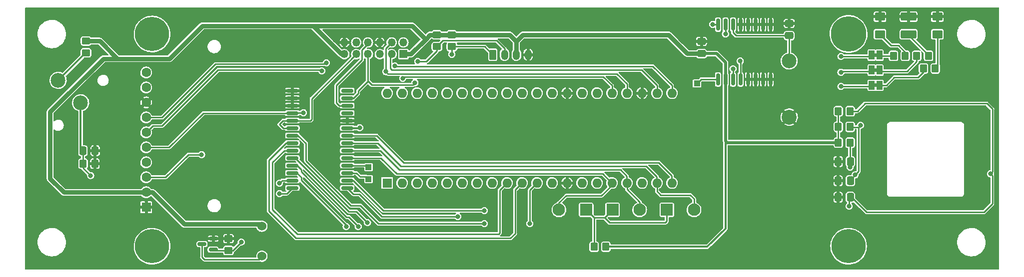
<source format=gtl>
%TF.GenerationSoftware,KiCad,Pcbnew,(6.0.0-rc1-393-g0ad0627bb0)*%
%TF.CreationDate,2021-12-16T01:21:55+00:00*%
%TF.ProjectId,solarpump_disp,736f6c61-7270-4756-9d70-5f646973702e,1.0*%
%TF.SameCoordinates,Original*%
%TF.FileFunction,Copper,L1,Top*%
%TF.FilePolarity,Positive*%
%FSLAX46Y46*%
G04 Gerber Fmt 4.6, Leading zero omitted, Abs format (unit mm)*
G04 Created by KiCad (PCBNEW (6.0.0-rc1-393-g0ad0627bb0)) date 2021-12-16 01:21:55*
%MOMM*%
%LPD*%
G01*
G04 APERTURE LIST*
G04 Aperture macros list*
%AMRoundRect*
0 Rectangle with rounded corners*
0 $1 Rounding radius*
0 $2 $3 $4 $5 $6 $7 $8 $9 X,Y pos of 4 corners*
0 Add a 4 corners polygon primitive as box body*
4,1,4,$2,$3,$4,$5,$6,$7,$8,$9,$2,$3,0*
0 Add four circle primitives for the rounded corners*
1,1,$1+$1,$2,$3*
1,1,$1+$1,$4,$5*
1,1,$1+$1,$6,$7*
1,1,$1+$1,$8,$9*
0 Add four rect primitives between the rounded corners*
20,1,$1+$1,$2,$3,$4,$5,0*
20,1,$1+$1,$4,$5,$6,$7,0*
20,1,$1+$1,$6,$7,$8,$9,0*
20,1,$1+$1,$8,$9,$2,$3,0*%
G04 Aperture macros list end*
%TA.AperFunction,SMDPad,CuDef*%
%ADD10R,1.000000X1.000000*%
%TD*%
%TA.AperFunction,SMDPad,CuDef*%
%ADD11RoundRect,0.250000X-0.450000X0.350000X-0.450000X-0.350000X0.450000X-0.350000X0.450000X0.350000X0*%
%TD*%
%TA.AperFunction,SMDPad,CuDef*%
%ADD12RoundRect,0.250000X0.337500X0.475000X-0.337500X0.475000X-0.337500X-0.475000X0.337500X-0.475000X0*%
%TD*%
%TA.AperFunction,SMDPad,CuDef*%
%ADD13RoundRect,0.250000X0.350000X0.450000X-0.350000X0.450000X-0.350000X-0.450000X0.350000X-0.450000X0*%
%TD*%
%TA.AperFunction,SMDPad,CuDef*%
%ADD14RoundRect,0.150000X0.587500X0.150000X-0.587500X0.150000X-0.587500X-0.150000X0.587500X-0.150000X0*%
%TD*%
%TA.AperFunction,SMDPad,CuDef*%
%ADD15RoundRect,0.250000X-0.475000X0.337500X-0.475000X-0.337500X0.475000X-0.337500X0.475000X0.337500X0*%
%TD*%
%TA.AperFunction,SMDPad,CuDef*%
%ADD16RoundRect,0.150000X0.150000X-0.875000X0.150000X0.875000X-0.150000X0.875000X-0.150000X-0.875000X0*%
%TD*%
%TA.AperFunction,SMDPad,CuDef*%
%ADD17RoundRect,0.250000X-0.350000X-0.450000X0.350000X-0.450000X0.350000X0.450000X-0.350000X0.450000X0*%
%TD*%
%TA.AperFunction,SMDPad,CuDef*%
%ADD18R,1.000000X1.500000*%
%TD*%
%TA.AperFunction,ComponentPad*%
%ADD19R,1.600000X1.600000*%
%TD*%
%TA.AperFunction,ComponentPad*%
%ADD20O,1.600000X1.600000*%
%TD*%
%TA.AperFunction,SMDPad,CuDef*%
%ADD21RoundRect,0.250001X-0.624999X0.462499X-0.624999X-0.462499X0.624999X-0.462499X0.624999X0.462499X0*%
%TD*%
%TA.AperFunction,ComponentPad*%
%ADD22RoundRect,0.250001X-0.799999X-0.799999X0.799999X-0.799999X0.799999X0.799999X-0.799999X0.799999X0*%
%TD*%
%TA.AperFunction,ComponentPad*%
%ADD23C,2.100000*%
%TD*%
%TA.AperFunction,ComponentPad*%
%ADD24C,2.500000*%
%TD*%
%TA.AperFunction,ComponentPad*%
%ADD25RoundRect,0.250001X0.799999X0.799999X-0.799999X0.799999X-0.799999X-0.799999X0.799999X-0.799999X0*%
%TD*%
%TA.AperFunction,SMDPad,CuDef*%
%ADD26RoundRect,0.250000X-0.337500X-0.475000X0.337500X-0.475000X0.337500X0.475000X-0.337500X0.475000X0*%
%TD*%
%TA.AperFunction,SMDPad,CuDef*%
%ADD27RoundRect,0.250000X0.450000X-0.350000X0.450000X0.350000X-0.450000X0.350000X-0.450000X-0.350000X0*%
%TD*%
%TA.AperFunction,WasherPad*%
%ADD28C,5.800000*%
%TD*%
%TA.AperFunction,WasherPad*%
%ADD29C,6.000000*%
%TD*%
%TA.AperFunction,ComponentPad*%
%ADD30C,1.600000*%
%TD*%
%TA.AperFunction,SMDPad,CuDef*%
%ADD31RoundRect,0.250001X-1.074999X0.462499X-1.074999X-0.462499X1.074999X-0.462499X1.074999X0.462499X0*%
%TD*%
%TA.AperFunction,SMDPad,CuDef*%
%ADD32RoundRect,0.150000X0.875000X0.150000X-0.875000X0.150000X-0.875000X-0.150000X0.875000X-0.150000X0*%
%TD*%
%TA.AperFunction,ComponentPad*%
%ADD33C,2.540000*%
%TD*%
%TA.AperFunction,ComponentPad*%
%ADD34RoundRect,0.250000X-0.350000X-0.625000X0.350000X-0.625000X0.350000X0.625000X-0.350000X0.625000X0*%
%TD*%
%TA.AperFunction,ComponentPad*%
%ADD35O,1.200000X1.750000*%
%TD*%
%TA.AperFunction,ComponentPad*%
%ADD36R,1.350000X1.350000*%
%TD*%
%TA.AperFunction,ComponentPad*%
%ADD37O,1.350000X1.350000*%
%TD*%
%TA.AperFunction,ComponentPad*%
%ADD38C,1.524000*%
%TD*%
%TA.AperFunction,ViaPad*%
%ADD39C,0.800000*%
%TD*%
%TA.AperFunction,Conductor*%
%ADD40C,0.250000*%
%TD*%
%TA.AperFunction,Conductor*%
%ADD41C,0.330000*%
%TD*%
%TA.AperFunction,Conductor*%
%ADD42C,0.750000*%
%TD*%
%TA.AperFunction,Conductor*%
%ADD43C,0.500000*%
%TD*%
G04 APERTURE END LIST*
%TO.C,JP4*%
G36*
X162073400Y-23693400D02*
G01*
X161573400Y-23693400D01*
X161573400Y-23093400D01*
X162073400Y-23093400D01*
X162073400Y-23693400D01*
G37*
%TO.C,JP3*%
G36*
X162073400Y-26258800D02*
G01*
X161573400Y-26258800D01*
X161573400Y-25658800D01*
X162073400Y-25658800D01*
X162073400Y-26258800D01*
G37*
%TO.C,JP5*%
G36*
X162073400Y-21153400D02*
G01*
X161573400Y-21153400D01*
X161573400Y-20553400D01*
X162073400Y-20553400D01*
X162073400Y-21153400D01*
G37*
%TD*%
D10*
%TO.P,TP5,1,1*%
%TO.N,Net-(TP5-Pad1)*%
X131572000Y-25654000D03*
%TD*%
D11*
%TO.P,R23,1*%
%TO.N,/FrontPanel/FP_3V3*%
X87503000Y-17415000D03*
%TO.P,R23,2*%
%TO.N,/FrontPanel/I2C_SDA*%
X87503000Y-19415000D03*
%TD*%
D12*
%TO.P,C37,1*%
%TO.N,/FrontPanel/ROT_A*%
X157555500Y-42164000D03*
%TO.P,C37,2*%
%TO.N,/FrontPanel/FP_GND*%
X155480500Y-42164000D03*
%TD*%
D13*
%TO.P,R49,1*%
%TO.N,Net-(D16-Pad2)*%
X166862000Y-20955000D03*
%TO.P,R49,2*%
%TO.N,Net-(JP5-Pad1)*%
X164862000Y-20955000D03*
%TD*%
D14*
%TO.P,Q6,1,G*%
%TO.N,/FrontPanel/BUZZER*%
X49603900Y-53858200D03*
%TO.P,Q6,2,S*%
%TO.N,/FrontPanel/FP_GND*%
X49603900Y-51958200D03*
%TO.P,Q6,3,D*%
%TO.N,Net-(BZ1-Pad2)*%
X47728900Y-52908200D03*
%TD*%
D15*
%TO.P,C51,1*%
%TO.N,/FrontPanel/FP_GND*%
X147193000Y-15472500D03*
%TO.P,C51,2*%
%TO.N,/FrontPanel/+3Vbat*%
X147193000Y-17547500D03*
%TD*%
D16*
%TO.P,U14,1,32kHz*%
%TO.N,Net-(TP5-Pad1)*%
X135128000Y-24970000D03*
%TO.P,U14,2,Vcc*%
%TO.N,/FrontPanel/FP_3V3*%
X136398000Y-24970000D03*
%TO.P,U14,3,~{INT}/SQW*%
%TO.N,/FrontPanel/I2C_INT*%
X137668000Y-24970000D03*
%TO.P,U14,4,~{RST}*%
%TO.N,/FrontPanel/OLED_RES*%
X138938000Y-24970000D03*
%TO.P,U14,5,GND*%
%TO.N,/FrontPanel/FP_GND*%
X140208000Y-24970000D03*
%TO.P,U14,6,GND*%
X141478000Y-24970000D03*
%TO.P,U14,7,GND*%
X142748000Y-24970000D03*
%TO.P,U14,8,GND*%
X144018000Y-24970000D03*
%TO.P,U14,9,GND*%
X144018000Y-15670000D03*
%TO.P,U14,10,GND*%
X142748000Y-15670000D03*
%TO.P,U14,11,GND*%
X141478000Y-15670000D03*
%TO.P,U14,12,GND*%
X140208000Y-15670000D03*
%TO.P,U14,13,GND*%
X138938000Y-15670000D03*
%TO.P,U14,14,Vbat*%
%TO.N,/FrontPanel/+3Vbat*%
X137668000Y-15670000D03*
%TO.P,U14,15,SDA*%
%TO.N,/FrontPanel/I2C_SDA*%
X136398000Y-15670000D03*
%TO.P,U14,16,SCL*%
%TO.N,/FrontPanel/I2C_SCL*%
X135128000Y-15670000D03*
%TD*%
D11*
%TO.P,R25,1*%
%TO.N,/FrontPanel/FP_3V3*%
X28067000Y-18456400D03*
%TO.P,R25,2*%
%TO.N,Net-(R25-Pad2)*%
X28067000Y-20456400D03*
%TD*%
D17*
%TO.P,R27,1*%
%TO.N,/FrontPanel/FP_3V3*%
X155518000Y-30353000D03*
%TO.P,R27,2*%
%TO.N,/FrontPanel/ROT_SW*%
X157518000Y-30353000D03*
%TD*%
D12*
%TO.P,C35,1*%
%TO.N,/FrontPanel/FP_GND*%
X29612500Y-37058600D03*
%TO.P,C35,2*%
%TO.N,/FrontPanel/STOP_SW*%
X27537500Y-37058600D03*
%TD*%
D18*
%TO.P,JP4,1,A*%
%TO.N,Net-(JP4-Pad1)*%
X162473400Y-23393400D03*
%TO.P,JP4,2,B*%
%TO.N,/FrontPanel/DISP_LED_G*%
X161173400Y-23393400D03*
%TD*%
D10*
%TO.P,TP3,1,1*%
%TO.N,Net-(TP3-Pad1)*%
X75934000Y-41878055D03*
%TD*%
D11*
%TO.P,R24,1*%
%TO.N,/FrontPanel/FP_3V3*%
X90043000Y-17415000D03*
%TO.P,R24,2*%
%TO.N,/FrontPanel/I2C_SCL*%
X90043000Y-19415000D03*
%TD*%
D19*
%TO.P,M3,1,NC*%
%TO.N,unconnected-(M3-Pad1)*%
X79074000Y-42532277D03*
D20*
%TO.P,M3,2,NC*%
%TO.N,unconnected-(M3-Pad2)*%
X81614000Y-42532277D03*
%TO.P,M3,3,NC*%
%TO.N,unconnected-(M3-Pad3)*%
X84154000Y-42532277D03*
%TO.P,M3,4,NC*%
%TO.N,unconnected-(M3-Pad4)*%
X86694000Y-42532277D03*
%TO.P,M3,5,NC*%
%TO.N,unconnected-(M3-Pad5)*%
X89234000Y-42532277D03*
%TO.P,M3,6,NC*%
%TO.N,unconnected-(M3-Pad6)*%
X91774000Y-42532277D03*
%TO.P,M3,7,NC*%
%TO.N,unconnected-(M3-Pad7)*%
X94314000Y-42532277D03*
%TO.P,M3,8,NC*%
%TO.N,unconnected-(M3-Pad8)*%
X96854000Y-42532277D03*
%TO.P,M3,9,LED_R*%
%TO.N,/FrontPanel/DISP_LED_R*%
X99394000Y-42532277D03*
%TO.P,M3,10,LED_G*%
%TO.N,/FrontPanel/DISP_LED_G*%
X101934000Y-42532277D03*
%TO.P,M3,11,LED_B*%
%TO.N,/FrontPanel/DISP_LED_B*%
X104474000Y-42532277D03*
%TO.P,M3,12,LCD_RESET*%
%TO.N,/FrontPanel/DISP_RESET*%
X107014000Y-42532277D03*
%TO.P,M3,13,GND*%
%TO.N,/FrontPanel/FP_GND*%
X109554000Y-42532277D03*
%TO.P,M3,14,NC*%
%TO.N,unconnected-(M3-Pad14)*%
X112094000Y-42532277D03*
%TO.P,M3,15,NC*%
%TO.N,unconnected-(M3-Pad15)*%
X114634000Y-42532277D03*
%TO.P,M3,16,SW_A*%
%TO.N,/FrontPanel/DISP_SW_A*%
X117174000Y-42532277D03*
%TO.P,M3,17,SW_B*%
%TO.N,/FrontPanel/DISP_SW_B*%
X119714000Y-42532277D03*
%TO.P,M3,18,GND*%
%TO.N,unconnected-(M3-Pad18)*%
X122254000Y-42532277D03*
%TO.P,M3,19,SW_X*%
%TO.N,/FrontPanel/DISP_SW_X*%
X124794000Y-42532277D03*
%TO.P,M3,20,SW_Y*%
%TO.N,/FrontPanel/DISP_SW_Y*%
X127334000Y-42532277D03*
%TO.P,M3,21,LCD_DATCMD*%
%TO.N,/FrontPanel/OLED_DATCMD*%
X127334000Y-27292277D03*
%TO.P,M3,22,LCD_CS*%
%TO.N,/FrontPanel/OLED_CS1*%
X124794000Y-27292277D03*
%TO.P,M3,23,GND*%
%TO.N,/FrontPanel/FP_GND*%
X122254000Y-27292277D03*
%TO.P,M3,24,LCD_SCLK*%
%TO.N,/FrontPanel/OLED_SCK*%
X119714000Y-27292277D03*
%TO.P,M3,25,LCD_MOSI*%
%TO.N,/FrontPanel/OLED_SDA*%
X117174000Y-27292277D03*
%TO.P,M3,26,BL_EN*%
%TO.N,/FrontPanel/DISP_BL_EN*%
X114634000Y-27292277D03*
%TO.P,M3,27,NC*%
%TO.N,unconnected-(M3-Pad27)*%
X112094000Y-27292277D03*
%TO.P,M3,28,GND*%
%TO.N,/FrontPanel/FP_GND*%
X109554000Y-27292277D03*
%TO.P,M3,29,NC*%
%TO.N,unconnected-(M3-Pad29)*%
X107014000Y-27292277D03*
%TO.P,M3,30,NC*%
%TO.N,unconnected-(M3-Pad30)*%
X104474000Y-27292277D03*
%TO.P,M3,31,NC*%
%TO.N,unconnected-(M3-Pad31)*%
X101934000Y-27292277D03*
%TO.P,M3,32,NC*%
%TO.N,unconnected-(M3-Pad32)*%
X99394000Y-27292277D03*
%TO.P,M3,33,NC*%
%TO.N,unconnected-(M3-Pad33)*%
X96854000Y-27292277D03*
%TO.P,M3,34,NC*%
%TO.N,unconnected-(M3-Pad34)*%
X94314000Y-27292277D03*
%TO.P,M3,35,NC*%
%TO.N,unconnected-(M3-Pad35)*%
X91774000Y-27292277D03*
%TO.P,M3,36,3V3*%
%TO.N,/FrontPanel/FP_3V3*%
X89234000Y-27292277D03*
%TO.P,M3,37,NC*%
%TO.N,unconnected-(M3-Pad37)*%
X86694000Y-27292277D03*
%TO.P,M3,38,NC*%
%TO.N,unconnected-(M3-Pad38)*%
X84154000Y-27292277D03*
%TO.P,M3,39,NC*%
%TO.N,unconnected-(M3-Pad39)*%
X81614000Y-27292277D03*
%TO.P,M3,40,NC*%
%TO.N,unconnected-(M3-Pad40)*%
X79074000Y-27292277D03*
%TD*%
D21*
%TO.P,D14,1,K*%
%TO.N,/FrontPanel/FP_GND*%
X172288200Y-14336700D03*
%TO.P,D14,2,A*%
%TO.N,Net-(D14-Pad2)*%
X172288200Y-17311700D03*
%TD*%
D18*
%TO.P,JP3,1,A*%
%TO.N,Net-(JP3-Pad1)*%
X162473400Y-25958800D03*
%TO.P,JP3,2,B*%
%TO.N,/FrontPanel/DISP_LED_B*%
X161173400Y-25958800D03*
%TD*%
%TO.P,JP5,1,A*%
%TO.N,Net-(JP5-Pad1)*%
X162473400Y-20853400D03*
%TO.P,JP5,2,B*%
%TO.N,/FrontPanel/DISP_LED_R*%
X161173400Y-20853400D03*
%TD*%
D17*
%TO.P,R51,1*%
%TO.N,/FrontPanel/STOP_SW*%
X27575000Y-39243000D03*
%TO.P,R51,2*%
%TO.N,/FrontPanel/FP_GND*%
X29575000Y-39243000D03*
%TD*%
D21*
%TO.P,D16,1,K*%
%TO.N,/FrontPanel/FP_GND*%
X162560000Y-14336700D03*
%TO.P,D16,2,A*%
%TO.N,Net-(D16-Pad2)*%
X162560000Y-17311700D03*
%TD*%
D22*
%TO.P,SW4,1,A*%
%TO.N,Net-(R50-Pad1)*%
X117257800Y-47091600D03*
D23*
%TO.P,SW4,2,B*%
%TO.N,/FrontPanel/DISP_SW_B*%
X121857800Y-47091600D03*
%TD*%
D22*
%TO.P,SW5,1,A*%
%TO.N,Net-(R50-Pad1)*%
X126466600Y-47091600D03*
D23*
%TO.P,SW5,2,B*%
%TO.N,/FrontPanel/DISP_SW_X*%
X131066600Y-47091600D03*
%TD*%
D24*
%TO.P,SW1,1,A*%
%TO.N,Net-(R25-Pad2)*%
X23343000Y-25121000D03*
%TO.P,SW1,2,B*%
%TO.N,/FrontPanel/STOP_SW*%
X27153000Y-28931000D03*
%TD*%
D17*
%TO.P,R28,1*%
%TO.N,/FrontPanel/FP_3V3*%
X155518000Y-35687000D03*
%TO.P,R28,2*%
%TO.N,/FrontPanel/ROT_B*%
X157518000Y-35687000D03*
%TD*%
D25*
%TO.P,SW3,1,A*%
%TO.N,Net-(R50-Pad1)*%
X112790000Y-47091600D03*
D23*
%TO.P,SW3,2,B*%
%TO.N,/FrontPanel/DISP_SW_A*%
X108190000Y-47091600D03*
%TD*%
D26*
%TO.P,C38,1*%
%TO.N,/FrontPanel/FP_GND*%
X155480500Y-44958000D03*
%TO.P,C38,2*%
%TO.N,/FrontPanel/ROT_SW*%
X157555500Y-44958000D03*
%TD*%
D17*
%TO.P,R29,1*%
%TO.N,/FrontPanel/FP_3V3*%
X155518000Y-33020000D03*
%TO.P,R29,2*%
%TO.N,/FrontPanel/ROT_A*%
X157518000Y-33020000D03*
%TD*%
D27*
%TO.P,R26,1*%
%TO.N,/FrontPanel/BUZZER*%
X52197000Y-53975000D03*
%TO.P,R26,2*%
%TO.N,/FrontPanel/FP_GND*%
X52197000Y-51975000D03*
%TD*%
D28*
%TO.P,J11,*%
%TO.N,*%
X157259281Y-53264800D03*
D29*
X157259281Y-17264800D03*
D28*
X39259281Y-53264800D03*
X39259281Y-17264800D03*
D19*
%TO.P,J11,1,GND*%
%TO.N,/FrontPanel/FP_GND*%
X38259281Y-46659800D03*
D30*
%TO.P,J11,2,VCC_3V3*%
%TO.N,/FrontPanel/FP_3V3*%
X38259281Y-44119800D03*
%TO.P,J11,3,SCK*%
%TO.N,/FrontPanel/OLED_SCK*%
X38259281Y-41579800D03*
%TO.P,J11,4,SDA*%
%TO.N,/FrontPanel/OLED_SDA*%
X38259281Y-39039800D03*
%TO.P,J11,5,~{RESET}*%
%TO.N,/FrontPanel/OLED_RES*%
X38259281Y-36499800D03*
%TO.P,J11,6,DAT_~{CMD}*%
%TO.N,/FrontPanel/OLED_DATCMD*%
X38259281Y-33959800D03*
%TO.P,J11,7,~{CS1}*%
%TO.N,/FrontPanel/OLED_CS1*%
X38259281Y-31419800D03*
%TO.P,J11,8,~{CS2}*%
%TO.N,/FrontPanel/FP_GND*%
X38259281Y-28879800D03*
%TO.P,J11,9,FR1*%
%TO.N,unconnected-(J11-Pad9)*%
X38259281Y-26339800D03*
%TO.P,J11,10,FR2*%
%TO.N,unconnected-(J11-Pad10)*%
X38259281Y-23799800D03*
%TD*%
D31*
%TO.P,D15,1,K*%
%TO.N,/FrontPanel/FP_GND*%
X167424100Y-14336700D03*
%TO.P,D15,2,A*%
%TO.N,Net-(D15-Pad2)*%
X167424100Y-17311700D03*
%TD*%
D15*
%TO.P,C24,1*%
%TO.N,/FrontPanel/FP_GND*%
X132334000Y-18520500D03*
%TO.P,C24,2*%
%TO.N,/FrontPanel/FP_3V3*%
X132334000Y-20595500D03*
%TD*%
D13*
%TO.P,R48,1*%
%TO.N,Net-(D15-Pad2)*%
X170799000Y-20955000D03*
%TO.P,R48,2*%
%TO.N,Net-(JP4-Pad1)*%
X168799000Y-20955000D03*
%TD*%
D10*
%TO.P,TP4,1,1*%
%TO.N,Net-(TP4-Pad1)*%
X75932000Y-39848055D03*
%TD*%
D12*
%TO.P,C36,1*%
%TO.N,/FrontPanel/ROT_B*%
X157555500Y-38910500D03*
%TO.P,C36,2*%
%TO.N,/FrontPanel/FP_GND*%
X155480500Y-38910500D03*
%TD*%
D13*
%TO.P,R47,1*%
%TO.N,Net-(D14-Pad2)*%
X171942000Y-23114000D03*
%TO.P,R47,2*%
%TO.N,Net-(JP3-Pad1)*%
X169942000Y-23114000D03*
%TD*%
D32*
%TO.P,U10,1,GPB0*%
%TO.N,/FrontPanel/DISP_BL_EN*%
X72326953Y-43381000D03*
%TO.P,U10,2,GPB1*%
%TO.N,/FrontPanel/DISP_RESET*%
X72326953Y-42111000D03*
%TO.P,U10,3,GPB2*%
%TO.N,Net-(TP3-Pad1)*%
X72326953Y-40841000D03*
%TO.P,U10,4,GPB3*%
%TO.N,Net-(TP4-Pad1)*%
X72326953Y-39571000D03*
%TO.P,U10,5,GPB4*%
%TO.N,/FrontPanel/DISP_SW_A*%
X72326953Y-38301000D03*
%TO.P,U10,6,GPB5*%
%TO.N,/FrontPanel/DISP_SW_B*%
X72326953Y-37031000D03*
%TO.P,U10,7,GPB6*%
%TO.N,/FrontPanel/DISP_SW_X*%
X72326953Y-35761000D03*
%TO.P,U10,8,GPB7*%
%TO.N,/FrontPanel/DISP_SW_Y*%
X72326953Y-34491000D03*
%TO.P,U10,9,VDD*%
%TO.N,/FrontPanel/FP_3V3*%
X72326953Y-33221000D03*
%TO.P,U10,10,VSS*%
%TO.N,/FrontPanel/FP_GND*%
X72326953Y-31951000D03*
%TO.P,U10,11,NC*%
%TO.N,unconnected-(U10-Pad11)*%
X72326953Y-30681000D03*
%TO.P,U10,12,SCK*%
%TO.N,/FrontPanel/I2C_SCL*%
X72326953Y-29411000D03*
%TO.P,U10,13,SDA*%
%TO.N,/FrontPanel/I2C_SDA*%
X72326953Y-28141000D03*
%TO.P,U10,14,NC*%
%TO.N,unconnected-(U10-Pad14)*%
X72326953Y-26871000D03*
%TO.P,U10,15,A0*%
%TO.N,/FrontPanel/FP_GND*%
X63026953Y-26871000D03*
%TO.P,U10,16,A1*%
X63026953Y-28141000D03*
%TO.P,U10,17,A2*%
X63026953Y-29411000D03*
%TO.P,U10,18,~{RESET}*%
%TO.N,/FrontPanel/OLED_RES*%
X63026953Y-30681000D03*
%TO.P,U10,19,INTB*%
%TO.N,/FrontPanel/I2C_INT*%
X63026953Y-31951000D03*
%TO.P,U10,20,INTA*%
X63026953Y-33221000D03*
%TO.P,U10,21,GPA0*%
%TO.N,/FrontPanel/DISP_LED_B*%
X63026953Y-34491000D03*
%TO.P,U10,22,GPA1*%
%TO.N,/FrontPanel/DISP_LED_G*%
X63026953Y-35761000D03*
%TO.P,U10,23,GPA2*%
%TO.N,/FrontPanel/DISP_LED_R*%
X63026953Y-37031000D03*
%TO.P,U10,24,GPA3*%
%TO.N,/FrontPanel/ROT_B*%
X63026953Y-38301000D03*
%TO.P,U10,25,GPA4*%
%TO.N,/FrontPanel/ROT_A*%
X63026953Y-39571000D03*
%TO.P,U10,26,GPA5*%
%TO.N,/FrontPanel/ROT_SW*%
X63026953Y-40841000D03*
%TO.P,U10,27,GPA6*%
%TO.N,/FrontPanel/STOP_SW*%
X63026953Y-42111000D03*
%TO.P,U10,28,GPA7*%
%TO.N,/FrontPanel/BUZZER*%
X63026953Y-43381000D03*
%TD*%
D17*
%TO.P,R50,1*%
%TO.N,Net-(R50-Pad1)*%
X114138200Y-53365400D03*
%TO.P,R50,2*%
%TO.N,/FrontPanel/FP_3V3*%
X116138200Y-53365400D03*
%TD*%
D24*
%TO.P,BT2,1,+*%
%TO.N,/FrontPanel/+3Vbat*%
X147193000Y-21844000D03*
D33*
%TO.P,BT2,2,-*%
%TO.N,/FrontPanel/FP_GND*%
X147193000Y-31374000D03*
%TD*%
D34*
%TO.P,J12,1,SCL*%
%TO.N,/FrontPanel/I2C_SCL*%
X96977200Y-20777200D03*
D35*
%TO.P,J12,2,SDA*%
%TO.N,/FrontPanel/I2C_SDA*%
X98977200Y-20777200D03*
%TO.P,J12,3,VCC*%
%TO.N,/FrontPanel/FP_3V3*%
X100977200Y-20777200D03*
%TO.P,J12,4,GND*%
%TO.N,/FrontPanel/FP_GND*%
X102977200Y-20777200D03*
%TD*%
D36*
%TO.P,J6,1,Pin_1*%
%TO.N,/FrontPanel/FP_3V3*%
X81835000Y-20685000D03*
D37*
%TO.P,J6,2,Pin_2*%
%TO.N,/FrontPanel/OLED_SDA*%
X81835000Y-18685000D03*
%TO.P,J6,3,Pin_3*%
%TO.N,/FrontPanel/OLED_CS1*%
X79835000Y-20685000D03*
%TO.P,J6,4,Pin_4*%
%TO.N,/FrontPanel/OLED_SCK*%
X79835000Y-18685000D03*
%TO.P,J6,5,Pin_5*%
%TO.N,/FrontPanel/OLED_DATCMD*%
X77835000Y-20685000D03*
%TO.P,J6,6,Pin_6*%
%TO.N,/FrontPanel/FP_GND*%
X77835000Y-18685000D03*
%TO.P,J6,7,Pin_7*%
%TO.N,/FrontPanel/I2C_SDA*%
X75835000Y-20685000D03*
%TO.P,J6,8,Pin_8*%
%TO.N,/FrontPanel/I2C_SCL*%
X75835000Y-18685000D03*
%TO.P,J6,9,Pin_9*%
%TO.N,/FrontPanel/I2C_INT*%
X73835000Y-20685000D03*
%TO.P,J6,10,Pin_10*%
%TO.N,/FrontPanel/OLED_RES*%
X73835000Y-18685000D03*
%TO.P,J6,11,Pin_11*%
%TO.N,/FrontPanel/FP_3V3*%
X71835000Y-20685000D03*
%TO.P,J6,12,Pin_12*%
%TO.N,/FrontPanel/FP_GND*%
X71835000Y-18685000D03*
%TD*%
D38*
%TO.P,BZ1,1,-*%
%TO.N,/FrontPanel/FP_3V3*%
X57862600Y-49861800D03*
%TO.P,BZ1,2,+*%
%TO.N,Net-(BZ1-Pad2)*%
X57862600Y-54961800D03*
%TD*%
D39*
%TO.N,/FrontPanel/OLED_SDA*%
X81711800Y-24765000D03*
%TO.N,/FrontPanel/OLED_CS1*%
X68783200Y-22148800D03*
%TO.N,/FrontPanel/OLED_SCK*%
X78841600Y-23647400D03*
X47650400Y-37719000D03*
%TO.N,/FrontPanel/OLED_DATCMD*%
X67995800Y-23520400D03*
X80391000Y-22672411D03*
%TO.N,/FrontPanel/I2C_SCL*%
X134239000Y-15621000D03*
X90043000Y-20701000D03*
%TO.N,/FrontPanel/I2C_SDA*%
X136398000Y-17272000D03*
X83794600Y-25527000D03*
X84251800Y-21920200D03*
%TO.N,/FrontPanel/FP_GND*%
X139547600Y-53695600D03*
X56388000Y-38354000D03*
X116103400Y-15290800D03*
X91854000Y-31953200D03*
X68961000Y-33909000D03*
X49758600Y-40944800D03*
X49758600Y-17145000D03*
X116103400Y-19913600D03*
X170256200Y-45720000D03*
X19862800Y-45919400D03*
X139547600Y-45872400D03*
X178839800Y-34518600D03*
X19862800Y-23418800D03*
X116103400Y-31953200D03*
X71882000Y-54127400D03*
X49758600Y-26568400D03*
X159766000Y-38529900D03*
X99454000Y-46332055D03*
X60179000Y-28126000D03*
X170180000Y-31330900D03*
X139547600Y-39725600D03*
X74422000Y-32004000D03*
X49758600Y-31953200D03*
X75565000Y-27305000D03*
X110854000Y-31953200D03*
X67754500Y-49987200D03*
X63627000Y-45847000D03*
X85496400Y-25730200D03*
X139547600Y-31953200D03*
X60096400Y-18186400D03*
%TO.N,/FrontPanel/FP_3V3*%
X74422000Y-33147000D03*
%TO.N,/FrontPanel/I2C_INT*%
X137668000Y-23164800D03*
%TO.N,/FrontPanel/ROT_B*%
X157530800Y-39852600D03*
X75754000Y-49276000D03*
%TO.N,/FrontPanel/ROT_A*%
X158369000Y-41173400D03*
X159258000Y-32766000D03*
X74168000Y-49911000D03*
%TO.N,/FrontPanel/ROT_SW*%
X72136000Y-49911000D03*
X157353000Y-46482000D03*
X181279800Y-40995600D03*
%TO.N,/FrontPanel/STOP_SW*%
X60829000Y-42576000D03*
X28854400Y-41275000D03*
%TO.N,/FrontPanel/DISP_LED_R*%
X155956000Y-21082000D03*
%TO.N,/FrontPanel/DISP_LED_G*%
X155956000Y-23749000D03*
%TO.N,/FrontPanel/DISP_LED_B*%
X103254000Y-49432055D03*
X155956000Y-26162000D03*
X95554000Y-49432055D03*
%TO.N,/FrontPanel/DISP_BL_EN*%
X91059000Y-48232055D03*
%TO.N,/FrontPanel/BUZZER*%
X60833000Y-44323000D03*
X54356000Y-52578000D03*
%TO.N,/FrontPanel/DISP_RESET*%
X95554000Y-47232055D03*
%TO.N,/FrontPanel/OLED_RES*%
X64897000Y-30607000D03*
X138912600Y-21844000D03*
%TD*%
D40*
%TO.N,Net-(D14-Pad2)*%
X172339000Y-22717000D02*
X172339000Y-17362500D01*
X172339000Y-17362500D02*
X172288200Y-17311700D01*
X171942000Y-23114000D02*
X172339000Y-22717000D01*
%TO.N,Net-(D15-Pad2)*%
X170799000Y-20955000D02*
X170799000Y-20826300D01*
X170799000Y-20826300D02*
X167284400Y-17311700D01*
%TO.N,Net-(D16-Pad2)*%
X166862000Y-20955000D02*
X166862000Y-20354800D01*
X166862000Y-20354800D02*
X165735000Y-19227800D01*
X165735000Y-19227800D02*
X164476100Y-19227800D01*
X164476100Y-19227800D02*
X162560000Y-17311700D01*
D41*
%TO.N,Net-(R25-Pad2)*%
X23343000Y-25121000D02*
X28033000Y-20431000D01*
D40*
%TO.N,Net-(R50-Pad1)*%
X114138200Y-53365400D02*
X114138200Y-48439800D01*
X115909600Y-48439800D02*
X117257800Y-47091600D01*
X116745800Y-49276000D02*
X115909600Y-48439800D01*
X126187200Y-49276000D02*
X116745800Y-49276000D01*
X114138200Y-48439800D02*
X112790000Y-47091600D01*
X114138200Y-48439800D02*
X115909600Y-48439800D01*
X126466600Y-47091600D02*
X126466600Y-48996600D01*
X126466600Y-48996600D02*
X126187200Y-49276000D01*
%TO.N,/FrontPanel/+3Vbat*%
X137668000Y-17018000D02*
X137668000Y-15670000D01*
X147193000Y-21844000D02*
X147193000Y-17547500D01*
X138197500Y-17547500D02*
X137668000Y-17018000D01*
X147193000Y-17547500D02*
X138197500Y-17547500D01*
%TO.N,/FrontPanel/OLED_SDA*%
X81929911Y-24546889D02*
X115707489Y-24546889D01*
X81711800Y-24765000D02*
X81929911Y-24546889D01*
X115707489Y-24546889D02*
X117174000Y-26013400D01*
X117174000Y-26013400D02*
X117174000Y-27292277D01*
%TO.N,/FrontPanel/OLED_CS1*%
X40958511Y-31431489D02*
X38259281Y-31431489D01*
X124794000Y-25988000D02*
X122174000Y-23368000D01*
X68554600Y-22377400D02*
X50012600Y-22377400D01*
X68783200Y-22148800D02*
X68554600Y-22377400D01*
X79629000Y-20891000D02*
X79835000Y-20685000D01*
X50012600Y-22377400D02*
X40958511Y-31431489D01*
X79629000Y-23114000D02*
X79629000Y-20891000D01*
X79883000Y-23368000D02*
X79629000Y-23114000D01*
X124794000Y-27292277D02*
X124794000Y-25988000D01*
X122174000Y-23368000D02*
X79883000Y-23368000D01*
%TO.N,/FrontPanel/OLED_SCK*%
X78841600Y-19678400D02*
X79835000Y-18685000D01*
X119714000Y-27292277D02*
X119714000Y-25734000D01*
X45389800Y-37719000D02*
X41529000Y-41579800D01*
X47650400Y-37719000D02*
X45389800Y-37719000D01*
X117983000Y-24003000D02*
X79197200Y-24003000D01*
X78841600Y-23647400D02*
X78841600Y-19678400D01*
X79197200Y-24003000D02*
X78841600Y-23647400D01*
X119714000Y-25734000D02*
X117983000Y-24003000D01*
X41529000Y-41579800D02*
X38259281Y-41579800D01*
%TO.N,/FrontPanel/OLED_DATCMD*%
X124079000Y-22733000D02*
X127334000Y-25988000D01*
X67818000Y-23342600D02*
X50444400Y-23342600D01*
X80391000Y-22672411D02*
X80451589Y-22733000D01*
X127334000Y-25988000D02*
X127334000Y-27292277D01*
X67995800Y-23520400D02*
X67818000Y-23342600D01*
X50444400Y-23342600D02*
X40919400Y-32867600D01*
X80451589Y-22733000D02*
X124079000Y-22733000D01*
X39363170Y-32867600D02*
X38259281Y-33971489D01*
X40919400Y-32867600D02*
X39363170Y-32867600D01*
%TO.N,Net-(BZ1-Pad2)*%
X57862600Y-54961800D02*
X57325400Y-55499000D01*
X48133000Y-55499000D02*
X47728900Y-55094900D01*
X57325400Y-55499000D02*
X48133000Y-55499000D01*
X47728900Y-55094900D02*
X47728900Y-52908200D01*
%TO.N,/FrontPanel/I2C_SCL*%
X135079000Y-15621000D02*
X135128000Y-15670000D01*
X75835000Y-18986500D02*
X74828400Y-19993100D01*
X74828400Y-19993100D02*
X74828400Y-21628100D01*
X74828400Y-21628100D02*
X70485000Y-25971500D01*
X90043000Y-19415000D02*
X90043000Y-20701000D01*
X95615000Y-19415000D02*
X96977200Y-20777200D01*
X70940000Y-29411000D02*
X72326953Y-29411000D01*
X75835000Y-18685000D02*
X75835000Y-18986500D01*
X70485000Y-28956000D02*
X70940000Y-29411000D01*
X70485000Y-25971500D02*
X70485000Y-28956000D01*
X90043000Y-19415000D02*
X95615000Y-19415000D01*
X134239000Y-15621000D02*
X135079000Y-15621000D01*
%TO.N,/FrontPanel/I2C_SDA*%
X75819000Y-25273000D02*
X74168000Y-26924000D01*
X87503000Y-20116800D02*
X87503000Y-19415000D01*
X88528400Y-18389600D02*
X97612200Y-18389600D01*
X74168000Y-27324953D02*
X73351953Y-28141000D01*
X84251800Y-21920200D02*
X85699600Y-21920200D01*
X85699600Y-21920200D02*
X87503000Y-20116800D01*
X98977200Y-19754600D02*
X98977200Y-20777200D01*
X75835000Y-25257000D02*
X75835000Y-20685000D01*
X74168000Y-26924000D02*
X74168000Y-27324953D01*
X87503000Y-19415000D02*
X88528400Y-18389600D01*
X97612200Y-18389600D02*
X98977200Y-19754600D01*
X76486000Y-25908000D02*
X75835000Y-25257000D01*
X136398000Y-17272000D02*
X136398000Y-15670000D01*
X83413600Y-25908000D02*
X76486000Y-25908000D01*
X83794600Y-25527000D02*
X83413600Y-25908000D01*
X73351953Y-28141000D02*
X72326953Y-28141000D01*
%TO.N,/FrontPanel/FP_GND*%
X60194000Y-28141000D02*
X60179000Y-28126000D01*
X74369000Y-31951000D02*
X72326953Y-31951000D01*
X74422000Y-32004000D02*
X74369000Y-31951000D01*
X63026953Y-29411000D02*
X60614000Y-29411000D01*
X60179000Y-28976000D02*
X60179000Y-28126000D01*
X49620700Y-51975000D02*
X52197000Y-51975000D01*
X49603900Y-51958200D02*
X49620700Y-51975000D01*
X60584000Y-26871000D02*
X60179000Y-27276000D01*
X63026953Y-26871000D02*
X60584000Y-26871000D01*
X63026953Y-28141000D02*
X60194000Y-28141000D01*
X60179000Y-27276000D02*
X60179000Y-28126000D01*
X60614000Y-29411000D02*
X60179000Y-28976000D01*
D42*
%TO.N,/FrontPanel/FP_3V3*%
X100949000Y-18526000D02*
X102060000Y-17415000D01*
X30988000Y-21463000D02*
X21971000Y-30480000D01*
X21971000Y-30480000D02*
X21971000Y-41783000D01*
X99838000Y-17415000D02*
X100949000Y-18526000D01*
X81835000Y-20685000D02*
X83074000Y-20685000D01*
X33401000Y-21463000D02*
X30988000Y-21463000D01*
D43*
X136398000Y-22098000D02*
X134895500Y-20595500D01*
D41*
X136398000Y-50292000D02*
X133324600Y-53365400D01*
D42*
X86344000Y-17415000D02*
X87503000Y-17415000D01*
X30394400Y-18456400D02*
X28067000Y-18456400D01*
X83312000Y-15875000D02*
X85598000Y-18161000D01*
D43*
X155346400Y-35687000D02*
X136652000Y-35687000D01*
D42*
X66548000Y-15875000D02*
X47752000Y-15875000D01*
X100949000Y-18526000D02*
X100949000Y-20749000D01*
X21971000Y-41783000D02*
X24319489Y-44131489D01*
D43*
X136652000Y-35687000D02*
X136398000Y-35433000D01*
X136398000Y-24970000D02*
X136398000Y-22098000D01*
D42*
X24319489Y-44131489D02*
X39305489Y-44131489D01*
X129942500Y-20595500D02*
X132334000Y-20595500D01*
D40*
X155518000Y-35515400D02*
X155518000Y-30353000D01*
D43*
X155473400Y-35560000D02*
X155346400Y-35687000D01*
D41*
X74422000Y-33147000D02*
X74348000Y-33221000D01*
D42*
X57530800Y-49530000D02*
X57862600Y-49861800D01*
D41*
X133324600Y-53365400D02*
X116138200Y-53365400D01*
X74348000Y-33221000D02*
X72326953Y-33221000D01*
D42*
X126762000Y-17415000D02*
X129942500Y-20595500D01*
X44704000Y-49530000D02*
X57530800Y-49530000D01*
X33401000Y-21463000D02*
X30394400Y-18456400D01*
X90043000Y-17415000D02*
X99838000Y-17415000D01*
X100949000Y-20749000D02*
X100977200Y-20777200D01*
X42164000Y-21463000D02*
X33401000Y-21463000D01*
X66548000Y-15875000D02*
X83312000Y-15875000D01*
X83074000Y-20685000D02*
X85598000Y-18161000D01*
X39305489Y-44131489D02*
X44704000Y-49530000D01*
X47752000Y-15875000D02*
X42164000Y-21463000D01*
D40*
X155473400Y-35560000D02*
X155518000Y-35515400D01*
D42*
X102060000Y-17415000D02*
X126762000Y-17415000D01*
D43*
X136398000Y-35433000D02*
X136398000Y-24970000D01*
D42*
X87503000Y-17415000D02*
X90043000Y-17415000D01*
D41*
X136398000Y-35433000D02*
X136398000Y-50292000D01*
D43*
X134895500Y-20595500D02*
X132334000Y-20595500D01*
D42*
X71358000Y-20685000D02*
X66548000Y-15875000D01*
X85598000Y-18161000D02*
X86344000Y-17415000D01*
X71835000Y-20685000D02*
X71358000Y-20685000D01*
D40*
%TO.N,/FrontPanel/I2C_INT*%
X137668000Y-23164800D02*
X137668000Y-24970000D01*
X66294000Y-31750000D02*
X66093000Y-31951000D01*
X63026953Y-33221000D02*
X61474000Y-33221000D01*
X66294000Y-28226000D02*
X66294000Y-31750000D01*
X66093000Y-31951000D02*
X63026953Y-31951000D01*
X73835000Y-20685000D02*
X66294000Y-28226000D01*
X61474000Y-33221000D02*
X60829000Y-32576000D01*
X63026953Y-31951000D02*
X61454000Y-31951000D01*
X61454000Y-31951000D02*
X60829000Y-32576000D01*
%TO.N,/FrontPanel/ROT_B*%
X72592945Y-47371000D02*
X63522945Y-38301000D01*
X157530800Y-39852600D02*
X157518000Y-39839800D01*
X63522945Y-38301000D02*
X63026953Y-38301000D01*
X157518000Y-39839800D02*
X157518000Y-35687000D01*
X73849000Y-47371000D02*
X72592945Y-47371000D01*
X75754000Y-49276000D02*
X73849000Y-47371000D01*
%TO.N,/FrontPanel/ROT_A*%
X72580500Y-48323500D02*
X72199500Y-48323500D01*
X74168000Y-49911000D02*
X72580500Y-48323500D01*
X158971889Y-33052111D02*
X157550111Y-33052111D01*
X157555500Y-41986900D02*
X157555500Y-42164000D01*
X158971889Y-40570511D02*
X158971889Y-33052111D01*
X64516000Y-40640000D02*
X64516000Y-40259000D01*
X157550111Y-33052111D02*
X157518000Y-33020000D01*
X158369000Y-41173400D02*
X158971889Y-40570511D01*
X158971889Y-33052111D02*
X159258000Y-32766000D01*
X158369000Y-41173400D02*
X157555500Y-41986900D01*
X63828000Y-39571000D02*
X63026953Y-39571000D01*
X72199500Y-48323500D02*
X64516000Y-40640000D01*
X64516000Y-40259000D02*
X63828000Y-39571000D01*
%TO.N,/FrontPanel/ROT_SW*%
X181610000Y-41325800D02*
X181610000Y-46075600D01*
X157353000Y-45160500D02*
X157353000Y-46482000D01*
X64516000Y-41592500D02*
X63764500Y-40841000D01*
X157555500Y-44958000D02*
X157353000Y-45160500D01*
X64516000Y-42100500D02*
X64516000Y-41592500D01*
X72136000Y-49720500D02*
X64516000Y-42100500D01*
X160270100Y-47472600D02*
X157755500Y-44958000D01*
X181610000Y-46075600D02*
X180213000Y-47472600D01*
X181279800Y-40995600D02*
X181610000Y-40665400D01*
X158750000Y-30353000D02*
X157518000Y-30353000D01*
X181610000Y-29997400D02*
X180670200Y-29057600D01*
X157755500Y-44958000D02*
X157555500Y-44958000D01*
X180213000Y-47472600D02*
X160270100Y-47472600D01*
X181610000Y-40665400D02*
X181610000Y-29997400D01*
X72136000Y-49911000D02*
X72136000Y-49720500D01*
X180670200Y-29057600D02*
X160045400Y-29057600D01*
X63764500Y-40841000D02*
X63026953Y-40841000D01*
X181279800Y-40995600D02*
X181610000Y-41325800D01*
X160045400Y-29057600D02*
X158750000Y-30353000D01*
%TO.N,/FrontPanel/STOP_SW*%
X63026953Y-42111000D02*
X61294000Y-42111000D01*
X27537500Y-39280500D02*
X27575000Y-39243000D01*
X27537500Y-39958100D02*
X27537500Y-39280500D01*
X27537500Y-37058600D02*
X27153000Y-36674100D01*
X27575000Y-39243000D02*
X27575000Y-37096100D01*
X61294000Y-42111000D02*
X60829000Y-42576000D01*
X27575000Y-37096100D02*
X27537500Y-37058600D01*
X28854400Y-41275000D02*
X27537500Y-39958100D01*
D41*
X27153000Y-36674100D02*
X27153000Y-28931000D01*
D40*
%TO.N,/FrontPanel/DISP_LED_R*%
X97960055Y-51226000D02*
X63877116Y-51226000D01*
X160944800Y-21082000D02*
X155956000Y-21082000D01*
X59676953Y-47025837D02*
X59676953Y-39025837D01*
X99386953Y-42532277D02*
X98154000Y-43765230D01*
X98154000Y-51032055D02*
X97960055Y-51226000D01*
X63877116Y-51226000D02*
X59676953Y-47025837D01*
X61671790Y-37031000D02*
X63026953Y-37031000D01*
X98154000Y-43765230D02*
X98154000Y-51032055D01*
X59676953Y-39025837D02*
X61671790Y-37031000D01*
X161173400Y-20853400D02*
X160944800Y-21082000D01*
%TO.N,/FrontPanel/DISP_LED_G*%
X63629000Y-51926000D02*
X99960055Y-51926000D01*
X59055000Y-38647790D02*
X59055000Y-47352000D01*
X63026953Y-35761000D02*
X61941790Y-35761000D01*
X100754000Y-51132055D02*
X100754000Y-43705230D01*
X100754000Y-43705230D02*
X101926953Y-42532277D01*
X160944800Y-23622000D02*
X156083000Y-23622000D01*
X59055000Y-47352000D02*
X63629000Y-51926000D01*
X156083000Y-23622000D02*
X155956000Y-23749000D01*
X161173400Y-23393400D02*
X160944800Y-23622000D01*
X61941790Y-35761000D02*
X59055000Y-38647790D01*
X99960055Y-51926000D02*
X100754000Y-51132055D01*
%TO.N,/FrontPanel/DISP_LED_B*%
X74549000Y-46355000D02*
X72908000Y-46355000D01*
X77626055Y-49432055D02*
X74549000Y-46355000D01*
X95554000Y-49432055D02*
X77626055Y-49432055D01*
X103254000Y-43745230D02*
X104466953Y-42532277D01*
X72908000Y-46355000D02*
X65329000Y-38776000D01*
X160970200Y-26162000D02*
X161173400Y-25958800D01*
X65329000Y-38776000D02*
X65329000Y-35826000D01*
X103254000Y-49432055D02*
X103254000Y-43745230D01*
X63994000Y-34491000D02*
X63026953Y-34491000D01*
X155956000Y-26162000D02*
X160970200Y-26162000D01*
X65329000Y-35826000D02*
X63994000Y-34491000D01*
%TO.N,/FrontPanel/DISP_SW_A*%
X115610676Y-40976000D02*
X117166953Y-42532277D01*
X109397800Y-44704000D02*
X108190000Y-45911800D01*
X80679000Y-40976000D02*
X115610676Y-40976000D01*
X108190000Y-45911800D02*
X108190000Y-47091600D01*
X117174000Y-42896800D02*
X115366800Y-44704000D01*
X72326953Y-38301000D02*
X78004000Y-38301000D01*
X78004000Y-38301000D02*
X80679000Y-40976000D01*
X117174000Y-42532277D02*
X117174000Y-42896800D01*
X115366800Y-44704000D02*
X109397800Y-44704000D01*
%TO.N,/FrontPanel/DISP_SW_B*%
X119714000Y-43615600D02*
X121857800Y-45759400D01*
X118629000Y-40326000D02*
X119706953Y-41403953D01*
X77884000Y-37031000D02*
X81179000Y-40326000D01*
X81179000Y-40326000D02*
X118629000Y-40326000D01*
X121857800Y-45759400D02*
X121857800Y-47091600D01*
X72326953Y-37031000D02*
X77884000Y-37031000D01*
X119706953Y-41403953D02*
X119706953Y-42532277D01*
X119714000Y-42532277D02*
X119714000Y-43615600D01*
%TO.N,/FrontPanel/DISP_SW_X*%
X81379000Y-39676000D02*
X122979000Y-39676000D01*
X124786953Y-41483953D02*
X124786953Y-42532277D01*
X122979000Y-39676000D02*
X124786953Y-41483953D01*
X125450600Y-44602400D02*
X124794000Y-43945800D01*
X77464000Y-35761000D02*
X81379000Y-39676000D01*
X72326953Y-35761000D02*
X77464000Y-35761000D01*
X130429000Y-44602400D02*
X125450600Y-44602400D01*
X131066600Y-45240000D02*
X130429000Y-44602400D01*
X131066600Y-47091600D02*
X131066600Y-45240000D01*
X124794000Y-43945800D02*
X124794000Y-42532277D01*
%TO.N,/FrontPanel/DISP_SW_Y*%
X77294000Y-34491000D02*
X81879000Y-39076000D01*
X81879000Y-39076000D02*
X125079000Y-39076000D01*
X127326953Y-41323953D02*
X127326953Y-42532277D01*
X125079000Y-39076000D02*
X127326953Y-41323953D01*
X72326953Y-34491000D02*
X77294000Y-34491000D01*
%TO.N,/FrontPanel/DISP_BL_EN*%
X74354000Y-44432055D02*
X73378008Y-44432055D01*
X78154000Y-48232055D02*
X74354000Y-44432055D01*
X91059000Y-48232055D02*
X78154000Y-48232055D01*
X73378008Y-44432055D02*
X72326953Y-43381000D01*
%TO.N,/FrontPanel/BUZZER*%
X54356000Y-52578000D02*
X52959000Y-53975000D01*
X60833000Y-44323000D02*
X62084953Y-44323000D01*
X52959000Y-53975000D02*
X52197000Y-53975000D01*
X52197000Y-53975000D02*
X49720700Y-53975000D01*
X62084953Y-44323000D02*
X63026953Y-43381000D01*
X49720700Y-53975000D02*
X49603900Y-53858200D01*
%TO.N,/FrontPanel/DISP_RESET*%
X73332945Y-42111000D02*
X72326953Y-42111000D01*
X95554000Y-47232055D02*
X78454000Y-47232055D01*
X78454000Y-47232055D02*
X73332945Y-42111000D01*
%TO.N,/FrontPanel/OLED_RES*%
X138912600Y-21844000D02*
X138938000Y-21869400D01*
X138938000Y-21869400D02*
X138938000Y-24970000D01*
X63026953Y-30681000D02*
X47932000Y-30681000D01*
X64897000Y-30607000D02*
X63100953Y-30607000D01*
X42101511Y-36511489D02*
X38259281Y-36511489D01*
X47932000Y-30681000D02*
X42101511Y-36511489D01*
X63100953Y-30607000D02*
X63026953Y-30681000D01*
%TO.N,Net-(JP3-Pad1)*%
X164973000Y-24638000D02*
X163652200Y-25958800D01*
X163652200Y-25958800D02*
X162473400Y-25958800D01*
X169037000Y-24638000D02*
X164973000Y-24638000D01*
X169942000Y-23733000D02*
X169037000Y-24638000D01*
X169942000Y-23114000D02*
X169942000Y-23733000D01*
%TO.N,Net-(JP4-Pad1)*%
X168799000Y-20955000D02*
X168799000Y-21955000D01*
X168799000Y-21955000D02*
X167132000Y-23622000D01*
X167132000Y-23622000D02*
X162702000Y-23622000D01*
X162702000Y-23622000D02*
X162473400Y-23393400D01*
%TO.N,Net-(JP5-Pad1)*%
X162575000Y-20955000D02*
X162473400Y-20853400D01*
X164862000Y-20955000D02*
X162575000Y-20955000D01*
%TO.N,Net-(TP3-Pad1)*%
X73880945Y-40841000D02*
X72326953Y-40841000D01*
X75934000Y-41878055D02*
X75553000Y-41497055D01*
X75553000Y-41497055D02*
X74537000Y-41497055D01*
X74537000Y-41497055D02*
X73880945Y-40841000D01*
%TO.N,Net-(TP4-Pad1)*%
X75932000Y-39848055D02*
X75654945Y-39571000D01*
X75654945Y-39571000D02*
X72326953Y-39571000D01*
%TO.N,Net-(TP5-Pad1)*%
X135128000Y-24970000D02*
X132256000Y-24970000D01*
X132256000Y-24970000D02*
X131572000Y-25654000D01*
%TD*%
%TA.AperFunction,Conductor*%
%TO.N,/FrontPanel/FP_GND*%
G36*
X182709191Y-12764907D02*
G01*
X182745155Y-12814407D01*
X182750000Y-12845000D01*
X182750000Y-57147000D01*
X182731093Y-57205191D01*
X182681593Y-57241155D01*
X182651000Y-57246000D01*
X17849000Y-57246000D01*
X17790809Y-57227093D01*
X17754845Y-57177593D01*
X17750000Y-57147000D01*
X17750000Y-52477271D01*
X19852903Y-52477271D01*
X19859584Y-52783465D01*
X19905118Y-53086330D01*
X19905981Y-53089368D01*
X19905981Y-53089370D01*
X19985044Y-53367842D01*
X19988766Y-53380953D01*
X19990009Y-53383860D01*
X20107306Y-53658195D01*
X20109172Y-53662560D01*
X20264384Y-53926585D01*
X20266314Y-53929077D01*
X20449955Y-54166254D01*
X20449961Y-54166261D01*
X20451886Y-54168747D01*
X20454119Y-54170976D01*
X20628809Y-54345361D01*
X20668639Y-54385122D01*
X20671127Y-54387041D01*
X20671131Y-54387045D01*
X20857987Y-54531203D01*
X20911129Y-54572202D01*
X21175424Y-54726953D01*
X21457241Y-54846867D01*
X21460270Y-54847721D01*
X21460272Y-54847722D01*
X21748974Y-54929145D01*
X21748978Y-54929146D01*
X21752010Y-54930001D01*
X22054953Y-54975006D01*
X22101848Y-54976971D01*
X22137288Y-54978457D01*
X22137298Y-54978457D01*
X22138319Y-54978500D01*
X22333709Y-54978500D01*
X22335288Y-54978399D01*
X22335297Y-54978399D01*
X22558735Y-54964146D01*
X22558739Y-54964145D01*
X22561882Y-54963945D01*
X22564974Y-54963347D01*
X22564980Y-54963346D01*
X22859477Y-54906367D01*
X22862573Y-54905768D01*
X22865563Y-54904782D01*
X22865567Y-54904781D01*
X23150434Y-54810846D01*
X23150440Y-54810844D01*
X23153435Y-54809856D01*
X23330183Y-54725362D01*
X23426913Y-54679121D01*
X23426917Y-54679119D01*
X23429753Y-54677763D01*
X23687047Y-54511631D01*
X23796100Y-54419637D01*
X23918731Y-54316189D01*
X23918736Y-54316184D01*
X23921145Y-54314152D01*
X24128254Y-54088529D01*
X24166413Y-54034536D01*
X24303193Y-53840996D01*
X24305015Y-53838418D01*
X24448563Y-53567874D01*
X24470676Y-53509201D01*
X24555455Y-53284245D01*
X24555456Y-53284241D01*
X24556571Y-53281283D01*
X24560895Y-53263065D01*
X24570773Y-53221442D01*
X36154199Y-53221442D01*
X36168717Y-53567832D01*
X36176532Y-53618314D01*
X36211005Y-53840996D01*
X36221756Y-53910446D01*
X36244758Y-53995106D01*
X36308087Y-54228194D01*
X36312656Y-54245012D01*
X36313674Y-54247584D01*
X36313676Y-54247589D01*
X36383058Y-54422829D01*
X36440282Y-54567360D01*
X36441571Y-54569785D01*
X36441576Y-54569795D01*
X36552683Y-54778755D01*
X36603046Y-54873473D01*
X36604608Y-54875754D01*
X36797356Y-55157257D01*
X36797361Y-55157263D01*
X36798917Y-55159536D01*
X36800714Y-55161618D01*
X36800718Y-55161623D01*
X36888157Y-55262922D01*
X37025454Y-55421982D01*
X37279834Y-55657540D01*
X37558886Y-55863275D01*
X37859133Y-56036623D01*
X38176831Y-56175421D01*
X38179472Y-56176239D01*
X38179476Y-56176240D01*
X38505367Y-56277121D01*
X38505371Y-56277122D01*
X38508020Y-56277942D01*
X38848574Y-56342906D01*
X39194247Y-56369504D01*
X39196999Y-56369408D01*
X39197004Y-56369408D01*
X39406569Y-56362089D01*
X39540730Y-56357404D01*
X39883705Y-56306758D01*
X39886374Y-56306053D01*
X39886378Y-56306052D01*
X40216238Y-56218900D01*
X40216241Y-56218899D01*
X40218898Y-56218197D01*
X40327069Y-56176240D01*
X40539542Y-56093827D01*
X40539551Y-56093823D01*
X40542129Y-56092823D01*
X40849371Y-55932201D01*
X41136794Y-55738332D01*
X41155485Y-55722425D01*
X41398711Y-55515423D01*
X41398714Y-55515420D01*
X41400815Y-55513632D01*
X41638144Y-55260903D01*
X41639806Y-55258682D01*
X41844162Y-54985514D01*
X41844168Y-54985505D01*
X41845822Y-54983294D01*
X41847218Y-54980914D01*
X41847223Y-54980907D01*
X41968646Y-54773945D01*
X42021261Y-54684265D01*
X42162275Y-54367544D01*
X42163109Y-54364915D01*
X42266272Y-54039705D01*
X42266273Y-54039699D01*
X42267105Y-54037078D01*
X42292719Y-53907716D01*
X42333909Y-53699695D01*
X42333910Y-53699688D01*
X42334445Y-53696986D01*
X42358391Y-53411816D01*
X42363311Y-53353223D01*
X42363311Y-53353220D01*
X42363455Y-53351507D01*
X42364196Y-53298450D01*
X42364642Y-53266547D01*
X42364642Y-53266536D01*
X42364666Y-53264800D01*
X42354972Y-53091418D01*
X46790900Y-53091418D01*
X46791428Y-53095001D01*
X46791428Y-53095008D01*
X46792902Y-53105019D01*
X46801042Y-53160312D01*
X46804433Y-53167218D01*
X46804433Y-53167219D01*
X46810453Y-53179481D01*
X46852468Y-53265055D01*
X46858259Y-53270836D01*
X46885921Y-53298450D01*
X46935050Y-53347493D01*
X47039882Y-53398736D01*
X47047484Y-53399845D01*
X47047487Y-53399846D01*
X47104637Y-53408183D01*
X47104639Y-53408183D01*
X47108182Y-53408700D01*
X47304400Y-53408700D01*
X47362591Y-53427607D01*
X47398555Y-53477107D01*
X47403400Y-53507700D01*
X47403400Y-55076366D01*
X47403023Y-55084995D01*
X47399636Y-55123707D01*
X47401878Y-55132074D01*
X47409696Y-55161249D01*
X47411566Y-55169683D01*
X47418312Y-55207945D01*
X47422642Y-55215444D01*
X47424638Y-55220929D01*
X47427104Y-55226216D01*
X47429346Y-55234584D01*
X47446220Y-55258682D01*
X47451632Y-55266411D01*
X47456271Y-55273692D01*
X47475706Y-55307355D01*
X47505471Y-55332331D01*
X47511839Y-55338165D01*
X47889731Y-55716057D01*
X47895565Y-55722424D01*
X47920545Y-55752194D01*
X47954205Y-55771627D01*
X47961489Y-55776268D01*
X47993316Y-55798554D01*
X48001684Y-55800796D01*
X48006971Y-55803262D01*
X48012456Y-55805258D01*
X48019955Y-55809588D01*
X48028481Y-55811091D01*
X48028483Y-55811092D01*
X48058216Y-55816334D01*
X48066650Y-55818204D01*
X48104193Y-55828264D01*
X48142908Y-55824877D01*
X48151537Y-55824500D01*
X57306866Y-55824500D01*
X57315495Y-55824877D01*
X57354207Y-55828264D01*
X57373343Y-55823136D01*
X57434442Y-55826336D01*
X57447264Y-55832342D01*
X57475400Y-55848067D01*
X57480002Y-55849562D01*
X57480006Y-55849564D01*
X57650318Y-55904901D01*
X57650321Y-55904902D01*
X57654917Y-55906395D01*
X57659713Y-55906967D01*
X57659718Y-55906968D01*
X57748631Y-55917570D01*
X57842345Y-55928745D01*
X57847167Y-55928374D01*
X57847170Y-55928374D01*
X57908878Y-55923626D01*
X58030545Y-55914264D01*
X58212348Y-55863503D01*
X58380829Y-55778398D01*
X58529570Y-55662188D01*
X58532732Y-55658525D01*
X58532737Y-55658520D01*
X58649743Y-55522966D01*
X58652907Y-55519301D01*
X58656128Y-55513632D01*
X58743753Y-55359384D01*
X58743754Y-55359381D01*
X58746142Y-55355178D01*
X58753743Y-55332331D01*
X58804196Y-55180663D01*
X58804196Y-55180661D01*
X58805723Y-55176072D01*
X58807549Y-55161623D01*
X58829032Y-54991558D01*
X58829380Y-54988805D01*
X58829757Y-54961800D01*
X58811338Y-54773945D01*
X58756781Y-54593245D01*
X58668166Y-54426583D01*
X58548866Y-54280308D01*
X58511972Y-54249787D01*
X58407154Y-54163074D01*
X58407153Y-54163073D01*
X58403427Y-54159991D01*
X58237388Y-54070214D01*
X58057074Y-54014397D01*
X58045124Y-54013141D01*
X57874168Y-53995173D01*
X57874166Y-53995173D01*
X57869352Y-53994667D01*
X57814483Y-53999660D01*
X57686192Y-54011335D01*
X57686188Y-54011336D01*
X57681373Y-54011774D01*
X57624258Y-54028584D01*
X57504944Y-54063700D01*
X57504941Y-54063701D01*
X57500297Y-54065068D01*
X57462369Y-54084896D01*
X57337317Y-54150271D01*
X57337313Y-54150274D01*
X57333020Y-54152518D01*
X57329244Y-54155554D01*
X57329241Y-54155556D01*
X57189688Y-54267760D01*
X57185916Y-54270793D01*
X57182807Y-54274498D01*
X57182804Y-54274501D01*
X57068797Y-54410369D01*
X57064586Y-54415388D01*
X56973652Y-54580796D01*
X56916578Y-54760717D01*
X56914920Y-54775500D01*
X56897079Y-54934553D01*
X56895537Y-54948296D01*
X56898476Y-54983294D01*
X56905439Y-55066216D01*
X56891467Y-55125785D01*
X56845150Y-55165764D01*
X56806786Y-55173500D01*
X48308834Y-55173500D01*
X48250643Y-55154593D01*
X48238830Y-55144504D01*
X48083396Y-54989070D01*
X48055619Y-54934553D01*
X48054400Y-54919066D01*
X48054400Y-54041418D01*
X48665900Y-54041418D01*
X48666428Y-54045001D01*
X48666428Y-54045008D01*
X48672835Y-54088529D01*
X48676042Y-54110312D01*
X48727468Y-54215055D01*
X48733259Y-54220836D01*
X48754773Y-54242312D01*
X48810050Y-54297493D01*
X48914882Y-54348736D01*
X48922484Y-54349845D01*
X48922487Y-54349846D01*
X48979637Y-54358183D01*
X48979639Y-54358183D01*
X48983182Y-54358700D01*
X50224618Y-54358700D01*
X50228201Y-54358172D01*
X50228208Y-54358172D01*
X50285899Y-54349679D01*
X50285901Y-54349678D01*
X50293512Y-54348558D01*
X50370757Y-54310633D01*
X50414387Y-54300500D01*
X51199012Y-54300500D01*
X51257203Y-54319407D01*
X51293167Y-54368907D01*
X51297573Y-54390183D01*
X51299481Y-54410369D01*
X51344366Y-54538184D01*
X51348761Y-54544135D01*
X51348762Y-54544136D01*
X51365916Y-54567360D01*
X51424850Y-54647150D01*
X51533816Y-54727634D01*
X51661631Y-54772519D01*
X51667638Y-54773087D01*
X51667639Y-54773087D01*
X51690855Y-54775282D01*
X51690865Y-54775282D01*
X51693166Y-54775500D01*
X52700834Y-54775500D01*
X52703135Y-54775282D01*
X52703145Y-54775282D01*
X52726361Y-54773087D01*
X52726362Y-54773087D01*
X52732369Y-54772519D01*
X52860184Y-54727634D01*
X52969150Y-54647150D01*
X53028084Y-54567360D01*
X53045238Y-54544136D01*
X53045239Y-54544135D01*
X53049634Y-54538184D01*
X53094519Y-54410369D01*
X53097500Y-54378834D01*
X53097500Y-54328049D01*
X53116407Y-54269858D01*
X53147001Y-54242312D01*
X53163955Y-54232524D01*
X53171455Y-54228194D01*
X53196431Y-54198429D01*
X53202265Y-54192061D01*
X54193033Y-53201294D01*
X54247550Y-53173517D01*
X54275958Y-53173145D01*
X54349565Y-53182835D01*
X54349566Y-53182835D01*
X54356000Y-53183682D01*
X54512762Y-53163044D01*
X54658841Y-53102536D01*
X54784282Y-53006282D01*
X54880536Y-52880841D01*
X54941044Y-52734762D01*
X54961682Y-52578000D01*
X54941044Y-52421238D01*
X54880536Y-52275159D01*
X54784282Y-52149718D01*
X54658841Y-52053464D01*
X54512762Y-51992956D01*
X54356000Y-51972318D01*
X54199238Y-51992956D01*
X54053159Y-52053464D01*
X53927718Y-52149718D01*
X53831464Y-52275159D01*
X53770956Y-52421238D01*
X53750318Y-52578000D01*
X53751165Y-52584434D01*
X53751165Y-52584435D01*
X53760855Y-52658042D01*
X53749705Y-52718202D01*
X53732706Y-52740967D01*
X53136142Y-53337532D01*
X53081625Y-53365309D01*
X53021193Y-53355738D01*
X52986506Y-53326347D01*
X52973551Y-53308808D01*
X52973550Y-53308807D01*
X52969150Y-53302850D01*
X52860184Y-53222366D01*
X52732369Y-53177481D01*
X52726362Y-53176913D01*
X52726361Y-53176913D01*
X52703145Y-53174718D01*
X52703135Y-53174718D01*
X52700834Y-53174500D01*
X51693166Y-53174500D01*
X51690865Y-53174718D01*
X51690855Y-53174718D01*
X51667639Y-53176913D01*
X51667638Y-53176913D01*
X51661631Y-53177481D01*
X51533816Y-53222366D01*
X51424850Y-53302850D01*
X51420450Y-53308807D01*
X51353331Y-53399679D01*
X51344366Y-53411816D01*
X51299481Y-53539631D01*
X51298913Y-53545638D01*
X51298913Y-53545639D01*
X51297573Y-53559816D01*
X51273273Y-53615969D01*
X51220609Y-53647116D01*
X51199012Y-53649500D01*
X50614754Y-53649500D01*
X50556563Y-53630593D01*
X50525887Y-53594131D01*
X50514368Y-53570668D01*
X50480332Y-53501345D01*
X50397750Y-53418907D01*
X50292918Y-53367664D01*
X50285316Y-53366555D01*
X50285313Y-53366554D01*
X50228163Y-53358217D01*
X50228161Y-53358217D01*
X50224618Y-53357700D01*
X48983182Y-53357700D01*
X48979599Y-53358228D01*
X48979592Y-53358228D01*
X48921901Y-53366721D01*
X48921899Y-53366722D01*
X48914288Y-53367842D01*
X48907382Y-53371233D01*
X48907381Y-53371233D01*
X48887584Y-53380953D01*
X48809545Y-53419268D01*
X48803764Y-53425059D01*
X48779357Y-53449509D01*
X48727107Y-53501850D01*
X48675864Y-53606682D01*
X48674755Y-53614284D01*
X48674754Y-53614287D01*
X48667359Y-53664980D01*
X48665900Y-53674982D01*
X48665900Y-54041418D01*
X48054400Y-54041418D01*
X48054400Y-53507700D01*
X48073307Y-53449509D01*
X48122807Y-53413545D01*
X48153400Y-53408700D01*
X48349618Y-53408700D01*
X48353201Y-53408172D01*
X48353208Y-53408172D01*
X48410899Y-53399679D01*
X48410901Y-53399678D01*
X48418512Y-53398558D01*
X48448449Y-53383860D01*
X48483697Y-53366554D01*
X48523255Y-53347132D01*
X48605693Y-53264550D01*
X48656936Y-53159718D01*
X48658045Y-53152116D01*
X48658046Y-53152113D01*
X48666383Y-53094963D01*
X48666383Y-53094961D01*
X48666900Y-53091418D01*
X48666900Y-52724982D01*
X48664577Y-52709197D01*
X48657879Y-52663701D01*
X48657878Y-52663699D01*
X48656758Y-52656088D01*
X48605332Y-52551345D01*
X48591268Y-52537305D01*
X48528540Y-52474687D01*
X48522750Y-52468907D01*
X48417918Y-52417664D01*
X48410316Y-52416555D01*
X48410313Y-52416554D01*
X48353163Y-52408217D01*
X48353161Y-52408217D01*
X48349618Y-52407700D01*
X47108182Y-52407700D01*
X47104599Y-52408228D01*
X47104592Y-52408228D01*
X47046901Y-52416721D01*
X47046899Y-52416722D01*
X47039288Y-52417842D01*
X47032382Y-52421233D01*
X47032381Y-52421233D01*
X47019262Y-52427674D01*
X46934545Y-52469268D01*
X46852107Y-52551850D01*
X46800864Y-52656682D01*
X46799755Y-52664284D01*
X46799754Y-52664287D01*
X46794221Y-52702216D01*
X46790900Y-52724982D01*
X46790900Y-53091418D01*
X42354972Y-53091418D01*
X42345313Y-52918646D01*
X42287495Y-52576807D01*
X42195078Y-52254509D01*
X42192696Y-52246202D01*
X42192695Y-52246198D01*
X42191933Y-52243542D01*
X42183082Y-52222068D01*
X48682369Y-52222068D01*
X48724273Y-52307416D01*
X48733670Y-52320542D01*
X48804552Y-52391301D01*
X48817694Y-52400674D01*
X48908122Y-52444876D01*
X48922631Y-52449361D01*
X48979678Y-52457683D01*
X48986805Y-52458200D01*
X49334220Y-52458200D01*
X49346905Y-52454078D01*
X49349900Y-52449957D01*
X49349900Y-52442519D01*
X49857900Y-52442519D01*
X49862022Y-52455204D01*
X49866143Y-52458199D01*
X50220957Y-52458199D01*
X50228154Y-52457672D01*
X50285755Y-52449194D01*
X50300273Y-52444683D01*
X50390616Y-52400327D01*
X50403742Y-52390930D01*
X50418204Y-52376443D01*
X51297001Y-52376443D01*
X51297220Y-52381086D01*
X51299411Y-52404269D01*
X51301976Y-52415965D01*
X51342362Y-52530966D01*
X51349209Y-52543899D01*
X51420808Y-52640835D01*
X51431165Y-52651192D01*
X51528101Y-52722791D01*
X51541034Y-52729638D01*
X51656031Y-52770022D01*
X51667734Y-52772590D01*
X51690918Y-52774782D01*
X51695554Y-52775000D01*
X51927320Y-52775000D01*
X51940005Y-52770878D01*
X51943000Y-52766757D01*
X51943000Y-52759319D01*
X52451000Y-52759319D01*
X52455122Y-52772004D01*
X52459243Y-52774999D01*
X52698443Y-52774999D01*
X52703086Y-52774780D01*
X52726269Y-52772589D01*
X52737965Y-52770024D01*
X52852966Y-52729638D01*
X52865899Y-52722791D01*
X52962835Y-52651192D01*
X52973192Y-52640835D01*
X53044791Y-52543899D01*
X53051638Y-52530966D01*
X53092022Y-52415969D01*
X53094590Y-52404266D01*
X53096782Y-52381082D01*
X53097000Y-52376446D01*
X53097000Y-52244680D01*
X53092878Y-52231995D01*
X53088757Y-52229000D01*
X52466680Y-52229000D01*
X52453995Y-52233122D01*
X52451000Y-52237243D01*
X52451000Y-52759319D01*
X51943000Y-52759319D01*
X51943000Y-52244680D01*
X51938878Y-52231995D01*
X51934757Y-52229000D01*
X51312681Y-52229000D01*
X51299996Y-52233122D01*
X51297001Y-52237243D01*
X51297001Y-52376443D01*
X50418204Y-52376443D01*
X50474501Y-52320048D01*
X50483874Y-52306907D01*
X50523281Y-52226288D01*
X50524876Y-52215007D01*
X50519134Y-52212200D01*
X49873580Y-52212200D01*
X49860895Y-52216322D01*
X49857900Y-52220443D01*
X49857900Y-52442519D01*
X49349900Y-52442519D01*
X49349900Y-52227880D01*
X49345778Y-52215195D01*
X49341657Y-52212200D01*
X48693204Y-52212200D01*
X48682369Y-52215721D01*
X48682369Y-52222068D01*
X42183082Y-52222068D01*
X42059818Y-51923007D01*
X41940144Y-51705320D01*
X51297000Y-51705320D01*
X51301122Y-51718005D01*
X51305243Y-51721000D01*
X51927320Y-51721000D01*
X51940005Y-51716878D01*
X51943000Y-51712757D01*
X51943000Y-51705320D01*
X52451000Y-51705320D01*
X52455122Y-51718005D01*
X52459243Y-51721000D01*
X53081319Y-51721000D01*
X53094004Y-51716878D01*
X53096999Y-51712757D01*
X53096999Y-51573557D01*
X53096780Y-51568914D01*
X53094589Y-51545731D01*
X53092024Y-51534035D01*
X53051638Y-51419034D01*
X53044791Y-51406101D01*
X52973192Y-51309165D01*
X52962835Y-51298808D01*
X52865899Y-51227209D01*
X52852966Y-51220362D01*
X52737969Y-51179978D01*
X52726266Y-51177410D01*
X52703082Y-51175218D01*
X52698446Y-51175000D01*
X52466680Y-51175000D01*
X52453995Y-51179122D01*
X52451000Y-51183243D01*
X52451000Y-51705320D01*
X51943000Y-51705320D01*
X51943000Y-51190681D01*
X51938878Y-51177996D01*
X51934757Y-51175001D01*
X51695557Y-51175001D01*
X51690914Y-51175220D01*
X51667731Y-51177411D01*
X51656035Y-51179976D01*
X51541034Y-51220362D01*
X51528101Y-51227209D01*
X51431165Y-51298808D01*
X51420808Y-51309165D01*
X51349209Y-51406101D01*
X51342362Y-51419034D01*
X51301978Y-51534031D01*
X51299410Y-51545734D01*
X51297218Y-51568918D01*
X51297000Y-51573554D01*
X51297000Y-51705320D01*
X41940144Y-51705320D01*
X41937985Y-51701393D01*
X48682924Y-51701393D01*
X48688666Y-51704200D01*
X49334220Y-51704200D01*
X49346905Y-51700078D01*
X49349900Y-51695957D01*
X49349900Y-51688520D01*
X49857900Y-51688520D01*
X49862022Y-51701205D01*
X49866143Y-51704200D01*
X50514596Y-51704200D01*
X50525431Y-51700679D01*
X50525431Y-51694332D01*
X50483527Y-51608984D01*
X50474130Y-51595858D01*
X50403248Y-51525099D01*
X50390106Y-51515726D01*
X50299678Y-51471524D01*
X50285169Y-51467039D01*
X50228122Y-51458717D01*
X50220995Y-51458200D01*
X49873580Y-51458200D01*
X49860895Y-51462322D01*
X49857900Y-51466443D01*
X49857900Y-51688520D01*
X49349900Y-51688520D01*
X49349900Y-51473881D01*
X49345778Y-51461196D01*
X49341657Y-51458201D01*
X48986843Y-51458201D01*
X48979646Y-51458728D01*
X48922045Y-51467206D01*
X48907527Y-51471717D01*
X48817184Y-51516073D01*
X48804058Y-51525470D01*
X48733299Y-51596352D01*
X48723926Y-51609493D01*
X48684519Y-51690112D01*
X48682924Y-51701393D01*
X41937985Y-51701393D01*
X41892797Y-51619197D01*
X41866972Y-51582587D01*
X41694540Y-51338149D01*
X41694536Y-51338145D01*
X41692951Y-51335897D01*
X41462771Y-51076639D01*
X41460722Y-51074794D01*
X41460718Y-51074790D01*
X41261767Y-50895655D01*
X41205127Y-50844656D01*
X40975948Y-50680580D01*
X40925484Y-50644451D01*
X40925479Y-50644448D01*
X40923229Y-50642837D01*
X40817592Y-50583798D01*
X40623014Y-50475051D01*
X40623005Y-50475047D01*
X40620592Y-50473698D01*
X40300987Y-50339349D01*
X39968398Y-50241463D01*
X39754946Y-50203825D01*
X39629689Y-50181739D01*
X39629684Y-50181738D01*
X39626971Y-50181260D01*
X39280961Y-50159491D01*
X39278200Y-50159626D01*
X39278196Y-50159626D01*
X38982994Y-50174064D01*
X38934680Y-50176427D01*
X38592445Y-50231857D01*
X38258522Y-50325090D01*
X38168201Y-50361582D01*
X37939633Y-50453929D01*
X37939629Y-50453931D01*
X37937072Y-50454964D01*
X37934648Y-50456275D01*
X37934643Y-50456277D01*
X37634532Y-50618546D01*
X37634523Y-50618551D01*
X37632103Y-50619860D01*
X37629841Y-50621432D01*
X37629838Y-50621434D01*
X37599301Y-50642658D01*
X37347415Y-50817723D01*
X37086557Y-51046087D01*
X37084696Y-51048125D01*
X37084695Y-51048126D01*
X37038785Y-51098404D01*
X36852780Y-51302106D01*
X36648998Y-51582587D01*
X36647631Y-51584994D01*
X36647630Y-51584995D01*
X36638822Y-51600500D01*
X36477751Y-51884037D01*
X36476662Y-51886579D01*
X36476658Y-51886586D01*
X36462087Y-51920584D01*
X36341174Y-52202696D01*
X36340378Y-52205331D01*
X36340377Y-52205335D01*
X36319296Y-52275159D01*
X36240968Y-52534593D01*
X36240471Y-52537301D01*
X36240470Y-52537305D01*
X36180531Y-52863891D01*
X36178383Y-52875592D01*
X36178190Y-52878354D01*
X36156899Y-53182835D01*
X36154199Y-53221442D01*
X24570773Y-53221442D01*
X24626562Y-52986351D01*
X24626562Y-52986348D01*
X24627288Y-52983291D01*
X24649891Y-52770024D01*
X24659236Y-52681856D01*
X24659236Y-52681850D01*
X24659567Y-52678729D01*
X24652886Y-52372535D01*
X24607352Y-52069670D01*
X24523704Y-51775047D01*
X24456101Y-51616937D01*
X24404540Y-51496344D01*
X24404538Y-51496340D01*
X24403298Y-51493440D01*
X24248086Y-51229415D01*
X24158349Y-51113518D01*
X24062515Y-50989746D01*
X24062509Y-50989739D01*
X24060584Y-50987253D01*
X23889176Y-50816144D01*
X23846060Y-50773103D01*
X23846059Y-50773102D01*
X23843831Y-50770878D01*
X23841343Y-50768959D01*
X23841339Y-50768955D01*
X23603831Y-50585719D01*
X23601341Y-50583798D01*
X23337046Y-50429047D01*
X23055229Y-50309133D01*
X23052200Y-50308279D01*
X23052198Y-50308278D01*
X22763496Y-50226855D01*
X22763492Y-50226854D01*
X22760460Y-50225999D01*
X22457517Y-50180994D01*
X22410622Y-50179029D01*
X22375182Y-50177543D01*
X22375172Y-50177543D01*
X22374151Y-50177500D01*
X22178761Y-50177500D01*
X22177182Y-50177601D01*
X22177173Y-50177601D01*
X21953735Y-50191854D01*
X21953731Y-50191855D01*
X21950588Y-50192055D01*
X21947496Y-50192653D01*
X21947490Y-50192654D01*
X21658083Y-50248648D01*
X21649897Y-50250232D01*
X21646907Y-50251218D01*
X21646903Y-50251219D01*
X21362036Y-50345154D01*
X21362030Y-50345156D01*
X21359035Y-50346144D01*
X21214809Y-50415091D01*
X21085557Y-50476879D01*
X21085553Y-50476881D01*
X21082717Y-50478237D01*
X20825423Y-50644369D01*
X20823010Y-50646404D01*
X20823008Y-50646406D01*
X20593739Y-50839811D01*
X20593734Y-50839816D01*
X20591325Y-50841848D01*
X20384216Y-51067471D01*
X20382394Y-51070049D01*
X20335380Y-51136572D01*
X20207455Y-51317582D01*
X20063907Y-51588126D01*
X20062794Y-51591080D01*
X20062791Y-51591086D01*
X19992316Y-51778086D01*
X19955899Y-51874717D01*
X19955170Y-51877788D01*
X19955169Y-51877792D01*
X19890638Y-52149718D01*
X19885182Y-52172709D01*
X19871356Y-52303159D01*
X19855242Y-52455204D01*
X19852903Y-52477271D01*
X17750000Y-52477271D01*
X17750000Y-47474640D01*
X37259281Y-47474640D01*
X37260229Y-47484262D01*
X37268983Y-47528274D01*
X37276302Y-47545942D01*
X37309670Y-47595882D01*
X37323199Y-47609411D01*
X37373139Y-47642779D01*
X37390807Y-47650098D01*
X37434819Y-47658852D01*
X37444441Y-47659800D01*
X37989601Y-47659800D01*
X38002286Y-47655678D01*
X38005281Y-47651557D01*
X38005281Y-47644120D01*
X38513281Y-47644120D01*
X38517403Y-47656805D01*
X38521524Y-47659800D01*
X39074121Y-47659800D01*
X39083743Y-47658852D01*
X39127755Y-47650098D01*
X39145423Y-47642779D01*
X39195363Y-47609411D01*
X39208892Y-47595882D01*
X39242260Y-47545942D01*
X39249579Y-47528274D01*
X39258333Y-47484262D01*
X39259281Y-47474640D01*
X39259281Y-46929480D01*
X39255159Y-46916795D01*
X39251038Y-46913800D01*
X38528961Y-46913800D01*
X38516276Y-46917922D01*
X38513281Y-46922043D01*
X38513281Y-47644120D01*
X38005281Y-47644120D01*
X38005281Y-46929480D01*
X38001159Y-46916795D01*
X37997038Y-46913800D01*
X37274961Y-46913800D01*
X37262276Y-46917922D01*
X37259281Y-46922043D01*
X37259281Y-47474640D01*
X17750000Y-47474640D01*
X17750000Y-46390120D01*
X37259281Y-46390120D01*
X37263403Y-46402805D01*
X37267524Y-46405800D01*
X37989601Y-46405800D01*
X38002286Y-46401678D01*
X38005281Y-46397557D01*
X38005281Y-46390120D01*
X38513281Y-46390120D01*
X38517403Y-46402805D01*
X38521524Y-46405800D01*
X39243601Y-46405800D01*
X39256286Y-46401678D01*
X39259281Y-46397557D01*
X39259281Y-45844960D01*
X39258333Y-45835338D01*
X39249579Y-45791326D01*
X39242260Y-45773658D01*
X39208892Y-45723718D01*
X39195363Y-45710189D01*
X39145423Y-45676821D01*
X39127755Y-45669502D01*
X39083743Y-45660748D01*
X39074121Y-45659800D01*
X38528961Y-45659800D01*
X38516276Y-45663922D01*
X38513281Y-45668043D01*
X38513281Y-46390120D01*
X38005281Y-46390120D01*
X38005281Y-45675480D01*
X38001159Y-45662795D01*
X37997038Y-45659800D01*
X37444441Y-45659800D01*
X37434819Y-45660748D01*
X37390807Y-45669502D01*
X37373139Y-45676821D01*
X37323199Y-45710189D01*
X37309670Y-45723718D01*
X37276302Y-45773658D01*
X37268983Y-45791326D01*
X37260229Y-45835338D01*
X37259281Y-45844960D01*
X37259281Y-46390120D01*
X17750000Y-46390120D01*
X17750000Y-41783000D01*
X21390535Y-41783000D01*
X21395500Y-41820714D01*
X21395500Y-41820720D01*
X21410313Y-41933236D01*
X21425673Y-41970318D01*
X21468302Y-42073233D01*
X21472253Y-42078382D01*
X21537385Y-42163265D01*
X21537391Y-42163271D01*
X21560549Y-42193451D01*
X21585584Y-42212661D01*
X21595313Y-42221193D01*
X23881296Y-44507176D01*
X23889828Y-44516905D01*
X23909038Y-44541940D01*
X23939218Y-44565098D01*
X23939221Y-44565101D01*
X23981205Y-44597316D01*
X24029256Y-44634187D01*
X24169253Y-44692176D01*
X24259065Y-44704000D01*
X24280645Y-44706841D01*
X24281769Y-44706989D01*
X24281770Y-44706989D01*
X24281780Y-44706990D01*
X24313054Y-44711107D01*
X24313055Y-44711107D01*
X24319489Y-44711954D01*
X24350769Y-44707836D01*
X24363691Y-44706989D01*
X37400121Y-44706989D01*
X37458312Y-44725896D01*
X37477707Y-44744496D01*
X37489923Y-44759909D01*
X37536099Y-44818169D01*
X37539786Y-44821307D01*
X37539788Y-44821309D01*
X37681831Y-44942197D01*
X37681836Y-44942200D01*
X37685519Y-44945335D01*
X37689741Y-44947695D01*
X37689746Y-44947698D01*
X37789690Y-45003554D01*
X37856794Y-45041057D01*
X37941221Y-45068489D01*
X38038794Y-45100193D01*
X38038797Y-45100194D01*
X38043399Y-45101689D01*
X38238227Y-45124921D01*
X38243049Y-45124550D01*
X38243052Y-45124550D01*
X38429029Y-45110240D01*
X38429034Y-45110239D01*
X38433857Y-45109868D01*
X38622837Y-45057103D01*
X38627150Y-45054924D01*
X38627156Y-45054922D01*
X38793649Y-44970820D01*
X38793651Y-44970818D01*
X38797970Y-44968637D01*
X38807076Y-44961523D01*
X38948769Y-44850821D01*
X38948771Y-44850819D01*
X38952584Y-44847840D01*
X38955746Y-44844177D01*
X38955749Y-44844174D01*
X39001281Y-44791424D01*
X39053616Y-44759728D01*
X39114587Y-44764847D01*
X39146228Y-44786108D01*
X44265807Y-49905687D01*
X44274339Y-49915416D01*
X44293549Y-49940451D01*
X44323729Y-49963609D01*
X44323732Y-49963612D01*
X44393438Y-50017099D01*
X44413767Y-50032698D01*
X44553764Y-50090687D01*
X44666280Y-50105500D01*
X44666281Y-50105500D01*
X44666291Y-50105501D01*
X44697566Y-50109618D01*
X44704000Y-50110465D01*
X44735280Y-50106347D01*
X44748202Y-50105500D01*
X56856547Y-50105500D01*
X56914738Y-50124407D01*
X56951712Y-50177212D01*
X56963360Y-50217834D01*
X56965575Y-50222144D01*
X57047427Y-50381412D01*
X57047430Y-50381416D01*
X57049640Y-50385717D01*
X57166885Y-50533644D01*
X57170572Y-50536782D01*
X57170574Y-50536784D01*
X57306942Y-50652842D01*
X57306947Y-50652845D01*
X57310630Y-50655980D01*
X57314853Y-50658340D01*
X57314857Y-50658343D01*
X57354646Y-50680580D01*
X57475400Y-50748067D01*
X57545606Y-50770878D01*
X57650318Y-50804901D01*
X57650321Y-50804902D01*
X57654917Y-50806395D01*
X57659713Y-50806967D01*
X57659718Y-50806968D01*
X57748631Y-50817570D01*
X57842345Y-50828745D01*
X57847167Y-50828374D01*
X57847170Y-50828374D01*
X57908878Y-50823626D01*
X58030545Y-50814264D01*
X58212348Y-50763503D01*
X58380829Y-50678398D01*
X58529570Y-50562188D01*
X58532732Y-50558525D01*
X58532737Y-50558520D01*
X58638893Y-50435536D01*
X58652907Y-50419301D01*
X58671986Y-50385717D01*
X58743753Y-50259384D01*
X58743754Y-50259381D01*
X58746142Y-50255178D01*
X58747788Y-50250232D01*
X58804196Y-50080663D01*
X58804196Y-50080661D01*
X58805723Y-50076072D01*
X58811702Y-50028747D01*
X58829032Y-49891558D01*
X58829380Y-49888805D01*
X58829480Y-49881682D01*
X58829718Y-49864559D01*
X58829757Y-49861800D01*
X58816992Y-49731609D01*
X58811810Y-49678755D01*
X58811809Y-49678751D01*
X58811338Y-49673945D01*
X58756781Y-49493245D01*
X58668166Y-49326583D01*
X58548866Y-49180308D01*
X58545137Y-49177223D01*
X58407154Y-49063074D01*
X58407153Y-49063073D01*
X58403427Y-49059991D01*
X58237388Y-48970214D01*
X58057074Y-48914397D01*
X58045124Y-48913141D01*
X57874168Y-48895173D01*
X57874166Y-48895173D01*
X57869352Y-48894667D01*
X57814483Y-48899660D01*
X57686192Y-48911335D01*
X57686188Y-48911336D01*
X57681373Y-48911774D01*
X57614035Y-48931593D01*
X57563882Y-48946354D01*
X57536553Y-48950292D01*
X57530800Y-48949535D01*
X57524366Y-48950382D01*
X57499520Y-48953653D01*
X57486598Y-48954500D01*
X44983388Y-48954500D01*
X44925197Y-48935593D01*
X44913384Y-48925504D01*
X42325649Y-46337769D01*
X48654730Y-46337769D01*
X48664659Y-46552306D01*
X48679172Y-46612523D01*
X48702543Y-46709496D01*
X48714978Y-46761094D01*
X48803869Y-46956600D01*
X48806595Y-46960443D01*
X48839291Y-47006536D01*
X48928126Y-47131770D01*
X49083265Y-47280284D01*
X49263689Y-47396782D01*
X49268050Y-47398540D01*
X49268051Y-47398540D01*
X49458524Y-47475303D01*
X49458527Y-47475304D01*
X49462887Y-47477061D01*
X49467500Y-47477962D01*
X49467504Y-47477963D01*
X49670176Y-47517542D01*
X49670183Y-47517543D01*
X49673671Y-47518224D01*
X49679314Y-47518500D01*
X49837664Y-47518500D01*
X49935699Y-47509147D01*
X49993102Y-47503670D01*
X49993105Y-47503670D01*
X49997795Y-47503222D01*
X50203876Y-47442765D01*
X50324175Y-47380807D01*
X58725736Y-47380807D01*
X58727978Y-47389174D01*
X58735796Y-47418349D01*
X58737666Y-47426784D01*
X58740484Y-47442765D01*
X58744412Y-47465045D01*
X58748742Y-47472544D01*
X58750738Y-47478029D01*
X58753204Y-47483316D01*
X58755446Y-47491684D01*
X58774030Y-47518224D01*
X58777732Y-47523511D01*
X58782371Y-47530792D01*
X58801806Y-47564455D01*
X58829934Y-47588057D01*
X58831571Y-47589431D01*
X58837939Y-47595265D01*
X63385731Y-52143057D01*
X63391565Y-52149424D01*
X63416545Y-52179194D01*
X63450205Y-52198627D01*
X63457489Y-52203268D01*
X63489316Y-52225554D01*
X63497684Y-52227796D01*
X63502971Y-52230262D01*
X63508456Y-52232258D01*
X63515955Y-52236588D01*
X63524481Y-52238091D01*
X63524483Y-52238092D01*
X63554216Y-52243334D01*
X63562650Y-52245204D01*
X63600193Y-52255264D01*
X63638908Y-52251877D01*
X63647537Y-52251500D01*
X99941521Y-52251500D01*
X99950150Y-52251877D01*
X99988862Y-52255264D01*
X100026405Y-52245204D01*
X100034839Y-52243334D01*
X100064572Y-52238092D01*
X100064574Y-52238091D01*
X100073100Y-52236588D01*
X100080599Y-52232258D01*
X100086084Y-52230262D01*
X100091371Y-52227796D01*
X100099739Y-52225554D01*
X100131566Y-52203268D01*
X100138850Y-52198627D01*
X100172510Y-52179194D01*
X100197486Y-52149429D01*
X100203320Y-52143061D01*
X100971057Y-51375324D01*
X100977425Y-51369489D01*
X101007194Y-51344510D01*
X101026629Y-51310847D01*
X101031268Y-51303566D01*
X101033719Y-51300065D01*
X101053554Y-51271739D01*
X101055796Y-51263371D01*
X101058262Y-51258084D01*
X101060258Y-51252599D01*
X101064588Y-51245100D01*
X101066875Y-51232132D01*
X101071334Y-51206839D01*
X101073204Y-51198404D01*
X101081022Y-51169229D01*
X101083264Y-51160862D01*
X101079877Y-51122146D01*
X101079500Y-51113518D01*
X101079500Y-49432055D01*
X102648318Y-49432055D01*
X102668956Y-49588817D01*
X102729464Y-49734896D01*
X102825718Y-49860337D01*
X102951159Y-49956591D01*
X103097238Y-50017099D01*
X103254000Y-50037737D01*
X103410762Y-50017099D01*
X103556841Y-49956591D01*
X103682282Y-49860337D01*
X103778536Y-49734896D01*
X103839044Y-49588817D01*
X103859682Y-49432055D01*
X103839044Y-49275293D01*
X103778536Y-49129214D01*
X103682282Y-49003773D01*
X103618233Y-48954626D01*
X103583577Y-48904203D01*
X103579500Y-48876085D01*
X103579500Y-43921064D01*
X103598407Y-43862873D01*
X103608496Y-43851060D01*
X103979184Y-43480372D01*
X104033701Y-43452595D01*
X104079781Y-43456221D01*
X104253513Y-43512670D01*
X104253516Y-43512671D01*
X104258118Y-43514166D01*
X104452946Y-43537398D01*
X104457768Y-43537027D01*
X104457771Y-43537027D01*
X104643748Y-43522717D01*
X104643753Y-43522716D01*
X104648576Y-43522345D01*
X104837556Y-43469580D01*
X104841869Y-43467401D01*
X104841875Y-43467399D01*
X105008368Y-43383297D01*
X105008370Y-43383295D01*
X105012689Y-43381114D01*
X105016506Y-43378132D01*
X105163487Y-43263299D01*
X105163491Y-43263295D01*
X105167303Y-43260317D01*
X105170777Y-43256293D01*
X105292345Y-43115454D01*
X105292347Y-43115452D01*
X105295509Y-43111788D01*
X105304146Y-43096585D01*
X105390036Y-42945392D01*
X105390037Y-42945389D01*
X105392425Y-42941186D01*
X105394022Y-42936388D01*
X105452831Y-42759600D01*
X105452831Y-42759598D01*
X105454358Y-42755009D01*
X105457169Y-42732762D01*
X105473389Y-42604361D01*
X105478949Y-42560348D01*
X105479095Y-42549932D01*
X105479302Y-42535047D01*
X105479341Y-42532277D01*
X105478925Y-42528026D01*
X105477965Y-42518240D01*
X106008757Y-42518240D01*
X106015751Y-42601536D01*
X106023607Y-42695082D01*
X106025175Y-42713760D01*
X106026508Y-42718408D01*
X106026508Y-42718409D01*
X106075896Y-42890642D01*
X106079258Y-42902368D01*
X106081473Y-42906678D01*
X106166731Y-43072573D01*
X106166734Y-43072577D01*
X106168944Y-43076878D01*
X106290818Y-43230646D01*
X106294505Y-43233784D01*
X106294507Y-43233786D01*
X106436550Y-43354674D01*
X106436555Y-43354677D01*
X106440238Y-43357812D01*
X106444460Y-43360172D01*
X106444465Y-43360175D01*
X106549036Y-43418617D01*
X106611513Y-43453534D01*
X106695349Y-43480774D01*
X106793513Y-43512670D01*
X106793516Y-43512671D01*
X106798118Y-43514166D01*
X106992946Y-43537398D01*
X106997768Y-43537027D01*
X106997771Y-43537027D01*
X107183748Y-43522717D01*
X107183753Y-43522716D01*
X107188576Y-43522345D01*
X107377556Y-43469580D01*
X107381869Y-43467401D01*
X107381875Y-43467399D01*
X107548368Y-43383297D01*
X107548370Y-43383295D01*
X107552689Y-43381114D01*
X107556506Y-43378132D01*
X107703487Y-43263299D01*
X107703491Y-43263295D01*
X107707303Y-43260317D01*
X107710777Y-43256293D01*
X107832345Y-43115454D01*
X107832347Y-43115452D01*
X107835509Y-43111788D01*
X107844146Y-43096585D01*
X107930036Y-42945392D01*
X107930037Y-42945389D01*
X107932425Y-42941186D01*
X107934022Y-42936388D01*
X107979226Y-42800499D01*
X108590567Y-42800499D01*
X108618388Y-42897525D01*
X108621939Y-42906493D01*
X108707151Y-43072297D01*
X108712374Y-43080402D01*
X108828178Y-43226510D01*
X108834861Y-43233431D01*
X108976837Y-43354262D01*
X108984752Y-43359763D01*
X109147490Y-43450713D01*
X109156312Y-43454568D01*
X109285089Y-43496410D01*
X109296479Y-43496410D01*
X109300000Y-43485575D01*
X109300000Y-43483970D01*
X109808000Y-43483970D01*
X109811747Y-43495503D01*
X109822079Y-43495719D01*
X109912705Y-43470416D01*
X109921702Y-43466926D01*
X110088098Y-43382874D01*
X110096233Y-43377712D01*
X110243146Y-43262930D01*
X110250116Y-43256293D01*
X110371934Y-43115165D01*
X110377493Y-43107284D01*
X110469573Y-42945194D01*
X110473494Y-42936388D01*
X110518480Y-42801156D01*
X110518559Y-42789889D01*
X110507572Y-42786277D01*
X109823680Y-42786277D01*
X109810995Y-42790399D01*
X109808000Y-42794520D01*
X109808000Y-43483970D01*
X109300000Y-43483970D01*
X109300000Y-42801957D01*
X109295878Y-42789272D01*
X109291757Y-42786277D01*
X108602169Y-42786277D01*
X108590751Y-42789987D01*
X108590567Y-42800499D01*
X107979226Y-42800499D01*
X107992831Y-42759600D01*
X107992831Y-42759598D01*
X107994358Y-42755009D01*
X107997169Y-42732762D01*
X108013389Y-42604361D01*
X108018949Y-42560348D01*
X108019095Y-42549932D01*
X108019302Y-42535047D01*
X108019341Y-42532277D01*
X108018925Y-42528026D01*
X108017965Y-42518240D01*
X111088757Y-42518240D01*
X111095751Y-42601536D01*
X111103607Y-42695082D01*
X111105175Y-42713760D01*
X111106508Y-42718408D01*
X111106508Y-42718409D01*
X111155896Y-42890642D01*
X111159258Y-42902368D01*
X111161473Y-42906678D01*
X111246731Y-43072573D01*
X111246734Y-43072577D01*
X111248944Y-43076878D01*
X111370818Y-43230646D01*
X111374505Y-43233784D01*
X111374507Y-43233786D01*
X111516550Y-43354674D01*
X111516555Y-43354677D01*
X111520238Y-43357812D01*
X111524460Y-43360172D01*
X111524465Y-43360175D01*
X111629036Y-43418617D01*
X111691513Y-43453534D01*
X111775349Y-43480774D01*
X111873513Y-43512670D01*
X111873516Y-43512671D01*
X111878118Y-43514166D01*
X112072946Y-43537398D01*
X112077768Y-43537027D01*
X112077771Y-43537027D01*
X112263748Y-43522717D01*
X112263753Y-43522716D01*
X112268576Y-43522345D01*
X112457556Y-43469580D01*
X112461869Y-43467401D01*
X112461875Y-43467399D01*
X112628368Y-43383297D01*
X112628370Y-43383295D01*
X112632689Y-43381114D01*
X112636506Y-43378132D01*
X112783487Y-43263299D01*
X112783491Y-43263295D01*
X112787303Y-43260317D01*
X112790777Y-43256293D01*
X112912345Y-43115454D01*
X112912347Y-43115452D01*
X112915509Y-43111788D01*
X112924146Y-43096585D01*
X113010036Y-42945392D01*
X113010037Y-42945389D01*
X113012425Y-42941186D01*
X113014022Y-42936388D01*
X113072831Y-42759600D01*
X113072831Y-42759598D01*
X113074358Y-42755009D01*
X113077169Y-42732762D01*
X113093389Y-42604361D01*
X113098949Y-42560348D01*
X113099095Y-42549932D01*
X113099302Y-42535047D01*
X113099341Y-42532277D01*
X113098925Y-42528026D01*
X113097965Y-42518240D01*
X113628757Y-42518240D01*
X113635751Y-42601536D01*
X113643607Y-42695082D01*
X113645175Y-42713760D01*
X113646508Y-42718408D01*
X113646508Y-42718409D01*
X113695896Y-42890642D01*
X113699258Y-42902368D01*
X113701473Y-42906678D01*
X113786731Y-43072573D01*
X113786734Y-43072577D01*
X113788944Y-43076878D01*
X113910818Y-43230646D01*
X113914505Y-43233784D01*
X113914507Y-43233786D01*
X114056550Y-43354674D01*
X114056555Y-43354677D01*
X114060238Y-43357812D01*
X114064460Y-43360172D01*
X114064465Y-43360175D01*
X114169036Y-43418617D01*
X114231513Y-43453534D01*
X114315349Y-43480774D01*
X114413513Y-43512670D01*
X114413516Y-43512671D01*
X114418118Y-43514166D01*
X114612946Y-43537398D01*
X114617768Y-43537027D01*
X114617771Y-43537027D01*
X114803748Y-43522717D01*
X114803753Y-43522716D01*
X114808576Y-43522345D01*
X114997556Y-43469580D01*
X115001869Y-43467401D01*
X115001875Y-43467399D01*
X115168368Y-43383297D01*
X115168370Y-43383295D01*
X115172689Y-43381114D01*
X115176506Y-43378132D01*
X115323487Y-43263299D01*
X115323491Y-43263295D01*
X115327303Y-43260317D01*
X115330777Y-43256293D01*
X115452345Y-43115454D01*
X115452347Y-43115452D01*
X115455509Y-43111788D01*
X115464146Y-43096585D01*
X115550036Y-42945392D01*
X115550037Y-42945389D01*
X115552425Y-42941186D01*
X115554022Y-42936388D01*
X115612831Y-42759600D01*
X115612831Y-42759598D01*
X115614358Y-42755009D01*
X115617169Y-42732762D01*
X115633389Y-42604361D01*
X115638949Y-42560348D01*
X115639095Y-42549932D01*
X115639302Y-42535047D01*
X115639341Y-42532277D01*
X115638925Y-42528026D01*
X115626894Y-42405335D01*
X115620194Y-42337005D01*
X115563484Y-42149171D01*
X115509501Y-42047643D01*
X115473643Y-41980204D01*
X115473641Y-41980200D01*
X115471370Y-41975930D01*
X115465576Y-41968825D01*
X115350422Y-41827632D01*
X115350421Y-41827631D01*
X115347361Y-41823879D01*
X115262602Y-41753761D01*
X115199907Y-41701895D01*
X115199906Y-41701894D01*
X115196180Y-41698812D01*
X115078614Y-41635244D01*
X115027839Y-41607790D01*
X115027838Y-41607790D01*
X115023585Y-41605490D01*
X114836152Y-41547470D01*
X114831342Y-41546964D01*
X114831340Y-41546964D01*
X114645835Y-41527466D01*
X114645833Y-41527466D01*
X114641019Y-41526960D01*
X114577673Y-41532725D01*
X114450438Y-41544304D01*
X114450435Y-41544305D01*
X114445618Y-41544743D01*
X114440976Y-41546109D01*
X114440972Y-41546110D01*
X114262040Y-41598773D01*
X114262037Y-41598774D01*
X114257393Y-41600141D01*
X114083512Y-41691044D01*
X114079743Y-41694074D01*
X114079742Y-41694075D01*
X114071852Y-41700419D01*
X113930600Y-41813988D01*
X113918855Y-41827985D01*
X113807589Y-41960587D01*
X113807586Y-41960591D01*
X113804480Y-41964293D01*
X113709956Y-42136231D01*
X113708492Y-42140845D01*
X113708491Y-42140848D01*
X113666135Y-42274372D01*
X113650628Y-42323255D01*
X113650088Y-42328067D01*
X113650088Y-42328068D01*
X113632120Y-42488262D01*
X113628757Y-42518240D01*
X113097965Y-42518240D01*
X113086894Y-42405335D01*
X113080194Y-42337005D01*
X113023484Y-42149171D01*
X112969501Y-42047643D01*
X112933643Y-41980204D01*
X112933641Y-41980200D01*
X112931370Y-41975930D01*
X112925576Y-41968825D01*
X112810422Y-41827632D01*
X112810421Y-41827631D01*
X112807361Y-41823879D01*
X112722602Y-41753761D01*
X112659907Y-41701895D01*
X112659906Y-41701894D01*
X112656180Y-41698812D01*
X112538614Y-41635244D01*
X112487839Y-41607790D01*
X112487838Y-41607790D01*
X112483585Y-41605490D01*
X112296152Y-41547470D01*
X112291342Y-41546964D01*
X112291340Y-41546964D01*
X112105835Y-41527466D01*
X112105833Y-41527466D01*
X112101019Y-41526960D01*
X112037673Y-41532725D01*
X111910438Y-41544304D01*
X111910435Y-41544305D01*
X111905618Y-41544743D01*
X111900976Y-41546109D01*
X111900972Y-41546110D01*
X111722040Y-41598773D01*
X111722037Y-41598774D01*
X111717393Y-41600141D01*
X111543512Y-41691044D01*
X111539743Y-41694074D01*
X111539742Y-41694075D01*
X111531852Y-41700419D01*
X111390600Y-41813988D01*
X111378855Y-41827985D01*
X111267589Y-41960587D01*
X111267586Y-41960591D01*
X111264480Y-41964293D01*
X111169956Y-42136231D01*
X111168492Y-42140845D01*
X111168491Y-42140848D01*
X111126135Y-42274372D01*
X111110628Y-42323255D01*
X111110088Y-42328067D01*
X111110088Y-42328068D01*
X111092120Y-42488262D01*
X111088757Y-42518240D01*
X108017965Y-42518240D01*
X108006894Y-42405335D01*
X108000194Y-42337005D01*
X107977950Y-42263330D01*
X108590161Y-42263330D01*
X108590242Y-42274847D01*
X108600924Y-42278277D01*
X109284320Y-42278277D01*
X109297005Y-42274155D01*
X109300000Y-42270034D01*
X109300000Y-42262597D01*
X109808000Y-42262597D01*
X109812122Y-42275282D01*
X109816243Y-42278277D01*
X110506261Y-42278277D01*
X110517449Y-42274642D01*
X110517562Y-42263774D01*
X110484418Y-42153995D01*
X110480748Y-42145091D01*
X110393224Y-41980481D01*
X110387891Y-41972455D01*
X110270064Y-41827985D01*
X110263275Y-41821148D01*
X110119626Y-41702311D01*
X110111643Y-41696927D01*
X109947645Y-41608253D01*
X109938774Y-41604524D01*
X109822977Y-41568679D01*
X109811339Y-41568842D01*
X109808000Y-41579368D01*
X109808000Y-42262597D01*
X109300000Y-42262597D01*
X109300000Y-41580256D01*
X109296327Y-41568952D01*
X109285639Y-41568803D01*
X109182224Y-41599240D01*
X109173289Y-41602851D01*
X109008078Y-41689221D01*
X109000017Y-41694495D01*
X108854724Y-41811313D01*
X108847836Y-41818059D01*
X108728011Y-41960861D01*
X108722558Y-41968825D01*
X108632752Y-42132182D01*
X108628952Y-42141046D01*
X108590161Y-42263330D01*
X107977950Y-42263330D01*
X107943484Y-42149171D01*
X107889501Y-42047643D01*
X107853643Y-41980204D01*
X107853641Y-41980200D01*
X107851370Y-41975930D01*
X107845576Y-41968825D01*
X107730422Y-41827632D01*
X107730421Y-41827631D01*
X107727361Y-41823879D01*
X107642602Y-41753761D01*
X107579907Y-41701895D01*
X107579906Y-41701894D01*
X107576180Y-41698812D01*
X107458614Y-41635244D01*
X107407839Y-41607790D01*
X107407838Y-41607790D01*
X107403585Y-41605490D01*
X107216152Y-41547470D01*
X107211342Y-41546964D01*
X107211340Y-41546964D01*
X107025835Y-41527466D01*
X107025833Y-41527466D01*
X107021019Y-41526960D01*
X106957673Y-41532725D01*
X106830438Y-41544304D01*
X106830435Y-41544305D01*
X106825618Y-41544743D01*
X106820976Y-41546109D01*
X106820972Y-41546110D01*
X106642040Y-41598773D01*
X106642037Y-41598774D01*
X106637393Y-41600141D01*
X106463512Y-41691044D01*
X106459743Y-41694074D01*
X106459742Y-41694075D01*
X106451852Y-41700419D01*
X106310600Y-41813988D01*
X106298855Y-41827985D01*
X106187589Y-41960587D01*
X106187586Y-41960591D01*
X106184480Y-41964293D01*
X106089956Y-42136231D01*
X106088492Y-42140845D01*
X106088491Y-42140848D01*
X106046135Y-42274372D01*
X106030628Y-42323255D01*
X106030088Y-42328067D01*
X106030088Y-42328068D01*
X106012120Y-42488262D01*
X106008757Y-42518240D01*
X105477965Y-42518240D01*
X105466894Y-42405335D01*
X105460194Y-42337005D01*
X105403484Y-42149171D01*
X105349501Y-42047643D01*
X105313643Y-41980204D01*
X105313641Y-41980200D01*
X105311370Y-41975930D01*
X105305576Y-41968825D01*
X105190422Y-41827632D01*
X105190421Y-41827631D01*
X105187361Y-41823879D01*
X105102602Y-41753761D01*
X105039907Y-41701895D01*
X105039906Y-41701894D01*
X105036180Y-41698812D01*
X104918614Y-41635244D01*
X104867839Y-41607790D01*
X104867838Y-41607790D01*
X104863585Y-41605490D01*
X104676152Y-41547470D01*
X104671342Y-41546964D01*
X104671340Y-41546964D01*
X104485835Y-41527466D01*
X104485833Y-41527466D01*
X104481019Y-41526960D01*
X104417673Y-41532725D01*
X104290438Y-41544304D01*
X104290435Y-41544305D01*
X104285618Y-41544743D01*
X104280976Y-41546109D01*
X104280972Y-41546110D01*
X104102040Y-41598773D01*
X104102037Y-41598774D01*
X104097393Y-41600141D01*
X103923512Y-41691044D01*
X103919743Y-41694074D01*
X103919742Y-41694075D01*
X103911852Y-41700419D01*
X103770600Y-41813988D01*
X103758855Y-41827985D01*
X103647589Y-41960587D01*
X103647586Y-41960591D01*
X103644480Y-41964293D01*
X103549956Y-42136231D01*
X103548492Y-42140845D01*
X103548491Y-42140848D01*
X103506135Y-42274372D01*
X103490628Y-42323255D01*
X103490088Y-42328067D01*
X103490088Y-42328068D01*
X103472120Y-42488262D01*
X103468757Y-42518240D01*
X103475751Y-42601536D01*
X103483607Y-42695082D01*
X103485175Y-42713760D01*
X103486508Y-42718408D01*
X103486508Y-42718409D01*
X103535896Y-42890642D01*
X103539258Y-42902368D01*
X103541473Y-42906677D01*
X103543254Y-42911176D01*
X103541079Y-42912037D01*
X103548890Y-42963896D01*
X103521233Y-43017671D01*
X103036943Y-43501961D01*
X103030576Y-43507795D01*
X103000806Y-43532775D01*
X102984930Y-43560274D01*
X102981373Y-43566435D01*
X102976732Y-43573719D01*
X102954446Y-43605546D01*
X102952204Y-43613914D01*
X102949738Y-43619201D01*
X102947742Y-43624686D01*
X102943412Y-43632185D01*
X102941909Y-43640711D01*
X102941908Y-43640713D01*
X102936666Y-43670446D01*
X102934796Y-43678880D01*
X102924736Y-43716423D01*
X102925491Y-43725052D01*
X102928123Y-43755135D01*
X102928500Y-43763764D01*
X102928500Y-48876085D01*
X102909593Y-48934276D01*
X102889768Y-48954626D01*
X102825718Y-49003773D01*
X102729464Y-49129214D01*
X102668956Y-49275293D01*
X102648318Y-49432055D01*
X101079500Y-49432055D01*
X101079500Y-43881064D01*
X101098407Y-43822873D01*
X101108496Y-43811060D01*
X101439184Y-43480372D01*
X101493701Y-43452595D01*
X101539781Y-43456221D01*
X101713513Y-43512670D01*
X101713516Y-43512671D01*
X101718118Y-43514166D01*
X101912946Y-43537398D01*
X101917768Y-43537027D01*
X101917771Y-43537027D01*
X102103748Y-43522717D01*
X102103753Y-43522716D01*
X102108576Y-43522345D01*
X102297556Y-43469580D01*
X102301869Y-43467401D01*
X102301875Y-43467399D01*
X102468368Y-43383297D01*
X102468370Y-43383295D01*
X102472689Y-43381114D01*
X102476506Y-43378132D01*
X102623487Y-43263299D01*
X102623491Y-43263295D01*
X102627303Y-43260317D01*
X102630777Y-43256293D01*
X102752345Y-43115454D01*
X102752347Y-43115452D01*
X102755509Y-43111788D01*
X102764146Y-43096585D01*
X102850036Y-42945392D01*
X102850037Y-42945389D01*
X102852425Y-42941186D01*
X102854022Y-42936388D01*
X102912831Y-42759600D01*
X102912831Y-42759598D01*
X102914358Y-42755009D01*
X102917169Y-42732762D01*
X102933389Y-42604361D01*
X102938949Y-42560348D01*
X102939095Y-42549932D01*
X102939302Y-42535047D01*
X102939341Y-42532277D01*
X102938925Y-42528026D01*
X102926894Y-42405335D01*
X102920194Y-42337005D01*
X102863484Y-42149171D01*
X102809501Y-42047643D01*
X102773643Y-41980204D01*
X102773641Y-41980200D01*
X102771370Y-41975930D01*
X102765576Y-41968825D01*
X102650422Y-41827632D01*
X102650421Y-41827631D01*
X102647361Y-41823879D01*
X102562602Y-41753761D01*
X102499907Y-41701895D01*
X102499906Y-41701894D01*
X102496180Y-41698812D01*
X102378614Y-41635244D01*
X102327839Y-41607790D01*
X102327838Y-41607790D01*
X102323585Y-41605490D01*
X102136152Y-41547470D01*
X102131342Y-41546964D01*
X102131340Y-41546964D01*
X101945835Y-41527466D01*
X101945833Y-41527466D01*
X101941019Y-41526960D01*
X101877673Y-41532725D01*
X101750438Y-41544304D01*
X101750435Y-41544305D01*
X101745618Y-41544743D01*
X101740976Y-41546109D01*
X101740972Y-41546110D01*
X101562040Y-41598773D01*
X101562037Y-41598774D01*
X101557393Y-41600141D01*
X101383512Y-41691044D01*
X101379743Y-41694074D01*
X101379742Y-41694075D01*
X101371852Y-41700419D01*
X101230600Y-41813988D01*
X101218855Y-41827985D01*
X101107589Y-41960587D01*
X101107586Y-41960591D01*
X101104480Y-41964293D01*
X101009956Y-42136231D01*
X101008492Y-42140845D01*
X101008491Y-42140848D01*
X100966135Y-42274372D01*
X100950628Y-42323255D01*
X100950088Y-42328067D01*
X100950088Y-42328068D01*
X100932120Y-42488262D01*
X100928757Y-42518240D01*
X100935751Y-42601536D01*
X100943607Y-42695082D01*
X100945175Y-42713760D01*
X100946508Y-42718408D01*
X100946508Y-42718409D01*
X100995896Y-42890642D01*
X100999258Y-42902368D01*
X101001473Y-42906677D01*
X101003254Y-42911176D01*
X101001079Y-42912037D01*
X101008890Y-42963896D01*
X100981233Y-43017671D01*
X100536943Y-43461961D01*
X100530576Y-43467795D01*
X100500806Y-43492775D01*
X100483329Y-43523047D01*
X100481373Y-43526435D01*
X100476732Y-43533719D01*
X100454446Y-43565546D01*
X100452204Y-43573914D01*
X100449738Y-43579201D01*
X100447742Y-43584686D01*
X100443412Y-43592185D01*
X100441909Y-43600711D01*
X100441908Y-43600713D01*
X100436666Y-43630446D01*
X100434796Y-43638880D01*
X100424736Y-43676423D01*
X100425963Y-43690446D01*
X100428123Y-43715135D01*
X100428500Y-43723764D01*
X100428500Y-50956221D01*
X100409593Y-51014412D01*
X100399504Y-51026225D01*
X99854225Y-51571504D01*
X99799708Y-51599281D01*
X99784221Y-51600500D01*
X98284889Y-51600500D01*
X98226698Y-51581593D01*
X98190734Y-51532093D01*
X98190734Y-51470907D01*
X98214885Y-51431496D01*
X98371057Y-51275324D01*
X98377425Y-51269489D01*
X98391484Y-51257692D01*
X98407194Y-51244510D01*
X98426629Y-51210847D01*
X98431268Y-51203566D01*
X98440290Y-51190681D01*
X98453554Y-51171739D01*
X98455796Y-51163371D01*
X98458262Y-51158084D01*
X98460258Y-51152599D01*
X98464588Y-51145100D01*
X98471334Y-51106838D01*
X98473204Y-51098404D01*
X98481022Y-51069229D01*
X98483264Y-51060862D01*
X98479877Y-51022146D01*
X98479500Y-51013518D01*
X98479500Y-43941064D01*
X98498407Y-43882873D01*
X98508496Y-43871060D01*
X98899184Y-43480372D01*
X98953701Y-43452595D01*
X98999781Y-43456221D01*
X99173513Y-43512670D01*
X99173516Y-43512671D01*
X99178118Y-43514166D01*
X99372946Y-43537398D01*
X99377768Y-43537027D01*
X99377771Y-43537027D01*
X99563748Y-43522717D01*
X99563753Y-43522716D01*
X99568576Y-43522345D01*
X99757556Y-43469580D01*
X99761869Y-43467401D01*
X99761875Y-43467399D01*
X99928368Y-43383297D01*
X99928370Y-43383295D01*
X99932689Y-43381114D01*
X99936506Y-43378132D01*
X100083487Y-43263299D01*
X100083491Y-43263295D01*
X100087303Y-43260317D01*
X100090777Y-43256293D01*
X100212345Y-43115454D01*
X100212347Y-43115452D01*
X100215509Y-43111788D01*
X100224146Y-43096585D01*
X100310036Y-42945392D01*
X100310037Y-42945389D01*
X100312425Y-42941186D01*
X100314022Y-42936388D01*
X100372831Y-42759600D01*
X100372831Y-42759598D01*
X100374358Y-42755009D01*
X100377169Y-42732762D01*
X100393389Y-42604361D01*
X100398949Y-42560348D01*
X100399095Y-42549932D01*
X100399302Y-42535047D01*
X100399341Y-42532277D01*
X100398925Y-42528026D01*
X100386894Y-42405335D01*
X100380194Y-42337005D01*
X100323484Y-42149171D01*
X100269501Y-42047643D01*
X100233643Y-41980204D01*
X100233641Y-41980200D01*
X100231370Y-41975930D01*
X100225576Y-41968825D01*
X100110422Y-41827632D01*
X100110421Y-41827631D01*
X100107361Y-41823879D01*
X100022602Y-41753761D01*
X99959907Y-41701895D01*
X99959906Y-41701894D01*
X99956180Y-41698812D01*
X99838614Y-41635244D01*
X99787839Y-41607790D01*
X99787838Y-41607790D01*
X99783585Y-41605490D01*
X99596152Y-41547470D01*
X99591342Y-41546964D01*
X99591340Y-41546964D01*
X99405835Y-41527466D01*
X99405833Y-41527466D01*
X99401019Y-41526960D01*
X99337673Y-41532725D01*
X99210438Y-41544304D01*
X99210435Y-41544305D01*
X99205618Y-41544743D01*
X99200976Y-41546109D01*
X99200972Y-41546110D01*
X99022040Y-41598773D01*
X99022037Y-41598774D01*
X99017393Y-41600141D01*
X98843512Y-41691044D01*
X98839743Y-41694074D01*
X98839742Y-41694075D01*
X98831852Y-41700419D01*
X98690600Y-41813988D01*
X98678855Y-41827985D01*
X98567589Y-41960587D01*
X98567586Y-41960591D01*
X98564480Y-41964293D01*
X98469956Y-42136231D01*
X98468492Y-42140845D01*
X98468491Y-42140848D01*
X98426135Y-42274372D01*
X98410628Y-42323255D01*
X98410088Y-42328067D01*
X98410088Y-42328068D01*
X98392120Y-42488262D01*
X98388757Y-42518240D01*
X98395751Y-42601536D01*
X98403607Y-42695082D01*
X98405175Y-42713760D01*
X98406508Y-42718408D01*
X98406508Y-42718409D01*
X98455896Y-42890642D01*
X98459258Y-42902368D01*
X98461473Y-42906677D01*
X98463254Y-42911176D01*
X98461079Y-42912037D01*
X98468890Y-42963896D01*
X98441233Y-43017671D01*
X97936943Y-43521961D01*
X97930576Y-43527795D01*
X97900806Y-43552775D01*
X97885323Y-43579593D01*
X97881373Y-43586435D01*
X97876732Y-43593719D01*
X97854446Y-43625546D01*
X97852204Y-43633914D01*
X97849738Y-43639201D01*
X97847742Y-43644686D01*
X97843412Y-43652185D01*
X97841909Y-43660711D01*
X97841908Y-43660713D01*
X97836666Y-43690446D01*
X97834796Y-43698881D01*
X97829629Y-43718165D01*
X97824736Y-43736423D01*
X97825491Y-43745052D01*
X97828123Y-43775135D01*
X97828500Y-43783764D01*
X97828500Y-50801500D01*
X97809593Y-50859691D01*
X97760093Y-50895655D01*
X97729500Y-50900500D01*
X64052951Y-50900500D01*
X63994760Y-50881593D01*
X63982947Y-50871504D01*
X60031449Y-46920007D01*
X60003672Y-46865490D01*
X60002453Y-46850003D01*
X60002453Y-44323000D01*
X60227318Y-44323000D01*
X60247956Y-44479762D01*
X60308464Y-44625841D01*
X60404718Y-44751282D01*
X60530159Y-44847536D01*
X60676238Y-44908044D01*
X60833000Y-44928682D01*
X60989762Y-44908044D01*
X61135841Y-44847536D01*
X61261282Y-44751282D01*
X61310429Y-44687233D01*
X61360852Y-44652577D01*
X61388970Y-44648500D01*
X62066419Y-44648500D01*
X62075048Y-44648877D01*
X62113760Y-44652264D01*
X62151303Y-44642204D01*
X62159737Y-44640334D01*
X62189470Y-44635092D01*
X62189472Y-44635091D01*
X62197998Y-44633588D01*
X62205497Y-44629258D01*
X62210982Y-44627262D01*
X62216269Y-44624796D01*
X62224637Y-44622554D01*
X62256464Y-44600268D01*
X62263748Y-44595627D01*
X62297408Y-44576194D01*
X62322383Y-44546430D01*
X62328217Y-44540062D01*
X62957784Y-43910496D01*
X63012301Y-43882719D01*
X63027788Y-43881500D01*
X63935171Y-43881500D01*
X63938754Y-43880972D01*
X63938761Y-43880972D01*
X63996452Y-43872479D01*
X63996454Y-43872478D01*
X64004065Y-43871358D01*
X64029511Y-43858865D01*
X64067995Y-43839970D01*
X64108808Y-43819932D01*
X64126295Y-43802415D01*
X64166261Y-43762379D01*
X64191246Y-43737350D01*
X64242489Y-43632518D01*
X64243598Y-43624916D01*
X64243599Y-43624913D01*
X64251936Y-43567763D01*
X64251936Y-43567761D01*
X64252453Y-43564218D01*
X64252453Y-43197782D01*
X64251462Y-43191044D01*
X64243432Y-43136501D01*
X64243431Y-43136499D01*
X64242311Y-43128888D01*
X64235574Y-43115165D01*
X64200675Y-43044085D01*
X64190885Y-43024145D01*
X64108303Y-42941707D01*
X64003471Y-42890464D01*
X63995869Y-42889355D01*
X63995866Y-42889354D01*
X63938716Y-42881017D01*
X63938714Y-42881017D01*
X63935171Y-42880500D01*
X62118735Y-42880500D01*
X62115152Y-42881028D01*
X62115145Y-42881028D01*
X62057454Y-42889521D01*
X62057452Y-42889522D01*
X62049841Y-42890642D01*
X61945098Y-42942068D01*
X61862660Y-43024650D01*
X61811417Y-43129482D01*
X61810308Y-43137084D01*
X61810307Y-43137087D01*
X61802436Y-43191044D01*
X61801453Y-43197782D01*
X61801453Y-43564218D01*
X61801981Y-43567801D01*
X61801981Y-43567808D01*
X61809547Y-43619201D01*
X61811595Y-43633112D01*
X61814986Y-43640018D01*
X61814986Y-43640019D01*
X61825146Y-43660713D01*
X61863021Y-43737855D01*
X61868812Y-43743636D01*
X61871246Y-43746066D01*
X61945603Y-43820293D01*
X61946747Y-43820852D01*
X61980960Y-43867086D01*
X61981494Y-43928269D01*
X61945965Y-43978081D01*
X61887076Y-43997500D01*
X61388970Y-43997500D01*
X61330779Y-43978593D01*
X61310428Y-43958767D01*
X61265236Y-43899871D01*
X61261282Y-43894718D01*
X61135841Y-43798464D01*
X60989762Y-43737956D01*
X60833000Y-43717318D01*
X60676238Y-43737956D01*
X60530159Y-43798464D01*
X60404718Y-43894718D01*
X60308464Y-44020159D01*
X60280509Y-44087648D01*
X60251672Y-44157268D01*
X60247956Y-44166238D01*
X60227318Y-44323000D01*
X60002453Y-44323000D01*
X60002453Y-42576000D01*
X60223318Y-42576000D01*
X60243956Y-42732762D01*
X60304464Y-42878841D01*
X60400718Y-43004282D01*
X60526159Y-43100536D01*
X60672238Y-43161044D01*
X60829000Y-43181682D01*
X60985762Y-43161044D01*
X61131841Y-43100536D01*
X61257282Y-43004282D01*
X61353536Y-42878841D01*
X61414044Y-42732762D01*
X61434682Y-42576000D01*
X61431051Y-42548422D01*
X61442201Y-42488262D01*
X61486582Y-42446144D01*
X61529204Y-42436500D01*
X61791347Y-42436500D01*
X61849538Y-42455407D01*
X61862458Y-42468419D01*
X61863021Y-42467855D01*
X61945603Y-42550293D01*
X62050435Y-42601536D01*
X62058037Y-42602645D01*
X62058040Y-42602646D01*
X62115190Y-42610983D01*
X62115192Y-42610983D01*
X62118735Y-42611500D01*
X63935171Y-42611500D01*
X63938754Y-42610972D01*
X63938761Y-42610972D01*
X63996452Y-42602479D01*
X63996454Y-42602478D01*
X64004065Y-42601358D01*
X64037544Y-42584921D01*
X64081986Y-42563101D01*
X64108808Y-42549932D01*
X64191246Y-42467350D01*
X64206285Y-42436584D01*
X64248825Y-42392609D01*
X64309090Y-42382036D01*
X64365231Y-42410057D01*
X67959671Y-46004498D01*
X71550592Y-49595419D01*
X71578369Y-49649936D01*
X71572052Y-49703306D01*
X71550956Y-49754238D01*
X71550110Y-49760666D01*
X71550109Y-49760669D01*
X71531165Y-49904566D01*
X71530318Y-49911000D01*
X71550956Y-50067762D01*
X71611464Y-50213841D01*
X71707718Y-50339282D01*
X71833159Y-50435536D01*
X71979238Y-50496044D01*
X72136000Y-50516682D01*
X72292762Y-50496044D01*
X72438841Y-50435536D01*
X72564282Y-50339282D01*
X72660536Y-50213841D01*
X72721044Y-50067762D01*
X72741682Y-49911000D01*
X72721044Y-49754238D01*
X72660536Y-49608159D01*
X72564282Y-49482718D01*
X72438841Y-49386464D01*
X72292762Y-49325956D01*
X72256665Y-49321204D01*
X72221308Y-49316549D01*
X72164226Y-49288400D01*
X64870496Y-41994670D01*
X64842719Y-41940153D01*
X64841500Y-41924666D01*
X64841500Y-41664834D01*
X64860407Y-41606643D01*
X64909907Y-41570679D01*
X64971093Y-41570679D01*
X65010504Y-41594830D01*
X71956231Y-48540557D01*
X71962065Y-48546924D01*
X71987045Y-48576694D01*
X72020705Y-48596127D01*
X72027989Y-48600768D01*
X72059816Y-48623054D01*
X72068184Y-48625296D01*
X72073471Y-48627762D01*
X72078956Y-48629758D01*
X72086455Y-48634088D01*
X72094981Y-48635591D01*
X72094983Y-48635592D01*
X72124716Y-48640834D01*
X72133150Y-48642704D01*
X72170693Y-48652764D01*
X72179322Y-48652009D01*
X72209405Y-48649377D01*
X72218034Y-48649000D01*
X72404666Y-48649000D01*
X72462857Y-48667907D01*
X72474670Y-48677996D01*
X73544707Y-49748033D01*
X73572484Y-49802550D01*
X73572856Y-49830955D01*
X73562318Y-49911000D01*
X73582956Y-50067762D01*
X73643464Y-50213841D01*
X73739718Y-50339282D01*
X73865159Y-50435536D01*
X74011238Y-50496044D01*
X74168000Y-50516682D01*
X74324762Y-50496044D01*
X74470841Y-50435536D01*
X74596282Y-50339282D01*
X74692536Y-50213841D01*
X74753044Y-50067762D01*
X74773682Y-49911000D01*
X74753044Y-49754238D01*
X74692536Y-49608159D01*
X74596282Y-49482718D01*
X74470841Y-49386464D01*
X74324762Y-49325956D01*
X74168000Y-49305318D01*
X74087958Y-49315856D01*
X74027799Y-49304706D01*
X74005033Y-49287707D01*
X72823769Y-48106443D01*
X72817934Y-48100075D01*
X72814005Y-48095393D01*
X72792955Y-48070306D01*
X72759292Y-48050871D01*
X72752011Y-48046232D01*
X72749556Y-48044513D01*
X72720184Y-48023946D01*
X72711816Y-48021704D01*
X72706529Y-48019238D01*
X72701044Y-48017242D01*
X72693545Y-48012912D01*
X72685019Y-48011409D01*
X72685017Y-48011408D01*
X72655284Y-48006166D01*
X72646849Y-48004296D01*
X72617674Y-47996478D01*
X72609307Y-47994236D01*
X72600678Y-47994991D01*
X72570595Y-47997623D01*
X72561966Y-47998000D01*
X72375334Y-47998000D01*
X72317143Y-47979093D01*
X72305330Y-47969004D01*
X64870496Y-40534170D01*
X64842719Y-40479653D01*
X64841500Y-40464166D01*
X64841500Y-40318889D01*
X64860407Y-40260698D01*
X64909907Y-40224734D01*
X64971093Y-40224734D01*
X65010504Y-40248885D01*
X72349676Y-47588057D01*
X72355510Y-47594424D01*
X72380490Y-47624194D01*
X72412681Y-47642779D01*
X72414150Y-47643627D01*
X72421434Y-47648268D01*
X72453261Y-47670554D01*
X72461629Y-47672796D01*
X72466916Y-47675262D01*
X72472401Y-47677258D01*
X72479900Y-47681588D01*
X72488426Y-47683091D01*
X72488428Y-47683092D01*
X72518161Y-47688334D01*
X72526596Y-47690204D01*
X72548364Y-47696037D01*
X72564138Y-47700264D01*
X72572767Y-47699509D01*
X72602850Y-47696877D01*
X72611479Y-47696500D01*
X73673166Y-47696500D01*
X73731357Y-47715407D01*
X73743170Y-47725496D01*
X75130707Y-49113033D01*
X75158484Y-49167550D01*
X75158856Y-49195955D01*
X75148318Y-49276000D01*
X75168956Y-49432762D01*
X75229464Y-49578841D01*
X75325718Y-49704282D01*
X75451159Y-49800536D01*
X75597238Y-49861044D01*
X75754000Y-49881682D01*
X75910762Y-49861044D01*
X76056841Y-49800536D01*
X76182282Y-49704282D01*
X76278536Y-49578841D01*
X76339044Y-49432762D01*
X76359682Y-49276000D01*
X76339044Y-49119238D01*
X76278536Y-48973159D01*
X76182282Y-48847718D01*
X76056841Y-48751464D01*
X75910762Y-48690956D01*
X75754000Y-48670318D01*
X75673958Y-48680856D01*
X75613799Y-48669706D01*
X75591033Y-48652707D01*
X74092269Y-47153943D01*
X74086434Y-47147575D01*
X74061455Y-47117806D01*
X74027792Y-47098371D01*
X74020511Y-47093732D01*
X74017466Y-47091600D01*
X73988684Y-47071446D01*
X73980316Y-47069204D01*
X73975029Y-47066738D01*
X73969544Y-47064742D01*
X73962045Y-47060412D01*
X73953519Y-47058909D01*
X73953517Y-47058908D01*
X73923784Y-47053666D01*
X73915349Y-47051796D01*
X73886174Y-47043978D01*
X73877807Y-47041736D01*
X73869178Y-47042491D01*
X73839095Y-47045123D01*
X73830466Y-47045500D01*
X72768779Y-47045500D01*
X72710588Y-47026593D01*
X72698775Y-47016504D01*
X64276640Y-38594369D01*
X64248863Y-38539852D01*
X64248681Y-38510074D01*
X64251936Y-38487763D01*
X64251936Y-38487761D01*
X64252453Y-38484218D01*
X64252453Y-38117782D01*
X64250763Y-38106296D01*
X64243432Y-38056501D01*
X64243431Y-38056499D01*
X64242311Y-38048888D01*
X64236823Y-38037709D01*
X64208785Y-37980604D01*
X64190885Y-37944145D01*
X64108303Y-37861707D01*
X64003471Y-37810464D01*
X63995869Y-37809355D01*
X63995866Y-37809354D01*
X63938716Y-37801017D01*
X63938714Y-37801017D01*
X63935171Y-37800500D01*
X62118735Y-37800500D01*
X62115152Y-37801028D01*
X62115145Y-37801028D01*
X62057454Y-37809521D01*
X62057452Y-37809522D01*
X62049841Y-37810642D01*
X61945098Y-37862068D01*
X61862660Y-37944650D01*
X61811417Y-38049482D01*
X61810308Y-38057084D01*
X61810307Y-38057087D01*
X61801977Y-38114192D01*
X61801453Y-38117782D01*
X61801453Y-38484218D01*
X61801981Y-38487801D01*
X61801981Y-38487808D01*
X61810474Y-38545499D01*
X61811595Y-38553112D01*
X61863021Y-38657855D01*
X61868812Y-38663636D01*
X61904632Y-38699393D01*
X61945603Y-38740293D01*
X62050435Y-38791536D01*
X62058037Y-38792645D01*
X62058040Y-38792646D01*
X62115190Y-38800983D01*
X62115192Y-38800983D01*
X62118735Y-38801500D01*
X63522111Y-38801500D01*
X63580302Y-38820407D01*
X63592115Y-38830496D01*
X63663115Y-38901496D01*
X63690892Y-38956013D01*
X63681321Y-39016445D01*
X63638056Y-39059710D01*
X63593111Y-39070500D01*
X62118735Y-39070500D01*
X62115152Y-39071028D01*
X62115145Y-39071028D01*
X62057454Y-39079521D01*
X62057452Y-39079522D01*
X62049841Y-39080642D01*
X61945098Y-39132068D01*
X61862660Y-39214650D01*
X61811417Y-39319482D01*
X61810308Y-39327084D01*
X61810307Y-39327087D01*
X61806892Y-39350500D01*
X61801453Y-39387782D01*
X61801453Y-39754218D01*
X61801981Y-39757801D01*
X61801981Y-39757808D01*
X61810474Y-39815499D01*
X61811595Y-39823112D01*
X61863021Y-39927855D01*
X61945603Y-40010293D01*
X62050435Y-40061536D01*
X62058037Y-40062645D01*
X62058040Y-40062646D01*
X62115190Y-40070983D01*
X62115192Y-40070983D01*
X62118735Y-40071500D01*
X63827166Y-40071500D01*
X63885357Y-40090407D01*
X63897170Y-40100496D01*
X63968170Y-40171496D01*
X63995947Y-40226013D01*
X63986376Y-40286445D01*
X63943111Y-40329710D01*
X63898166Y-40340500D01*
X62118735Y-40340500D01*
X62115152Y-40341028D01*
X62115145Y-40341028D01*
X62057454Y-40349521D01*
X62057452Y-40349522D01*
X62049841Y-40350642D01*
X62042935Y-40354033D01*
X62042934Y-40354033D01*
X62014888Y-40367803D01*
X61945098Y-40402068D01*
X61939317Y-40407859D01*
X61903560Y-40443679D01*
X61862660Y-40484650D01*
X61811417Y-40589482D01*
X61810308Y-40597084D01*
X61810307Y-40597087D01*
X61802149Y-40653013D01*
X61801453Y-40657782D01*
X61801453Y-41024218D01*
X61801981Y-41027801D01*
X61801981Y-41027808D01*
X61809766Y-41080688D01*
X61811595Y-41093112D01*
X61863021Y-41197855D01*
X61945603Y-41280293D01*
X62050435Y-41331536D01*
X62058037Y-41332645D01*
X62058040Y-41332646D01*
X62115190Y-41340983D01*
X62115192Y-41340983D01*
X62118735Y-41341500D01*
X63763667Y-41341500D01*
X63821858Y-41360407D01*
X63833664Y-41370490D01*
X63904672Y-41441499D01*
X63932448Y-41496013D01*
X63922877Y-41556445D01*
X63879612Y-41599710D01*
X63834667Y-41610500D01*
X62118735Y-41610500D01*
X62115152Y-41611028D01*
X62115145Y-41611028D01*
X62057454Y-41619521D01*
X62057452Y-41619522D01*
X62049841Y-41620642D01*
X62042935Y-41624033D01*
X62042934Y-41624033D01*
X62020259Y-41635166D01*
X61945098Y-41672068D01*
X61939317Y-41677859D01*
X61903127Y-41714112D01*
X61862660Y-41754650D01*
X61860466Y-41752459D01*
X61822738Y-41780381D01*
X61791317Y-41785500D01*
X61312523Y-41785500D01*
X61303894Y-41785123D01*
X61303884Y-41785122D01*
X61265193Y-41781737D01*
X61256830Y-41783978D01*
X61256827Y-41783978D01*
X61227656Y-41791794D01*
X61219229Y-41793663D01*
X61180955Y-41800412D01*
X61173454Y-41804743D01*
X61167960Y-41806742D01*
X61162678Y-41809205D01*
X61154316Y-41811446D01*
X61147223Y-41816413D01*
X61147222Y-41816413D01*
X61136277Y-41824077D01*
X61130696Y-41827985D01*
X61122478Y-41833739D01*
X61115219Y-41838364D01*
X61081545Y-41857806D01*
X61075975Y-41864444D01*
X61056574Y-41887565D01*
X61050740Y-41893933D01*
X60991967Y-41952706D01*
X60937450Y-41980483D01*
X60909042Y-41980855D01*
X60835435Y-41971165D01*
X60835434Y-41971165D01*
X60829000Y-41970318D01*
X60672238Y-41990956D01*
X60526159Y-42051464D01*
X60400718Y-42147718D01*
X60304464Y-42273159D01*
X60243956Y-42419238D01*
X60223318Y-42576000D01*
X60002453Y-42576000D01*
X60002453Y-39201671D01*
X60021360Y-39143480D01*
X60031449Y-39131667D01*
X61749160Y-37413956D01*
X61803677Y-37386179D01*
X61864109Y-37395750D01*
X61889106Y-37413895D01*
X61910170Y-37434922D01*
X61945603Y-37470293D01*
X62050435Y-37521536D01*
X62058037Y-37522645D01*
X62058040Y-37522646D01*
X62115190Y-37530983D01*
X62115192Y-37530983D01*
X62118735Y-37531500D01*
X63935171Y-37531500D01*
X63938754Y-37530972D01*
X63938761Y-37530972D01*
X63996452Y-37522479D01*
X63996454Y-37522478D01*
X64004065Y-37521358D01*
X64037544Y-37504921D01*
X64070855Y-37488566D01*
X64108808Y-37469932D01*
X64191246Y-37387350D01*
X64242489Y-37282518D01*
X64243598Y-37274916D01*
X64243599Y-37274913D01*
X64251936Y-37217763D01*
X64251936Y-37217761D01*
X64252453Y-37214218D01*
X64252453Y-36847782D01*
X64251419Y-36840753D01*
X64243432Y-36786501D01*
X64243431Y-36786499D01*
X64242311Y-36778888D01*
X64190885Y-36674145D01*
X64108303Y-36591707D01*
X64003471Y-36540464D01*
X63995869Y-36539355D01*
X63995866Y-36539354D01*
X63938716Y-36531017D01*
X63938714Y-36531017D01*
X63935171Y-36530500D01*
X62118735Y-36530500D01*
X62115152Y-36531028D01*
X62115145Y-36531028D01*
X62057454Y-36539521D01*
X62057452Y-36539522D01*
X62049841Y-36540642D01*
X61945098Y-36592068D01*
X61939317Y-36597859D01*
X61885825Y-36651445D01*
X61862660Y-36674650D01*
X61860466Y-36672459D01*
X61822738Y-36700381D01*
X61791317Y-36705500D01*
X61696624Y-36705500D01*
X61638433Y-36686593D01*
X61602469Y-36637093D01*
X61602469Y-36575907D01*
X61626620Y-36536496D01*
X61907190Y-36255926D01*
X61961707Y-36228149D01*
X62020669Y-36236987D01*
X62043527Y-36248160D01*
X62043531Y-36248161D01*
X62050435Y-36251536D01*
X62058037Y-36252645D01*
X62058040Y-36252646D01*
X62115190Y-36260983D01*
X62115192Y-36260983D01*
X62118735Y-36261500D01*
X63935171Y-36261500D01*
X63938754Y-36260972D01*
X63938761Y-36260972D01*
X63996452Y-36252479D01*
X63996454Y-36252478D01*
X64004065Y-36251358D01*
X64033336Y-36236987D01*
X64075346Y-36216361D01*
X64108808Y-36199932D01*
X64191246Y-36117350D01*
X64242489Y-36012518D01*
X64243598Y-36004916D01*
X64243599Y-36004913D01*
X64251936Y-35947763D01*
X64251936Y-35947761D01*
X64252453Y-35944218D01*
X64252453Y-35577782D01*
X64250965Y-35567670D01*
X64243432Y-35516501D01*
X64243431Y-35516499D01*
X64242311Y-35508888D01*
X64206869Y-35436701D01*
X64198195Y-35376134D01*
X64226779Y-35322035D01*
X64281701Y-35295070D01*
X64341985Y-35305537D01*
X64365740Y-35323066D01*
X64974504Y-35931830D01*
X65002281Y-35986347D01*
X65003500Y-36001834D01*
X65003500Y-38757466D01*
X65003123Y-38766095D01*
X64999736Y-38804807D01*
X65001978Y-38813174D01*
X65009796Y-38842349D01*
X65011666Y-38850784D01*
X65013105Y-38858943D01*
X65018412Y-38889045D01*
X65022742Y-38896544D01*
X65024738Y-38902029D01*
X65027204Y-38907316D01*
X65029446Y-38915684D01*
X65050013Y-38945056D01*
X65051732Y-38947511D01*
X65056371Y-38954792D01*
X65075806Y-38988455D01*
X65105571Y-39013431D01*
X65111939Y-39019265D01*
X72664731Y-46572057D01*
X72670565Y-46578424D01*
X72695545Y-46608194D01*
X72727033Y-46626373D01*
X72729205Y-46627627D01*
X72736489Y-46632268D01*
X72768316Y-46654554D01*
X72776684Y-46656796D01*
X72781971Y-46659262D01*
X72787456Y-46661258D01*
X72794955Y-46665588D01*
X72803481Y-46667091D01*
X72803483Y-46667092D01*
X72833216Y-46672334D01*
X72841650Y-46674204D01*
X72879193Y-46684264D01*
X72917908Y-46680877D01*
X72926537Y-46680500D01*
X74373166Y-46680500D01*
X74431357Y-46699407D01*
X74443170Y-46709496D01*
X77382786Y-49649112D01*
X77388620Y-49655479D01*
X77413600Y-49685249D01*
X77444882Y-49703309D01*
X77447260Y-49704682D01*
X77454544Y-49709323D01*
X77486371Y-49731609D01*
X77494739Y-49733851D01*
X77500026Y-49736317D01*
X77505511Y-49738313D01*
X77513010Y-49742643D01*
X77521536Y-49744146D01*
X77521538Y-49744147D01*
X77551271Y-49749389D01*
X77559705Y-49751259D01*
X77597248Y-49761319D01*
X77605877Y-49760564D01*
X77635960Y-49757932D01*
X77644589Y-49757555D01*
X94998030Y-49757555D01*
X95056221Y-49776462D01*
X95076571Y-49796287D01*
X95125718Y-49860337D01*
X95251159Y-49956591D01*
X95397238Y-50017099D01*
X95554000Y-50037737D01*
X95710762Y-50017099D01*
X95856841Y-49956591D01*
X95982282Y-49860337D01*
X96078536Y-49734896D01*
X96139044Y-49588817D01*
X96159682Y-49432055D01*
X96139044Y-49275293D01*
X96078536Y-49129214D01*
X95982282Y-49003773D01*
X95856841Y-48907519D01*
X95710762Y-48847011D01*
X95554000Y-48826373D01*
X95397238Y-48847011D01*
X95251159Y-48907519D01*
X95125718Y-49003773D01*
X95121764Y-49008926D01*
X95076572Y-49067822D01*
X95026148Y-49102478D01*
X94998030Y-49106555D01*
X77801889Y-49106555D01*
X77743698Y-49087648D01*
X77731885Y-49077559D01*
X74792269Y-46137943D01*
X74786434Y-46131575D01*
X74783034Y-46127523D01*
X74761455Y-46101806D01*
X74727792Y-46082371D01*
X74720511Y-46077732D01*
X74712989Y-46072465D01*
X74688684Y-46055446D01*
X74680316Y-46053204D01*
X74675029Y-46050738D01*
X74669544Y-46048742D01*
X74662045Y-46044412D01*
X74653519Y-46042909D01*
X74653517Y-46042908D01*
X74623784Y-46037666D01*
X74615349Y-46035796D01*
X74586174Y-46027978D01*
X74577807Y-46025736D01*
X74569178Y-46026491D01*
X74539095Y-46029123D01*
X74530466Y-46029500D01*
X73083834Y-46029500D01*
X73025643Y-46010593D01*
X73013830Y-46000504D01*
X70577544Y-43564218D01*
X71101453Y-43564218D01*
X71101981Y-43567801D01*
X71101981Y-43567808D01*
X71109547Y-43619201D01*
X71111595Y-43633112D01*
X71114986Y-43640018D01*
X71114986Y-43640019D01*
X71125146Y-43660713D01*
X71163021Y-43737855D01*
X71168812Y-43743636D01*
X71171246Y-43746066D01*
X71245603Y-43820293D01*
X71350435Y-43871536D01*
X71358037Y-43872645D01*
X71358040Y-43872646D01*
X71415190Y-43880983D01*
X71415192Y-43880983D01*
X71418735Y-43881500D01*
X72326119Y-43881500D01*
X72384310Y-43900407D01*
X72396123Y-43910496D01*
X72768822Y-44283196D01*
X73134750Y-44649124D01*
X73140573Y-44655479D01*
X73165553Y-44685249D01*
X73199227Y-44704691D01*
X73206483Y-44709314D01*
X73238324Y-44731609D01*
X73246686Y-44733850D01*
X73251968Y-44736313D01*
X73257462Y-44738312D01*
X73264963Y-44742643D01*
X73284732Y-44746129D01*
X73303236Y-44749392D01*
X73311664Y-44751261D01*
X73340835Y-44759077D01*
X73340838Y-44759077D01*
X73349201Y-44761318D01*
X73387904Y-44757932D01*
X73396533Y-44757555D01*
X74178166Y-44757555D01*
X74236357Y-44776462D01*
X74248170Y-44786551D01*
X77910731Y-48449112D01*
X77916565Y-48455479D01*
X77941545Y-48485249D01*
X77975205Y-48504682D01*
X77982489Y-48509323D01*
X78014316Y-48531609D01*
X78022683Y-48533851D01*
X78027964Y-48536314D01*
X78033454Y-48538312D01*
X78040955Y-48542643D01*
X78065108Y-48546902D01*
X78079222Y-48549391D01*
X78087651Y-48551260D01*
X78111146Y-48557555D01*
X78125194Y-48561319D01*
X78163909Y-48557932D01*
X78172538Y-48557555D01*
X90503030Y-48557555D01*
X90561221Y-48576462D01*
X90581571Y-48596287D01*
X90630718Y-48660337D01*
X90756159Y-48756591D01*
X90902238Y-48817099D01*
X91059000Y-48837737D01*
X91215762Y-48817099D01*
X91361841Y-48756591D01*
X91487282Y-48660337D01*
X91583536Y-48534896D01*
X91635060Y-48410507D01*
X91641560Y-48394814D01*
X91644044Y-48388817D01*
X91664682Y-48232055D01*
X91644044Y-48075293D01*
X91583536Y-47929214D01*
X91487282Y-47803773D01*
X91397780Y-47735096D01*
X91363125Y-47684673D01*
X91364726Y-47623508D01*
X91401973Y-47574967D01*
X91458048Y-47557555D01*
X94998030Y-47557555D01*
X95056221Y-47576462D01*
X95076571Y-47596287D01*
X95125718Y-47660337D01*
X95251159Y-47756591D01*
X95397238Y-47817099D01*
X95554000Y-47837737D01*
X95710762Y-47817099D01*
X95856841Y-47756591D01*
X95982282Y-47660337D01*
X96078536Y-47534896D01*
X96139044Y-47388817D01*
X96159682Y-47232055D01*
X96157394Y-47214672D01*
X96148560Y-47147575D01*
X96139044Y-47075293D01*
X96078536Y-46929214D01*
X95982282Y-46803773D01*
X95856841Y-46707519D01*
X95710762Y-46647011D01*
X95554000Y-46626373D01*
X95397238Y-46647011D01*
X95251159Y-46707519D01*
X95125718Y-46803773D01*
X95083182Y-46859208D01*
X95076572Y-46867822D01*
X95026148Y-46902478D01*
X94998030Y-46906555D01*
X78629835Y-46906555D01*
X78571644Y-46887648D01*
X78559831Y-46877559D01*
X75034296Y-43352025D01*
X78073500Y-43352025D01*
X78085133Y-43410508D01*
X78129448Y-43476829D01*
X78195769Y-43521144D01*
X78205332Y-43523046D01*
X78205334Y-43523047D01*
X78225174Y-43526993D01*
X78254252Y-43532777D01*
X79893748Y-43532777D01*
X79922826Y-43526993D01*
X79942666Y-43523047D01*
X79942668Y-43523046D01*
X79952231Y-43521144D01*
X80018552Y-43476829D01*
X80062867Y-43410508D01*
X80074500Y-43352025D01*
X80074500Y-42518240D01*
X80608757Y-42518240D01*
X80615751Y-42601536D01*
X80623607Y-42695082D01*
X80625175Y-42713760D01*
X80626508Y-42718408D01*
X80626508Y-42718409D01*
X80675896Y-42890642D01*
X80679258Y-42902368D01*
X80681473Y-42906678D01*
X80766731Y-43072573D01*
X80766734Y-43072577D01*
X80768944Y-43076878D01*
X80890818Y-43230646D01*
X80894505Y-43233784D01*
X80894507Y-43233786D01*
X81036550Y-43354674D01*
X81036555Y-43354677D01*
X81040238Y-43357812D01*
X81044460Y-43360172D01*
X81044465Y-43360175D01*
X81149036Y-43418617D01*
X81211513Y-43453534D01*
X81295349Y-43480774D01*
X81393513Y-43512670D01*
X81393516Y-43512671D01*
X81398118Y-43514166D01*
X81592946Y-43537398D01*
X81597768Y-43537027D01*
X81597771Y-43537027D01*
X81783748Y-43522717D01*
X81783753Y-43522716D01*
X81788576Y-43522345D01*
X81977556Y-43469580D01*
X81981869Y-43467401D01*
X81981875Y-43467399D01*
X82148368Y-43383297D01*
X82148370Y-43383295D01*
X82152689Y-43381114D01*
X82156506Y-43378132D01*
X82303487Y-43263299D01*
X82303491Y-43263295D01*
X82307303Y-43260317D01*
X82310777Y-43256293D01*
X82432345Y-43115454D01*
X82432347Y-43115452D01*
X82435509Y-43111788D01*
X82444146Y-43096585D01*
X82530036Y-42945392D01*
X82530037Y-42945389D01*
X82532425Y-42941186D01*
X82534022Y-42936388D01*
X82592831Y-42759600D01*
X82592831Y-42759598D01*
X82594358Y-42755009D01*
X82597169Y-42732762D01*
X82613389Y-42604361D01*
X82618949Y-42560348D01*
X82619095Y-42549932D01*
X82619302Y-42535047D01*
X82619341Y-42532277D01*
X82618925Y-42528026D01*
X82617965Y-42518240D01*
X83148757Y-42518240D01*
X83155751Y-42601536D01*
X83163607Y-42695082D01*
X83165175Y-42713760D01*
X83166508Y-42718408D01*
X83166508Y-42718409D01*
X83215896Y-42890642D01*
X83219258Y-42902368D01*
X83221473Y-42906678D01*
X83306731Y-43072573D01*
X83306734Y-43072577D01*
X83308944Y-43076878D01*
X83430818Y-43230646D01*
X83434505Y-43233784D01*
X83434507Y-43233786D01*
X83576550Y-43354674D01*
X83576555Y-43354677D01*
X83580238Y-43357812D01*
X83584460Y-43360172D01*
X83584465Y-43360175D01*
X83689036Y-43418617D01*
X83751513Y-43453534D01*
X83835349Y-43480774D01*
X83933513Y-43512670D01*
X83933516Y-43512671D01*
X83938118Y-43514166D01*
X84132946Y-43537398D01*
X84137768Y-43537027D01*
X84137771Y-43537027D01*
X84323748Y-43522717D01*
X84323753Y-43522716D01*
X84328576Y-43522345D01*
X84517556Y-43469580D01*
X84521869Y-43467401D01*
X84521875Y-43467399D01*
X84688368Y-43383297D01*
X84688370Y-43383295D01*
X84692689Y-43381114D01*
X84696506Y-43378132D01*
X84843487Y-43263299D01*
X84843491Y-43263295D01*
X84847303Y-43260317D01*
X84850777Y-43256293D01*
X84972345Y-43115454D01*
X84972347Y-43115452D01*
X84975509Y-43111788D01*
X84984146Y-43096585D01*
X85070036Y-42945392D01*
X85070037Y-42945389D01*
X85072425Y-42941186D01*
X85074022Y-42936388D01*
X85132831Y-42759600D01*
X85132831Y-42759598D01*
X85134358Y-42755009D01*
X85137169Y-42732762D01*
X85153389Y-42604361D01*
X85158949Y-42560348D01*
X85159095Y-42549932D01*
X85159302Y-42535047D01*
X85159341Y-42532277D01*
X85158925Y-42528026D01*
X85157965Y-42518240D01*
X85688757Y-42518240D01*
X85695751Y-42601536D01*
X85703607Y-42695082D01*
X85705175Y-42713760D01*
X85706508Y-42718408D01*
X85706508Y-42718409D01*
X85755896Y-42890642D01*
X85759258Y-42902368D01*
X85761473Y-42906678D01*
X85846731Y-43072573D01*
X85846734Y-43072577D01*
X85848944Y-43076878D01*
X85970818Y-43230646D01*
X85974505Y-43233784D01*
X85974507Y-43233786D01*
X86116550Y-43354674D01*
X86116555Y-43354677D01*
X86120238Y-43357812D01*
X86124460Y-43360172D01*
X86124465Y-43360175D01*
X86229036Y-43418617D01*
X86291513Y-43453534D01*
X86375349Y-43480774D01*
X86473513Y-43512670D01*
X86473516Y-43512671D01*
X86478118Y-43514166D01*
X86672946Y-43537398D01*
X86677768Y-43537027D01*
X86677771Y-43537027D01*
X86863748Y-43522717D01*
X86863753Y-43522716D01*
X86868576Y-43522345D01*
X87057556Y-43469580D01*
X87061869Y-43467401D01*
X87061875Y-43467399D01*
X87228368Y-43383297D01*
X87228370Y-43383295D01*
X87232689Y-43381114D01*
X87236506Y-43378132D01*
X87383487Y-43263299D01*
X87383491Y-43263295D01*
X87387303Y-43260317D01*
X87390777Y-43256293D01*
X87512345Y-43115454D01*
X87512347Y-43115452D01*
X87515509Y-43111788D01*
X87524146Y-43096585D01*
X87610036Y-42945392D01*
X87610037Y-42945389D01*
X87612425Y-42941186D01*
X87614022Y-42936388D01*
X87672831Y-42759600D01*
X87672831Y-42759598D01*
X87674358Y-42755009D01*
X87677169Y-42732762D01*
X87693389Y-42604361D01*
X87698949Y-42560348D01*
X87699095Y-42549932D01*
X87699302Y-42535047D01*
X87699341Y-42532277D01*
X87698925Y-42528026D01*
X87697965Y-42518240D01*
X88228757Y-42518240D01*
X88235751Y-42601536D01*
X88243607Y-42695082D01*
X88245175Y-42713760D01*
X88246508Y-42718408D01*
X88246508Y-42718409D01*
X88295896Y-42890642D01*
X88299258Y-42902368D01*
X88301473Y-42906678D01*
X88386731Y-43072573D01*
X88386734Y-43072577D01*
X88388944Y-43076878D01*
X88510818Y-43230646D01*
X88514505Y-43233784D01*
X88514507Y-43233786D01*
X88656550Y-43354674D01*
X88656555Y-43354677D01*
X88660238Y-43357812D01*
X88664460Y-43360172D01*
X88664465Y-43360175D01*
X88769036Y-43418617D01*
X88831513Y-43453534D01*
X88915349Y-43480774D01*
X89013513Y-43512670D01*
X89013516Y-43512671D01*
X89018118Y-43514166D01*
X89212946Y-43537398D01*
X89217768Y-43537027D01*
X89217771Y-43537027D01*
X89403748Y-43522717D01*
X89403753Y-43522716D01*
X89408576Y-43522345D01*
X89597556Y-43469580D01*
X89601869Y-43467401D01*
X89601875Y-43467399D01*
X89768368Y-43383297D01*
X89768370Y-43383295D01*
X89772689Y-43381114D01*
X89776506Y-43378132D01*
X89923487Y-43263299D01*
X89923491Y-43263295D01*
X89927303Y-43260317D01*
X89930777Y-43256293D01*
X90052345Y-43115454D01*
X90052347Y-43115452D01*
X90055509Y-43111788D01*
X90064146Y-43096585D01*
X90150036Y-42945392D01*
X90150037Y-42945389D01*
X90152425Y-42941186D01*
X90154022Y-42936388D01*
X90212831Y-42759600D01*
X90212831Y-42759598D01*
X90214358Y-42755009D01*
X90217169Y-42732762D01*
X90233389Y-42604361D01*
X90238949Y-42560348D01*
X90239095Y-42549932D01*
X90239302Y-42535047D01*
X90239341Y-42532277D01*
X90238925Y-42528026D01*
X90237965Y-42518240D01*
X90768757Y-42518240D01*
X90775751Y-42601536D01*
X90783607Y-42695082D01*
X90785175Y-42713760D01*
X90786508Y-42718408D01*
X90786508Y-42718409D01*
X90835896Y-42890642D01*
X90839258Y-42902368D01*
X90841473Y-42906678D01*
X90926731Y-43072573D01*
X90926734Y-43072577D01*
X90928944Y-43076878D01*
X91050818Y-43230646D01*
X91054505Y-43233784D01*
X91054507Y-43233786D01*
X91196550Y-43354674D01*
X91196555Y-43354677D01*
X91200238Y-43357812D01*
X91204460Y-43360172D01*
X91204465Y-43360175D01*
X91309036Y-43418617D01*
X91371513Y-43453534D01*
X91455349Y-43480774D01*
X91553513Y-43512670D01*
X91553516Y-43512671D01*
X91558118Y-43514166D01*
X91752946Y-43537398D01*
X91757768Y-43537027D01*
X91757771Y-43537027D01*
X91943748Y-43522717D01*
X91943753Y-43522716D01*
X91948576Y-43522345D01*
X92137556Y-43469580D01*
X92141869Y-43467401D01*
X92141875Y-43467399D01*
X92308368Y-43383297D01*
X92308370Y-43383295D01*
X92312689Y-43381114D01*
X92316506Y-43378132D01*
X92463487Y-43263299D01*
X92463491Y-43263295D01*
X92467303Y-43260317D01*
X92470777Y-43256293D01*
X92592345Y-43115454D01*
X92592347Y-43115452D01*
X92595509Y-43111788D01*
X92604146Y-43096585D01*
X92690036Y-42945392D01*
X92690037Y-42945389D01*
X92692425Y-42941186D01*
X92694022Y-42936388D01*
X92752831Y-42759600D01*
X92752831Y-42759598D01*
X92754358Y-42755009D01*
X92757169Y-42732762D01*
X92773389Y-42604361D01*
X92778949Y-42560348D01*
X92779095Y-42549932D01*
X92779302Y-42535047D01*
X92779341Y-42532277D01*
X92778925Y-42528026D01*
X92777965Y-42518240D01*
X93308757Y-42518240D01*
X93315751Y-42601536D01*
X93323607Y-42695082D01*
X93325175Y-42713760D01*
X93326508Y-42718408D01*
X93326508Y-42718409D01*
X93375896Y-42890642D01*
X93379258Y-42902368D01*
X93381473Y-42906678D01*
X93466731Y-43072573D01*
X93466734Y-43072577D01*
X93468944Y-43076878D01*
X93590818Y-43230646D01*
X93594505Y-43233784D01*
X93594507Y-43233786D01*
X93736550Y-43354674D01*
X93736555Y-43354677D01*
X93740238Y-43357812D01*
X93744460Y-43360172D01*
X93744465Y-43360175D01*
X93849036Y-43418617D01*
X93911513Y-43453534D01*
X93995349Y-43480774D01*
X94093513Y-43512670D01*
X94093516Y-43512671D01*
X94098118Y-43514166D01*
X94292946Y-43537398D01*
X94297768Y-43537027D01*
X94297771Y-43537027D01*
X94483748Y-43522717D01*
X94483753Y-43522716D01*
X94488576Y-43522345D01*
X94677556Y-43469580D01*
X94681869Y-43467401D01*
X94681875Y-43467399D01*
X94848368Y-43383297D01*
X94848370Y-43383295D01*
X94852689Y-43381114D01*
X94856506Y-43378132D01*
X95003487Y-43263299D01*
X95003491Y-43263295D01*
X95007303Y-43260317D01*
X95010777Y-43256293D01*
X95132345Y-43115454D01*
X95132347Y-43115452D01*
X95135509Y-43111788D01*
X95144146Y-43096585D01*
X95230036Y-42945392D01*
X95230037Y-42945389D01*
X95232425Y-42941186D01*
X95234022Y-42936388D01*
X95292831Y-42759600D01*
X95292831Y-42759598D01*
X95294358Y-42755009D01*
X95297169Y-42732762D01*
X95313389Y-42604361D01*
X95318949Y-42560348D01*
X95319095Y-42549932D01*
X95319302Y-42535047D01*
X95319341Y-42532277D01*
X95318925Y-42528026D01*
X95317965Y-42518240D01*
X95848757Y-42518240D01*
X95855751Y-42601536D01*
X95863607Y-42695082D01*
X95865175Y-42713760D01*
X95866508Y-42718408D01*
X95866508Y-42718409D01*
X95915896Y-42890642D01*
X95919258Y-42902368D01*
X95921473Y-42906678D01*
X96006731Y-43072573D01*
X96006734Y-43072577D01*
X96008944Y-43076878D01*
X96130818Y-43230646D01*
X96134505Y-43233784D01*
X96134507Y-43233786D01*
X96276550Y-43354674D01*
X96276555Y-43354677D01*
X96280238Y-43357812D01*
X96284460Y-43360172D01*
X96284465Y-43360175D01*
X96389036Y-43418617D01*
X96451513Y-43453534D01*
X96535349Y-43480774D01*
X96633513Y-43512670D01*
X96633516Y-43512671D01*
X96638118Y-43514166D01*
X96832946Y-43537398D01*
X96837768Y-43537027D01*
X96837771Y-43537027D01*
X97023748Y-43522717D01*
X97023753Y-43522716D01*
X97028576Y-43522345D01*
X97217556Y-43469580D01*
X97221869Y-43467401D01*
X97221875Y-43467399D01*
X97388368Y-43383297D01*
X97388370Y-43383295D01*
X97392689Y-43381114D01*
X97396506Y-43378132D01*
X97543487Y-43263299D01*
X97543491Y-43263295D01*
X97547303Y-43260317D01*
X97550777Y-43256293D01*
X97672345Y-43115454D01*
X97672347Y-43115452D01*
X97675509Y-43111788D01*
X97684146Y-43096585D01*
X97770036Y-42945392D01*
X97770037Y-42945389D01*
X97772425Y-42941186D01*
X97774022Y-42936388D01*
X97832831Y-42759600D01*
X97832831Y-42759598D01*
X97834358Y-42755009D01*
X97837169Y-42732762D01*
X97853389Y-42604361D01*
X97858949Y-42560348D01*
X97859095Y-42549932D01*
X97859302Y-42535047D01*
X97859341Y-42532277D01*
X97858925Y-42528026D01*
X97846894Y-42405335D01*
X97840194Y-42337005D01*
X97783484Y-42149171D01*
X97729501Y-42047643D01*
X97693643Y-41980204D01*
X97693641Y-41980200D01*
X97691370Y-41975930D01*
X97685576Y-41968825D01*
X97570422Y-41827632D01*
X97570421Y-41827631D01*
X97567361Y-41823879D01*
X97482602Y-41753761D01*
X97419907Y-41701895D01*
X97419906Y-41701894D01*
X97416180Y-41698812D01*
X97298614Y-41635244D01*
X97247839Y-41607790D01*
X97247838Y-41607790D01*
X97243585Y-41605490D01*
X97056152Y-41547470D01*
X97051342Y-41546964D01*
X97051340Y-41546964D01*
X96865835Y-41527466D01*
X96865833Y-41527466D01*
X96861019Y-41526960D01*
X96797673Y-41532725D01*
X96670438Y-41544304D01*
X96670435Y-41544305D01*
X96665618Y-41544743D01*
X96660976Y-41546109D01*
X96660972Y-41546110D01*
X96482040Y-41598773D01*
X96482037Y-41598774D01*
X96477393Y-41600141D01*
X96303512Y-41691044D01*
X96299743Y-41694074D01*
X96299742Y-41694075D01*
X96291852Y-41700419D01*
X96150600Y-41813988D01*
X96138855Y-41827985D01*
X96027589Y-41960587D01*
X96027586Y-41960591D01*
X96024480Y-41964293D01*
X95929956Y-42136231D01*
X95928492Y-42140845D01*
X95928491Y-42140848D01*
X95886135Y-42274372D01*
X95870628Y-42323255D01*
X95870088Y-42328067D01*
X95870088Y-42328068D01*
X95852120Y-42488262D01*
X95848757Y-42518240D01*
X95317965Y-42518240D01*
X95306894Y-42405335D01*
X95300194Y-42337005D01*
X95243484Y-42149171D01*
X95189501Y-42047643D01*
X95153643Y-41980204D01*
X95153641Y-41980200D01*
X95151370Y-41975930D01*
X95145576Y-41968825D01*
X95030422Y-41827632D01*
X95030421Y-41827631D01*
X95027361Y-41823879D01*
X94942602Y-41753761D01*
X94879907Y-41701895D01*
X94879906Y-41701894D01*
X94876180Y-41698812D01*
X94758614Y-41635244D01*
X94707839Y-41607790D01*
X94707838Y-41607790D01*
X94703585Y-41605490D01*
X94516152Y-41547470D01*
X94511342Y-41546964D01*
X94511340Y-41546964D01*
X94325835Y-41527466D01*
X94325833Y-41527466D01*
X94321019Y-41526960D01*
X94257673Y-41532725D01*
X94130438Y-41544304D01*
X94130435Y-41544305D01*
X94125618Y-41544743D01*
X94120976Y-41546109D01*
X94120972Y-41546110D01*
X93942040Y-41598773D01*
X93942037Y-41598774D01*
X93937393Y-41600141D01*
X93763512Y-41691044D01*
X93759743Y-41694074D01*
X93759742Y-41694075D01*
X93751852Y-41700419D01*
X93610600Y-41813988D01*
X93598855Y-41827985D01*
X93487589Y-41960587D01*
X93487586Y-41960591D01*
X93484480Y-41964293D01*
X93389956Y-42136231D01*
X93388492Y-42140845D01*
X93388491Y-42140848D01*
X93346135Y-42274372D01*
X93330628Y-42323255D01*
X93330088Y-42328067D01*
X93330088Y-42328068D01*
X93312120Y-42488262D01*
X93308757Y-42518240D01*
X92777965Y-42518240D01*
X92766894Y-42405335D01*
X92760194Y-42337005D01*
X92703484Y-42149171D01*
X92649501Y-42047643D01*
X92613643Y-41980204D01*
X92613641Y-41980200D01*
X92611370Y-41975930D01*
X92605576Y-41968825D01*
X92490422Y-41827632D01*
X92490421Y-41827631D01*
X92487361Y-41823879D01*
X92402602Y-41753761D01*
X92339907Y-41701895D01*
X92339906Y-41701894D01*
X92336180Y-41698812D01*
X92218614Y-41635244D01*
X92167839Y-41607790D01*
X92167838Y-41607790D01*
X92163585Y-41605490D01*
X91976152Y-41547470D01*
X91971342Y-41546964D01*
X91971340Y-41546964D01*
X91785835Y-41527466D01*
X91785833Y-41527466D01*
X91781019Y-41526960D01*
X91717673Y-41532725D01*
X91590438Y-41544304D01*
X91590435Y-41544305D01*
X91585618Y-41544743D01*
X91580976Y-41546109D01*
X91580972Y-41546110D01*
X91402040Y-41598773D01*
X91402037Y-41598774D01*
X91397393Y-41600141D01*
X91223512Y-41691044D01*
X91219743Y-41694074D01*
X91219742Y-41694075D01*
X91211852Y-41700419D01*
X91070600Y-41813988D01*
X91058855Y-41827985D01*
X90947589Y-41960587D01*
X90947586Y-41960591D01*
X90944480Y-41964293D01*
X90849956Y-42136231D01*
X90848492Y-42140845D01*
X90848491Y-42140848D01*
X90806135Y-42274372D01*
X90790628Y-42323255D01*
X90790088Y-42328067D01*
X90790088Y-42328068D01*
X90772120Y-42488262D01*
X90768757Y-42518240D01*
X90237965Y-42518240D01*
X90226894Y-42405335D01*
X90220194Y-42337005D01*
X90163484Y-42149171D01*
X90109501Y-42047643D01*
X90073643Y-41980204D01*
X90073641Y-41980200D01*
X90071370Y-41975930D01*
X90065576Y-41968825D01*
X89950422Y-41827632D01*
X89950421Y-41827631D01*
X89947361Y-41823879D01*
X89862602Y-41753761D01*
X89799907Y-41701895D01*
X89799906Y-41701894D01*
X89796180Y-41698812D01*
X89678614Y-41635244D01*
X89627839Y-41607790D01*
X89627838Y-41607790D01*
X89623585Y-41605490D01*
X89436152Y-41547470D01*
X89431342Y-41546964D01*
X89431340Y-41546964D01*
X89245835Y-41527466D01*
X89245833Y-41527466D01*
X89241019Y-41526960D01*
X89177673Y-41532725D01*
X89050438Y-41544304D01*
X89050435Y-41544305D01*
X89045618Y-41544743D01*
X89040976Y-41546109D01*
X89040972Y-41546110D01*
X88862040Y-41598773D01*
X88862037Y-41598774D01*
X88857393Y-41600141D01*
X88683512Y-41691044D01*
X88679743Y-41694074D01*
X88679742Y-41694075D01*
X88671852Y-41700419D01*
X88530600Y-41813988D01*
X88518855Y-41827985D01*
X88407589Y-41960587D01*
X88407586Y-41960591D01*
X88404480Y-41964293D01*
X88309956Y-42136231D01*
X88308492Y-42140845D01*
X88308491Y-42140848D01*
X88266135Y-42274372D01*
X88250628Y-42323255D01*
X88250088Y-42328067D01*
X88250088Y-42328068D01*
X88232120Y-42488262D01*
X88228757Y-42518240D01*
X87697965Y-42518240D01*
X87686894Y-42405335D01*
X87680194Y-42337005D01*
X87623484Y-42149171D01*
X87569501Y-42047643D01*
X87533643Y-41980204D01*
X87533641Y-41980200D01*
X87531370Y-41975930D01*
X87525576Y-41968825D01*
X87410422Y-41827632D01*
X87410421Y-41827631D01*
X87407361Y-41823879D01*
X87322602Y-41753761D01*
X87259907Y-41701895D01*
X87259906Y-41701894D01*
X87256180Y-41698812D01*
X87138614Y-41635244D01*
X87087839Y-41607790D01*
X87087838Y-41607790D01*
X87083585Y-41605490D01*
X86896152Y-41547470D01*
X86891342Y-41546964D01*
X86891340Y-41546964D01*
X86705835Y-41527466D01*
X86705833Y-41527466D01*
X86701019Y-41526960D01*
X86637673Y-41532725D01*
X86510438Y-41544304D01*
X86510435Y-41544305D01*
X86505618Y-41544743D01*
X86500976Y-41546109D01*
X86500972Y-41546110D01*
X86322040Y-41598773D01*
X86322037Y-41598774D01*
X86317393Y-41600141D01*
X86143512Y-41691044D01*
X86139743Y-41694074D01*
X86139742Y-41694075D01*
X86131852Y-41700419D01*
X85990600Y-41813988D01*
X85978855Y-41827985D01*
X85867589Y-41960587D01*
X85867586Y-41960591D01*
X85864480Y-41964293D01*
X85769956Y-42136231D01*
X85768492Y-42140845D01*
X85768491Y-42140848D01*
X85726135Y-42274372D01*
X85710628Y-42323255D01*
X85710088Y-42328067D01*
X85710088Y-42328068D01*
X85692120Y-42488262D01*
X85688757Y-42518240D01*
X85157965Y-42518240D01*
X85146894Y-42405335D01*
X85140194Y-42337005D01*
X85083484Y-42149171D01*
X85029501Y-42047643D01*
X84993643Y-41980204D01*
X84993641Y-41980200D01*
X84991370Y-41975930D01*
X84985576Y-41968825D01*
X84870422Y-41827632D01*
X84870421Y-41827631D01*
X84867361Y-41823879D01*
X84782602Y-41753761D01*
X84719907Y-41701895D01*
X84719906Y-41701894D01*
X84716180Y-41698812D01*
X84598614Y-41635244D01*
X84547839Y-41607790D01*
X84547838Y-41607790D01*
X84543585Y-41605490D01*
X84356152Y-41547470D01*
X84351342Y-41546964D01*
X84351340Y-41546964D01*
X84165835Y-41527466D01*
X84165833Y-41527466D01*
X84161019Y-41526960D01*
X84097673Y-41532725D01*
X83970438Y-41544304D01*
X83970435Y-41544305D01*
X83965618Y-41544743D01*
X83960976Y-41546109D01*
X83960972Y-41546110D01*
X83782040Y-41598773D01*
X83782037Y-41598774D01*
X83777393Y-41600141D01*
X83603512Y-41691044D01*
X83599743Y-41694074D01*
X83599742Y-41694075D01*
X83591852Y-41700419D01*
X83450600Y-41813988D01*
X83438855Y-41827985D01*
X83327589Y-41960587D01*
X83327586Y-41960591D01*
X83324480Y-41964293D01*
X83229956Y-42136231D01*
X83228492Y-42140845D01*
X83228491Y-42140848D01*
X83186135Y-42274372D01*
X83170628Y-42323255D01*
X83170088Y-42328067D01*
X83170088Y-42328068D01*
X83152120Y-42488262D01*
X83148757Y-42518240D01*
X82617965Y-42518240D01*
X82606894Y-42405335D01*
X82600194Y-42337005D01*
X82543484Y-42149171D01*
X82489501Y-42047643D01*
X82453643Y-41980204D01*
X82453641Y-41980200D01*
X82451370Y-41975930D01*
X82445576Y-41968825D01*
X82330422Y-41827632D01*
X82330421Y-41827631D01*
X82327361Y-41823879D01*
X82242602Y-41753761D01*
X82179907Y-41701895D01*
X82179906Y-41701894D01*
X82176180Y-41698812D01*
X82058614Y-41635244D01*
X82007839Y-41607790D01*
X82007838Y-41607790D01*
X82003585Y-41605490D01*
X81816152Y-41547470D01*
X81811342Y-41546964D01*
X81811340Y-41546964D01*
X81625835Y-41527466D01*
X81625833Y-41527466D01*
X81621019Y-41526960D01*
X81557673Y-41532725D01*
X81430438Y-41544304D01*
X81430435Y-41544305D01*
X81425618Y-41544743D01*
X81420976Y-41546109D01*
X81420972Y-41546110D01*
X81242040Y-41598773D01*
X81242037Y-41598774D01*
X81237393Y-41600141D01*
X81063512Y-41691044D01*
X81059743Y-41694074D01*
X81059742Y-41694075D01*
X81051852Y-41700419D01*
X80910600Y-41813988D01*
X80898855Y-41827985D01*
X80787589Y-41960587D01*
X80787586Y-41960591D01*
X80784480Y-41964293D01*
X80689956Y-42136231D01*
X80688492Y-42140845D01*
X80688491Y-42140848D01*
X80646135Y-42274372D01*
X80630628Y-42323255D01*
X80630088Y-42328067D01*
X80630088Y-42328068D01*
X80612120Y-42488262D01*
X80608757Y-42518240D01*
X80074500Y-42518240D01*
X80074500Y-41712529D01*
X80065735Y-41668462D01*
X80064770Y-41663611D01*
X80064769Y-41663609D01*
X80062867Y-41654046D01*
X80018552Y-41587725D01*
X79952231Y-41543410D01*
X79942668Y-41541508D01*
X79942666Y-41541507D01*
X79919995Y-41536998D01*
X79893748Y-41531777D01*
X78254252Y-41531777D01*
X78228005Y-41536998D01*
X78205334Y-41541507D01*
X78205332Y-41541508D01*
X78195769Y-41543410D01*
X78129448Y-41587725D01*
X78085133Y-41654046D01*
X78083231Y-41663609D01*
X78083230Y-41663611D01*
X78082265Y-41668462D01*
X78073500Y-41712529D01*
X78073500Y-43352025D01*
X75034296Y-43352025D01*
X73576214Y-41893943D01*
X73570379Y-41887575D01*
X73545400Y-41857806D01*
X73546849Y-41856590D01*
X73531669Y-41837212D01*
X73521457Y-41816413D01*
X73490885Y-41754145D01*
X73408303Y-41671707D01*
X73303471Y-41620464D01*
X73295869Y-41619355D01*
X73295866Y-41619354D01*
X73238716Y-41611017D01*
X73238714Y-41611017D01*
X73235171Y-41610500D01*
X71418735Y-41610500D01*
X71415152Y-41611028D01*
X71415145Y-41611028D01*
X71357454Y-41619521D01*
X71357452Y-41619522D01*
X71349841Y-41620642D01*
X71342935Y-41624033D01*
X71342934Y-41624033D01*
X71320259Y-41635166D01*
X71245098Y-41672068D01*
X71162660Y-41754650D01*
X71111417Y-41859482D01*
X71110308Y-41867084D01*
X71110307Y-41867087D01*
X71104047Y-41910000D01*
X71101453Y-41927782D01*
X71101453Y-42294218D01*
X71101981Y-42297801D01*
X71101981Y-42297808D01*
X71108298Y-42340716D01*
X71111595Y-42363112D01*
X71163021Y-42467855D01*
X71245603Y-42550293D01*
X71350435Y-42601536D01*
X71358037Y-42602645D01*
X71358040Y-42602646D01*
X71415190Y-42610983D01*
X71415192Y-42610983D01*
X71418735Y-42611500D01*
X73235171Y-42611500D01*
X73238754Y-42610972D01*
X73238761Y-42610972D01*
X73304065Y-42601358D01*
X73304507Y-42604361D01*
X73352131Y-42604970D01*
X73390341Y-42628722D01*
X78210735Y-47449116D01*
X78216571Y-47455485D01*
X78235432Y-47477963D01*
X78241545Y-47485249D01*
X78249042Y-47489578D01*
X78249044Y-47489579D01*
X78275206Y-47504683D01*
X78282484Y-47509319D01*
X78314316Y-47531608D01*
X78322682Y-47533850D01*
X78327973Y-47536317D01*
X78333450Y-47538310D01*
X78340955Y-47542643D01*
X78370038Y-47547771D01*
X78379231Y-47549392D01*
X78387657Y-47551260D01*
X78425193Y-47561318D01*
X78463896Y-47557932D01*
X78472525Y-47557555D01*
X90659952Y-47557555D01*
X90718143Y-47576462D01*
X90754107Y-47625962D01*
X90754107Y-47687148D01*
X90720220Y-47735096D01*
X90630718Y-47803773D01*
X90602333Y-47840766D01*
X90581572Y-47867822D01*
X90531148Y-47902478D01*
X90503030Y-47906555D01*
X78329834Y-47906555D01*
X78271643Y-47887648D01*
X78259830Y-47877559D01*
X74597269Y-44214998D01*
X74591434Y-44208630D01*
X74575017Y-44189065D01*
X74566455Y-44178861D01*
X74532792Y-44159426D01*
X74525511Y-44154787D01*
X74519754Y-44150756D01*
X74493684Y-44132501D01*
X74485316Y-44130259D01*
X74480029Y-44127793D01*
X74474544Y-44125797D01*
X74467045Y-44121467D01*
X74458519Y-44119964D01*
X74458517Y-44119963D01*
X74428784Y-44114721D01*
X74420349Y-44112851D01*
X74391174Y-44105033D01*
X74382807Y-44102791D01*
X74374178Y-44103546D01*
X74344095Y-44106178D01*
X74335466Y-44106555D01*
X73553843Y-44106555D01*
X73495652Y-44087648D01*
X73483839Y-44077559D01*
X73383978Y-43977698D01*
X73356201Y-43923181D01*
X73365772Y-43862749D01*
X73396352Y-43827197D01*
X73401463Y-43823538D01*
X73408808Y-43819932D01*
X73426295Y-43802415D01*
X73466261Y-43762379D01*
X73491246Y-43737350D01*
X73542489Y-43632518D01*
X73543598Y-43624916D01*
X73543599Y-43624913D01*
X73551936Y-43567763D01*
X73551936Y-43567761D01*
X73552453Y-43564218D01*
X73552453Y-43197782D01*
X73551462Y-43191044D01*
X73543432Y-43136501D01*
X73543431Y-43136499D01*
X73542311Y-43128888D01*
X73535574Y-43115165D01*
X73500675Y-43044085D01*
X73490885Y-43024145D01*
X73408303Y-42941707D01*
X73303471Y-42890464D01*
X73295869Y-42889355D01*
X73295866Y-42889354D01*
X73238716Y-42881017D01*
X73238714Y-42881017D01*
X73235171Y-42880500D01*
X71418735Y-42880500D01*
X71415152Y-42881028D01*
X71415145Y-42881028D01*
X71357454Y-42889521D01*
X71357452Y-42889522D01*
X71349841Y-42890642D01*
X71245098Y-42942068D01*
X71162660Y-43024650D01*
X71111417Y-43129482D01*
X71110308Y-43137084D01*
X71110307Y-43137087D01*
X71102436Y-43191044D01*
X71101453Y-43197782D01*
X71101453Y-43564218D01*
X70577544Y-43564218D01*
X68037544Y-41024218D01*
X71101453Y-41024218D01*
X71101981Y-41027801D01*
X71101981Y-41027808D01*
X71109766Y-41080688D01*
X71111595Y-41093112D01*
X71163021Y-41197855D01*
X71245603Y-41280293D01*
X71350435Y-41331536D01*
X71358037Y-41332645D01*
X71358040Y-41332646D01*
X71415190Y-41340983D01*
X71415192Y-41340983D01*
X71418735Y-41341500D01*
X73235171Y-41341500D01*
X73238754Y-41340972D01*
X73238761Y-41340972D01*
X73296452Y-41332479D01*
X73296454Y-41332478D01*
X73304065Y-41331358D01*
X73408808Y-41279932D01*
X73435433Y-41253261D01*
X73491246Y-41197350D01*
X73493440Y-41199541D01*
X73531168Y-41171619D01*
X73562589Y-41166500D01*
X73705111Y-41166500D01*
X73763302Y-41185407D01*
X73775115Y-41195496D01*
X74293731Y-41714112D01*
X74299565Y-41720479D01*
X74324545Y-41750249D01*
X74358205Y-41769682D01*
X74365489Y-41774323D01*
X74397316Y-41796609D01*
X74405684Y-41798851D01*
X74410971Y-41801317D01*
X74416456Y-41803313D01*
X74423955Y-41807643D01*
X74432481Y-41809146D01*
X74432483Y-41809147D01*
X74462216Y-41814389D01*
X74470651Y-41816259D01*
X74487564Y-41820791D01*
X74508193Y-41826319D01*
X74546908Y-41822932D01*
X74555537Y-41822555D01*
X75134500Y-41822555D01*
X75192691Y-41841462D01*
X75228655Y-41890962D01*
X75233500Y-41921555D01*
X75233500Y-42397803D01*
X75237764Y-42419238D01*
X75243116Y-42446144D01*
X75245133Y-42456286D01*
X75289448Y-42522607D01*
X75355769Y-42566922D01*
X75365332Y-42568824D01*
X75365334Y-42568825D01*
X75388005Y-42573334D01*
X75414252Y-42578555D01*
X76453748Y-42578555D01*
X76479995Y-42573334D01*
X76502666Y-42568825D01*
X76502668Y-42568824D01*
X76512231Y-42566922D01*
X76578552Y-42522607D01*
X76622867Y-42456286D01*
X76624885Y-42446144D01*
X76630236Y-42419238D01*
X76634500Y-42397803D01*
X76634500Y-41358307D01*
X76628465Y-41327967D01*
X76624770Y-41309389D01*
X76624769Y-41309387D01*
X76622867Y-41299824D01*
X76578552Y-41233503D01*
X76512231Y-41189188D01*
X76502668Y-41187286D01*
X76502666Y-41187285D01*
X76479995Y-41182776D01*
X76453748Y-41177555D01*
X75631282Y-41177555D01*
X75605658Y-41174182D01*
X75581807Y-41167791D01*
X75543095Y-41171178D01*
X75534466Y-41171555D01*
X74712834Y-41171555D01*
X74654643Y-41152648D01*
X74642830Y-41142559D01*
X74124214Y-40623943D01*
X74118379Y-40617575D01*
X74104292Y-40600787D01*
X74093400Y-40587806D01*
X74059737Y-40568371D01*
X74052456Y-40563732D01*
X74041832Y-40556293D01*
X74020629Y-40541446D01*
X74012261Y-40539204D01*
X74006974Y-40536738D01*
X74001489Y-40534742D01*
X73993990Y-40530412D01*
X73985464Y-40528909D01*
X73985462Y-40528908D01*
X73955729Y-40523666D01*
X73947294Y-40521796D01*
X73918119Y-40513978D01*
X73909752Y-40511736D01*
X73901123Y-40512491D01*
X73871040Y-40515123D01*
X73862411Y-40515500D01*
X73562559Y-40515500D01*
X73504368Y-40496593D01*
X73491448Y-40483581D01*
X73490885Y-40484145D01*
X73414093Y-40407487D01*
X73408303Y-40401707D01*
X73303471Y-40350464D01*
X73295869Y-40349355D01*
X73295866Y-40349354D01*
X73238716Y-40341017D01*
X73238714Y-40341017D01*
X73235171Y-40340500D01*
X71418735Y-40340500D01*
X71415152Y-40341028D01*
X71415145Y-40341028D01*
X71357454Y-40349521D01*
X71357452Y-40349522D01*
X71349841Y-40350642D01*
X71342935Y-40354033D01*
X71342934Y-40354033D01*
X71314888Y-40367803D01*
X71245098Y-40402068D01*
X71239317Y-40407859D01*
X71203560Y-40443679D01*
X71162660Y-40484650D01*
X71111417Y-40589482D01*
X71110308Y-40597084D01*
X71110307Y-40597087D01*
X71102149Y-40653013D01*
X71101453Y-40657782D01*
X71101453Y-41024218D01*
X68037544Y-41024218D01*
X66767544Y-39754218D01*
X71101453Y-39754218D01*
X71101981Y-39757801D01*
X71101981Y-39757808D01*
X71110474Y-39815499D01*
X71111595Y-39823112D01*
X71163021Y-39927855D01*
X71245603Y-40010293D01*
X71350435Y-40061536D01*
X71358037Y-40062645D01*
X71358040Y-40062646D01*
X71415190Y-40070983D01*
X71415192Y-40070983D01*
X71418735Y-40071500D01*
X73235171Y-40071500D01*
X73238754Y-40070972D01*
X73238761Y-40070972D01*
X73296452Y-40062479D01*
X73296454Y-40062478D01*
X73304065Y-40061358D01*
X73315885Y-40055555D01*
X73382839Y-40022682D01*
X73408808Y-40009932D01*
X73453755Y-39964907D01*
X73491246Y-39927350D01*
X73493440Y-39929541D01*
X73531168Y-39901619D01*
X73562589Y-39896500D01*
X75132500Y-39896500D01*
X75190691Y-39915407D01*
X75226655Y-39964907D01*
X75231500Y-39995500D01*
X75231500Y-40367803D01*
X75235899Y-40389918D01*
X75239836Y-40409709D01*
X75243133Y-40426286D01*
X75287448Y-40492607D01*
X75353769Y-40536922D01*
X75363332Y-40538824D01*
X75363334Y-40538825D01*
X75386005Y-40543334D01*
X75412252Y-40548555D01*
X76451748Y-40548555D01*
X76477995Y-40543334D01*
X76500666Y-40538825D01*
X76500668Y-40538824D01*
X76510231Y-40536922D01*
X76576552Y-40492607D01*
X76620867Y-40426286D01*
X76624165Y-40409709D01*
X76628101Y-40389918D01*
X76632500Y-40367803D01*
X76632500Y-39328307D01*
X76620867Y-39269824D01*
X76576552Y-39203503D01*
X76510231Y-39159188D01*
X76500668Y-39157286D01*
X76500666Y-39157285D01*
X76477995Y-39152776D01*
X76451748Y-39147555D01*
X75412252Y-39147555D01*
X75386005Y-39152776D01*
X75363334Y-39157285D01*
X75363332Y-39157286D01*
X75353769Y-39159188D01*
X75287448Y-39203503D01*
X75282029Y-39211613D01*
X75277138Y-39216504D01*
X75222621Y-39244281D01*
X75207134Y-39245500D01*
X73562559Y-39245500D01*
X73504368Y-39226593D01*
X73491448Y-39213581D01*
X73490885Y-39214145D01*
X73445282Y-39168622D01*
X73408303Y-39131707D01*
X73303471Y-39080464D01*
X73295869Y-39079355D01*
X73295866Y-39079354D01*
X73238716Y-39071017D01*
X73238714Y-39071017D01*
X73235171Y-39070500D01*
X71418735Y-39070500D01*
X71415152Y-39071028D01*
X71415145Y-39071028D01*
X71357454Y-39079521D01*
X71357452Y-39079522D01*
X71349841Y-39080642D01*
X71245098Y-39132068D01*
X71162660Y-39214650D01*
X71111417Y-39319482D01*
X71110308Y-39327084D01*
X71110307Y-39327087D01*
X71106892Y-39350500D01*
X71101453Y-39387782D01*
X71101453Y-39754218D01*
X66767544Y-39754218D01*
X65683496Y-38670170D01*
X65655719Y-38615653D01*
X65654500Y-38600166D01*
X65654500Y-38484218D01*
X71101453Y-38484218D01*
X71101981Y-38487801D01*
X71101981Y-38487808D01*
X71110474Y-38545499D01*
X71111595Y-38553112D01*
X71163021Y-38657855D01*
X71168812Y-38663636D01*
X71204632Y-38699393D01*
X71245603Y-38740293D01*
X71350435Y-38791536D01*
X71358037Y-38792645D01*
X71358040Y-38792646D01*
X71415190Y-38800983D01*
X71415192Y-38800983D01*
X71418735Y-38801500D01*
X73235171Y-38801500D01*
X73238754Y-38800972D01*
X73238761Y-38800972D01*
X73296452Y-38792479D01*
X73296454Y-38792478D01*
X73304065Y-38791358D01*
X73321871Y-38782616D01*
X73393412Y-38747491D01*
X73408808Y-38739932D01*
X73417133Y-38731593D01*
X73491246Y-38657350D01*
X73493440Y-38659541D01*
X73531168Y-38631619D01*
X73562589Y-38626500D01*
X77828166Y-38626500D01*
X77886357Y-38645407D01*
X77898170Y-38655496D01*
X79170023Y-39927350D01*
X80435742Y-41193069D01*
X80441565Y-41199424D01*
X80466545Y-41229194D01*
X80500219Y-41248636D01*
X80507475Y-41253259D01*
X80539316Y-41275554D01*
X80547678Y-41277795D01*
X80552960Y-41280258D01*
X80558454Y-41282257D01*
X80565955Y-41286588D01*
X80595030Y-41291715D01*
X80604228Y-41293337D01*
X80612656Y-41295206D01*
X80641827Y-41303022D01*
X80641830Y-41303022D01*
X80650193Y-41305263D01*
X80688896Y-41301877D01*
X80697525Y-41301500D01*
X115434842Y-41301500D01*
X115493033Y-41320407D01*
X115504846Y-41330496D01*
X116221993Y-42047643D01*
X116249770Y-42102160D01*
X116246355Y-42147582D01*
X116206204Y-42274155D01*
X116190628Y-42323255D01*
X116190088Y-42328067D01*
X116190088Y-42328068D01*
X116172120Y-42488262D01*
X116168757Y-42518240D01*
X116175751Y-42601536D01*
X116183607Y-42695082D01*
X116185175Y-42713760D01*
X116186508Y-42718408D01*
X116186508Y-42718409D01*
X116235896Y-42890642D01*
X116239258Y-42902368D01*
X116241473Y-42906678D01*
X116326731Y-43072573D01*
X116326734Y-43072577D01*
X116328944Y-43076878D01*
X116364642Y-43121918D01*
X116385969Y-43179264D01*
X116369516Y-43238195D01*
X116357060Y-43253414D01*
X115260970Y-44349504D01*
X115206453Y-44377281D01*
X115190966Y-44378500D01*
X109416326Y-44378500D01*
X109407698Y-44378123D01*
X109404376Y-44377832D01*
X109368993Y-44374737D01*
X109360630Y-44376978D01*
X109360627Y-44376978D01*
X109331456Y-44384794D01*
X109323029Y-44386663D01*
X109284755Y-44393412D01*
X109277252Y-44397743D01*
X109271761Y-44399742D01*
X109266481Y-44402204D01*
X109258116Y-44404446D01*
X109229804Y-44424271D01*
X109226289Y-44426732D01*
X109219008Y-44431371D01*
X109185345Y-44450806D01*
X109179778Y-44457441D01*
X109160369Y-44480571D01*
X109154535Y-44486939D01*
X107972943Y-45668531D01*
X107966576Y-45674365D01*
X107936806Y-45699345D01*
X107917442Y-45732886D01*
X107917373Y-45733005D01*
X107912732Y-45740289D01*
X107890446Y-45772116D01*
X107888204Y-45780484D01*
X107885738Y-45785771D01*
X107883742Y-45791256D01*
X107879412Y-45798755D01*
X107877909Y-45807281D01*
X107877908Y-45807283D01*
X107875290Y-45822134D01*
X107846566Y-45876158D01*
X107803416Y-45900571D01*
X107764843Y-45910906D01*
X107764834Y-45910909D01*
X107760670Y-45912025D01*
X107562362Y-46004498D01*
X107558819Y-46006979D01*
X107558817Y-46006980D01*
X107514993Y-46037666D01*
X107383123Y-46130002D01*
X107228402Y-46284723D01*
X107102898Y-46463962D01*
X107010425Y-46662270D01*
X107004734Y-46683509D01*
X106971129Y-46808926D01*
X106953793Y-46873623D01*
X106934723Y-47091600D01*
X106953793Y-47309577D01*
X106954912Y-47313752D01*
X106954912Y-47313754D01*
X106977631Y-47398540D01*
X107010425Y-47520930D01*
X107102898Y-47719238D01*
X107105379Y-47722781D01*
X107105380Y-47722783D01*
X107121096Y-47745228D01*
X107228402Y-47898477D01*
X107383123Y-48053198D01*
X107562361Y-48178702D01*
X107760670Y-48271175D01*
X107830321Y-48289838D01*
X107967846Y-48326688D01*
X107967848Y-48326688D01*
X107972023Y-48327807D01*
X108190000Y-48346877D01*
X108407977Y-48327807D01*
X108412152Y-48326688D01*
X108412154Y-48326688D01*
X108549679Y-48289838D01*
X108619330Y-48271175D01*
X108817639Y-48178702D01*
X108996877Y-48053198D01*
X109151598Y-47898477D01*
X109258904Y-47745228D01*
X109274620Y-47722783D01*
X109274621Y-47722781D01*
X109277102Y-47719238D01*
X109369575Y-47520930D01*
X109402369Y-47398540D01*
X109425088Y-47313754D01*
X109425088Y-47313752D01*
X109426207Y-47309577D01*
X109445277Y-47091600D01*
X109426207Y-46873623D01*
X109408872Y-46808926D01*
X109375266Y-46683509D01*
X109369575Y-46662270D01*
X109277102Y-46463962D01*
X109151598Y-46284723D01*
X109104642Y-46237767D01*
X111539500Y-46237767D01*
X111539501Y-47945432D01*
X111542481Y-47976968D01*
X111544478Y-47982655D01*
X111544479Y-47982659D01*
X111558978Y-48023946D01*
X111587366Y-48104783D01*
X111667850Y-48213750D01*
X111673807Y-48218150D01*
X111745598Y-48271175D01*
X111776817Y-48294234D01*
X111904632Y-48339119D01*
X111910639Y-48339687D01*
X111910640Y-48339687D01*
X111933856Y-48341882D01*
X111933866Y-48341882D01*
X111936167Y-48342100D01*
X112024375Y-48342100D01*
X113539165Y-48342099D01*
X113597356Y-48361006D01*
X113609169Y-48371095D01*
X113783704Y-48545630D01*
X113811481Y-48600147D01*
X113812700Y-48615634D01*
X113812700Y-52367412D01*
X113793793Y-52425603D01*
X113744293Y-52461567D01*
X113723017Y-52465973D01*
X113714920Y-52466738D01*
X113708839Y-52467313D01*
X113708838Y-52467313D01*
X113702831Y-52467881D01*
X113575016Y-52512766D01*
X113569065Y-52517161D01*
X113569064Y-52517162D01*
X113491904Y-52574154D01*
X113466050Y-52593250D01*
X113461650Y-52599207D01*
X113418194Y-52658042D01*
X113385566Y-52702216D01*
X113340681Y-52830031D01*
X113337700Y-52861566D01*
X113337700Y-53869234D01*
X113340681Y-53900769D01*
X113385566Y-54028584D01*
X113389961Y-54034535D01*
X113389962Y-54034536D01*
X113451033Y-54117219D01*
X113466050Y-54137550D01*
X113472007Y-54141950D01*
X113561039Y-54207710D01*
X113575016Y-54218034D01*
X113702831Y-54262919D01*
X113708838Y-54263487D01*
X113708839Y-54263487D01*
X113732055Y-54265682D01*
X113732065Y-54265682D01*
X113734366Y-54265900D01*
X114542034Y-54265900D01*
X114544335Y-54265682D01*
X114544345Y-54265682D01*
X114567561Y-54263487D01*
X114567562Y-54263487D01*
X114573569Y-54262919D01*
X114701384Y-54218034D01*
X114715362Y-54207710D01*
X114804393Y-54141950D01*
X114810350Y-54137550D01*
X114825367Y-54117219D01*
X114886438Y-54034536D01*
X114886439Y-54034535D01*
X114890834Y-54028584D01*
X114935719Y-53900769D01*
X114938700Y-53869234D01*
X114938700Y-52861566D01*
X114935719Y-52830031D01*
X114890834Y-52702216D01*
X114858207Y-52658042D01*
X114814750Y-52599207D01*
X114810350Y-52593250D01*
X114784496Y-52574154D01*
X114707336Y-52517162D01*
X114707335Y-52517161D01*
X114701384Y-52512766D01*
X114573569Y-52467881D01*
X114567562Y-52467313D01*
X114567561Y-52467313D01*
X114561480Y-52466738D01*
X114553384Y-52465973D01*
X114497231Y-52441673D01*
X114466084Y-52389009D01*
X114463700Y-52367412D01*
X114463700Y-48864300D01*
X114482607Y-48806109D01*
X114532107Y-48770145D01*
X114562700Y-48765300D01*
X115733766Y-48765300D01*
X115791957Y-48784207D01*
X115803770Y-48794296D01*
X116157027Y-49147554D01*
X116502542Y-49493069D01*
X116508365Y-49499424D01*
X116533345Y-49529194D01*
X116540842Y-49533523D01*
X116540844Y-49533524D01*
X116567006Y-49548628D01*
X116574284Y-49553264D01*
X116606116Y-49575553D01*
X116614482Y-49577795D01*
X116619773Y-49580262D01*
X116625250Y-49582255D01*
X116632755Y-49586588D01*
X116661838Y-49591716D01*
X116671031Y-49593337D01*
X116679454Y-49595204D01*
X116716993Y-49605263D01*
X116755696Y-49601877D01*
X116764325Y-49601500D01*
X126168666Y-49601500D01*
X126177295Y-49601877D01*
X126216007Y-49605264D01*
X126224378Y-49603021D01*
X126253549Y-49595204D01*
X126261984Y-49593334D01*
X126291717Y-49588092D01*
X126291719Y-49588091D01*
X126300245Y-49586588D01*
X126307744Y-49582258D01*
X126313229Y-49580262D01*
X126318516Y-49577796D01*
X126326884Y-49575554D01*
X126356256Y-49554987D01*
X126358711Y-49553268D01*
X126365992Y-49548629D01*
X126399655Y-49529194D01*
X126424636Y-49499423D01*
X126430458Y-49493068D01*
X126683686Y-49239841D01*
X126690004Y-49234052D01*
X126719794Y-49209055D01*
X126739236Y-49175381D01*
X126743861Y-49168122D01*
X126761187Y-49143378D01*
X126761187Y-49143377D01*
X126766154Y-49136284D01*
X126768395Y-49127922D01*
X126770858Y-49122640D01*
X126772857Y-49117146D01*
X126777188Y-49109645D01*
X126783937Y-49071371D01*
X126785806Y-49062944D01*
X126793622Y-49033773D01*
X126793622Y-49033770D01*
X126795863Y-49025407D01*
X126792477Y-48986703D01*
X126792100Y-48978075D01*
X126792100Y-48441099D01*
X126811007Y-48382908D01*
X126860507Y-48346944D01*
X126891100Y-48342099D01*
X127320432Y-48342099D01*
X127351968Y-48339119D01*
X127357655Y-48337122D01*
X127357659Y-48337121D01*
X127414604Y-48317123D01*
X127479783Y-48294234D01*
X127511003Y-48271175D01*
X127582793Y-48218150D01*
X127588750Y-48213750D01*
X127669234Y-48104783D01*
X127714119Y-47976968D01*
X127714872Y-47969004D01*
X127716882Y-47947744D01*
X127716882Y-47947734D01*
X127717100Y-47945433D01*
X127717099Y-46237768D01*
X127714119Y-46206232D01*
X127712122Y-46200545D01*
X127712121Y-46200541D01*
X127688422Y-46133056D01*
X127669234Y-46078417D01*
X127659844Y-46065703D01*
X127593150Y-45975407D01*
X127588750Y-45969450D01*
X127548656Y-45939836D01*
X127485735Y-45893362D01*
X127485734Y-45893361D01*
X127479783Y-45888966D01*
X127351968Y-45844081D01*
X127345961Y-45843513D01*
X127345960Y-45843513D01*
X127322744Y-45841318D01*
X127322734Y-45841318D01*
X127320433Y-45841100D01*
X126466968Y-45841100D01*
X125612768Y-45841101D01*
X125581232Y-45844081D01*
X125575545Y-45846078D01*
X125575541Y-45846079D01*
X125529183Y-45862359D01*
X125453417Y-45888966D01*
X125447466Y-45893361D01*
X125447465Y-45893362D01*
X125384544Y-45939836D01*
X125344450Y-45969450D01*
X125340050Y-45975407D01*
X125273357Y-46065703D01*
X125263966Y-46078417D01*
X125219081Y-46206232D01*
X125218513Y-46212239D01*
X125218513Y-46212240D01*
X125216319Y-46235452D01*
X125216100Y-46237767D01*
X125216101Y-47945432D01*
X125219081Y-47976968D01*
X125221078Y-47982655D01*
X125221079Y-47982659D01*
X125235578Y-48023946D01*
X125263966Y-48104783D01*
X125344450Y-48213750D01*
X125350407Y-48218150D01*
X125422198Y-48271175D01*
X125453417Y-48294234D01*
X125581232Y-48339119D01*
X125587239Y-48339687D01*
X125587240Y-48339687D01*
X125610456Y-48341882D01*
X125610466Y-48341882D01*
X125612767Y-48342100D01*
X126042100Y-48342100D01*
X126100291Y-48361007D01*
X126136255Y-48410507D01*
X126141100Y-48441100D01*
X126141100Y-48820766D01*
X126122193Y-48878957D01*
X126112105Y-48890768D01*
X126081372Y-48921502D01*
X126026856Y-48949281D01*
X126011367Y-48950500D01*
X116921635Y-48950500D01*
X116863444Y-48931593D01*
X116851632Y-48921504D01*
X116441231Y-48511104D01*
X116413453Y-48456587D01*
X116423024Y-48396155D01*
X116466289Y-48352890D01*
X116511234Y-48342100D01*
X118028349Y-48342099D01*
X118111632Y-48342099D01*
X118143168Y-48339119D01*
X118148855Y-48337122D01*
X118148859Y-48337121D01*
X118205804Y-48317123D01*
X118270983Y-48294234D01*
X118302203Y-48271175D01*
X118373993Y-48218150D01*
X118379950Y-48213750D01*
X118460434Y-48104783D01*
X118505319Y-47976968D01*
X118506072Y-47969004D01*
X118508082Y-47947744D01*
X118508082Y-47947734D01*
X118508300Y-47945433D01*
X118508299Y-46237768D01*
X118505319Y-46206232D01*
X118503322Y-46200545D01*
X118503321Y-46200541D01*
X118479622Y-46133056D01*
X118460434Y-46078417D01*
X118451044Y-46065703D01*
X118384350Y-45975407D01*
X118379950Y-45969450D01*
X118339856Y-45939836D01*
X118276935Y-45893362D01*
X118276934Y-45893361D01*
X118270983Y-45888966D01*
X118143168Y-45844081D01*
X118137161Y-45843513D01*
X118137160Y-45843513D01*
X118113944Y-45841318D01*
X118113934Y-45841318D01*
X118111633Y-45841100D01*
X117258168Y-45841100D01*
X116403968Y-45841101D01*
X116372432Y-45844081D01*
X116366745Y-45846078D01*
X116366741Y-45846079D01*
X116320383Y-45862359D01*
X116244617Y-45888966D01*
X116238666Y-45893361D01*
X116238665Y-45893362D01*
X116175744Y-45939836D01*
X116135650Y-45969450D01*
X116131250Y-45975407D01*
X116064557Y-46065703D01*
X116055166Y-46078417D01*
X116010281Y-46206232D01*
X116009713Y-46212239D01*
X116009713Y-46212240D01*
X116007519Y-46235452D01*
X116007300Y-46237767D01*
X116007301Y-47058908D01*
X116007301Y-47840765D01*
X115988394Y-47898956D01*
X115978305Y-47910769D01*
X115803770Y-48085304D01*
X115749253Y-48113081D01*
X115733766Y-48114300D01*
X114314034Y-48114300D01*
X114255843Y-48095393D01*
X114244030Y-48085304D01*
X114069496Y-47910770D01*
X114041719Y-47856253D01*
X114040500Y-47840766D01*
X114040499Y-46240095D01*
X114040499Y-46237768D01*
X114037519Y-46206232D01*
X114035522Y-46200545D01*
X114035521Y-46200541D01*
X114011822Y-46133056D01*
X113992634Y-46078417D01*
X113983244Y-46065703D01*
X113916550Y-45975407D01*
X113912150Y-45969450D01*
X113872056Y-45939836D01*
X113809135Y-45893362D01*
X113809134Y-45893361D01*
X113803183Y-45888966D01*
X113675368Y-45844081D01*
X113669361Y-45843513D01*
X113669360Y-45843513D01*
X113646144Y-45841318D01*
X113646134Y-45841318D01*
X113643833Y-45841100D01*
X112790368Y-45841100D01*
X111936168Y-45841101D01*
X111904632Y-45844081D01*
X111898945Y-45846078D01*
X111898941Y-45846079D01*
X111852583Y-45862359D01*
X111776817Y-45888966D01*
X111770866Y-45893361D01*
X111770865Y-45893362D01*
X111707944Y-45939836D01*
X111667850Y-45969450D01*
X111663450Y-45975407D01*
X111596757Y-46065703D01*
X111587366Y-46078417D01*
X111542481Y-46206232D01*
X111541913Y-46212239D01*
X111541913Y-46212240D01*
X111539719Y-46235452D01*
X111539500Y-46237767D01*
X109104642Y-46237767D01*
X108996877Y-46130002D01*
X108817639Y-46004498D01*
X108813731Y-46002675D01*
X108813728Y-46002674D01*
X108790148Y-45991679D01*
X108768455Y-45981563D01*
X108723708Y-45939836D01*
X108712033Y-45879775D01*
X108740291Y-45821835D01*
X109503630Y-45058496D01*
X109558147Y-45030719D01*
X109573634Y-45029500D01*
X115348266Y-45029500D01*
X115356895Y-45029877D01*
X115395607Y-45033264D01*
X115405105Y-45030719D01*
X115433149Y-45023204D01*
X115441584Y-45021334D01*
X115471317Y-45016092D01*
X115471319Y-45016091D01*
X115479845Y-45014588D01*
X115487344Y-45010258D01*
X115492829Y-45008262D01*
X115498116Y-45005796D01*
X115506484Y-45003554D01*
X115538311Y-44981268D01*
X115545595Y-44976627D01*
X115579255Y-44957194D01*
X115604231Y-44927429D01*
X115610065Y-44921061D01*
X116976699Y-43554427D01*
X117031216Y-43526650D01*
X117058425Y-43526127D01*
X117152946Y-43537398D01*
X117157768Y-43537027D01*
X117157771Y-43537027D01*
X117343748Y-43522717D01*
X117343753Y-43522716D01*
X117348576Y-43522345D01*
X117537556Y-43469580D01*
X117541869Y-43467401D01*
X117541875Y-43467399D01*
X117708368Y-43383297D01*
X117708370Y-43383295D01*
X117712689Y-43381114D01*
X117716506Y-43378132D01*
X117863487Y-43263299D01*
X117863491Y-43263295D01*
X117867303Y-43260317D01*
X117870777Y-43256293D01*
X117992345Y-43115454D01*
X117992347Y-43115452D01*
X117995509Y-43111788D01*
X118004146Y-43096585D01*
X118090036Y-42945392D01*
X118090037Y-42945389D01*
X118092425Y-42941186D01*
X118094022Y-42936388D01*
X118152831Y-42759600D01*
X118152831Y-42759598D01*
X118154358Y-42755009D01*
X118157169Y-42732762D01*
X118173389Y-42604361D01*
X118178949Y-42560348D01*
X118179095Y-42549932D01*
X118179302Y-42535047D01*
X118179341Y-42532277D01*
X118178925Y-42528026D01*
X118166894Y-42405335D01*
X118160194Y-42337005D01*
X118103484Y-42149171D01*
X118049501Y-42047643D01*
X118013643Y-41980204D01*
X118013641Y-41980200D01*
X118011370Y-41975930D01*
X118005576Y-41968825D01*
X117890422Y-41827632D01*
X117890421Y-41827631D01*
X117887361Y-41823879D01*
X117802602Y-41753761D01*
X117739907Y-41701895D01*
X117739906Y-41701894D01*
X117736180Y-41698812D01*
X117618614Y-41635244D01*
X117567839Y-41607790D01*
X117567838Y-41607790D01*
X117563585Y-41605490D01*
X117376152Y-41547470D01*
X117371342Y-41546964D01*
X117371340Y-41546964D01*
X117185835Y-41527466D01*
X117185833Y-41527466D01*
X117181019Y-41526960D01*
X117117673Y-41532725D01*
X116990438Y-41544304D01*
X116990435Y-41544305D01*
X116985618Y-41544743D01*
X116980976Y-41546109D01*
X116980972Y-41546110D01*
X116802040Y-41598773D01*
X116802037Y-41598774D01*
X116797393Y-41600141D01*
X116793099Y-41602386D01*
X116788614Y-41604198D01*
X116788002Y-41602684D01*
X116734366Y-41611756D01*
X116678824Y-41583822D01*
X115915506Y-40820504D01*
X115887729Y-40765987D01*
X115897300Y-40705555D01*
X115940565Y-40662290D01*
X115985510Y-40651500D01*
X118453166Y-40651500D01*
X118511357Y-40670407D01*
X118523170Y-40680496D01*
X119311324Y-41468650D01*
X119339101Y-41523167D01*
X119329530Y-41583599D01*
X119287187Y-41626388D01*
X119240921Y-41650575D01*
X119163512Y-41691044D01*
X119159743Y-41694074D01*
X119159742Y-41694075D01*
X119151852Y-41700419D01*
X119010600Y-41813988D01*
X118998855Y-41827985D01*
X118887589Y-41960587D01*
X118887586Y-41960591D01*
X118884480Y-41964293D01*
X118789956Y-42136231D01*
X118788492Y-42140845D01*
X118788491Y-42140848D01*
X118746135Y-42274372D01*
X118730628Y-42323255D01*
X118730088Y-42328067D01*
X118730088Y-42328068D01*
X118712120Y-42488262D01*
X118708757Y-42518240D01*
X118715751Y-42601536D01*
X118723607Y-42695082D01*
X118725175Y-42713760D01*
X118726508Y-42718408D01*
X118726508Y-42718409D01*
X118775896Y-42890642D01*
X118779258Y-42902368D01*
X118781473Y-42906678D01*
X118866731Y-43072573D01*
X118866734Y-43072577D01*
X118868944Y-43076878D01*
X118990818Y-43230646D01*
X118994505Y-43233784D01*
X118994507Y-43233786D01*
X119136550Y-43354674D01*
X119136555Y-43354677D01*
X119140238Y-43357812D01*
X119144460Y-43360172D01*
X119144465Y-43360175D01*
X119249036Y-43418617D01*
X119311513Y-43453534D01*
X119320096Y-43456323D01*
X119369594Y-43492287D01*
X119388500Y-43550476D01*
X119388500Y-43597066D01*
X119388123Y-43605695D01*
X119384736Y-43644407D01*
X119386978Y-43652774D01*
X119394796Y-43681949D01*
X119396666Y-43690384D01*
X119401790Y-43719444D01*
X119403412Y-43728645D01*
X119407742Y-43736144D01*
X119409738Y-43741629D01*
X119412204Y-43746916D01*
X119414446Y-43755284D01*
X119434388Y-43783764D01*
X119436732Y-43787111D01*
X119441371Y-43794392D01*
X119460806Y-43828055D01*
X119475006Y-43839970D01*
X119490571Y-43853031D01*
X119496939Y-43858865D01*
X121411444Y-45773370D01*
X121439221Y-45827887D01*
X121429650Y-45888319D01*
X121383279Y-45933098D01*
X121230162Y-46004498D01*
X121226619Y-46006979D01*
X121226617Y-46006980D01*
X121182793Y-46037666D01*
X121050923Y-46130002D01*
X120896202Y-46284723D01*
X120770698Y-46463962D01*
X120678225Y-46662270D01*
X120672534Y-46683509D01*
X120638929Y-46808926D01*
X120621593Y-46873623D01*
X120602523Y-47091600D01*
X120621593Y-47309577D01*
X120622712Y-47313752D01*
X120622712Y-47313754D01*
X120645431Y-47398540D01*
X120678225Y-47520930D01*
X120770698Y-47719238D01*
X120773179Y-47722781D01*
X120773180Y-47722783D01*
X120788896Y-47745228D01*
X120896202Y-47898477D01*
X121050923Y-48053198D01*
X121230161Y-48178702D01*
X121428470Y-48271175D01*
X121498121Y-48289838D01*
X121635646Y-48326688D01*
X121635648Y-48326688D01*
X121639823Y-48327807D01*
X121857800Y-48346877D01*
X122075777Y-48327807D01*
X122079952Y-48326688D01*
X122079954Y-48326688D01*
X122217479Y-48289838D01*
X122287130Y-48271175D01*
X122485439Y-48178702D01*
X122664677Y-48053198D01*
X122819398Y-47898477D01*
X122926704Y-47745228D01*
X122942420Y-47722783D01*
X122942421Y-47722781D01*
X122944902Y-47719238D01*
X123037375Y-47520930D01*
X123070169Y-47398540D01*
X123092888Y-47313754D01*
X123092888Y-47313752D01*
X123094007Y-47309577D01*
X123113077Y-47091600D01*
X123094007Y-46873623D01*
X123076672Y-46808926D01*
X123043066Y-46683509D01*
X123037375Y-46662270D01*
X122944902Y-46463962D01*
X122819398Y-46284723D01*
X122664677Y-46130002D01*
X122530137Y-46035796D01*
X122488984Y-46006980D01*
X122488982Y-46006979D01*
X122485439Y-46004498D01*
X122287130Y-45912025D01*
X122256676Y-45903865D01*
X122205362Y-45870540D01*
X122183300Y-45808238D01*
X122183300Y-45777934D01*
X122183677Y-45769305D01*
X122186309Y-45739222D01*
X122187064Y-45730593D01*
X122177004Y-45693050D01*
X122175134Y-45684616D01*
X122169892Y-45654883D01*
X122169891Y-45654881D01*
X122168388Y-45646355D01*
X122164058Y-45638856D01*
X122162062Y-45633371D01*
X122159596Y-45628084D01*
X122157354Y-45619716D01*
X122135068Y-45587889D01*
X122130427Y-45580605D01*
X122128805Y-45577795D01*
X122110994Y-45546945D01*
X122081229Y-45521969D01*
X122074861Y-45516135D01*
X120141541Y-43582815D01*
X120113764Y-43528298D01*
X120123335Y-43467866D01*
X120166908Y-43424445D01*
X120248368Y-43383297D01*
X120248370Y-43383295D01*
X120252689Y-43381114D01*
X120256506Y-43378132D01*
X120403487Y-43263299D01*
X120403491Y-43263295D01*
X120407303Y-43260317D01*
X120410777Y-43256293D01*
X120532345Y-43115454D01*
X120532347Y-43115452D01*
X120535509Y-43111788D01*
X120544146Y-43096585D01*
X120630036Y-42945392D01*
X120630037Y-42945389D01*
X120632425Y-42941186D01*
X120634022Y-42936388D01*
X120692831Y-42759600D01*
X120692831Y-42759598D01*
X120694358Y-42755009D01*
X120697169Y-42732762D01*
X120713389Y-42604361D01*
X120718949Y-42560348D01*
X120719095Y-42549932D01*
X120719302Y-42535047D01*
X120719341Y-42532277D01*
X120718925Y-42528026D01*
X120717965Y-42518240D01*
X121248757Y-42518240D01*
X121255751Y-42601536D01*
X121263607Y-42695082D01*
X121265175Y-42713760D01*
X121266508Y-42718408D01*
X121266508Y-42718409D01*
X121315896Y-42890642D01*
X121319258Y-42902368D01*
X121321473Y-42906678D01*
X121406731Y-43072573D01*
X121406734Y-43072577D01*
X121408944Y-43076878D01*
X121530818Y-43230646D01*
X121534505Y-43233784D01*
X121534507Y-43233786D01*
X121676550Y-43354674D01*
X121676555Y-43354677D01*
X121680238Y-43357812D01*
X121684460Y-43360172D01*
X121684465Y-43360175D01*
X121789036Y-43418617D01*
X121851513Y-43453534D01*
X121935349Y-43480774D01*
X122033513Y-43512670D01*
X122033516Y-43512671D01*
X122038118Y-43514166D01*
X122232946Y-43537398D01*
X122237768Y-43537027D01*
X122237771Y-43537027D01*
X122423748Y-43522717D01*
X122423753Y-43522716D01*
X122428576Y-43522345D01*
X122617556Y-43469580D01*
X122621869Y-43467401D01*
X122621875Y-43467399D01*
X122788368Y-43383297D01*
X122788370Y-43383295D01*
X122792689Y-43381114D01*
X122796506Y-43378132D01*
X122943487Y-43263299D01*
X122943491Y-43263295D01*
X122947303Y-43260317D01*
X122950777Y-43256293D01*
X123072345Y-43115454D01*
X123072347Y-43115452D01*
X123075509Y-43111788D01*
X123084146Y-43096585D01*
X123170036Y-42945392D01*
X123170037Y-42945389D01*
X123172425Y-42941186D01*
X123174022Y-42936388D01*
X123232831Y-42759600D01*
X123232831Y-42759598D01*
X123234358Y-42755009D01*
X123237169Y-42732762D01*
X123253389Y-42604361D01*
X123258949Y-42560348D01*
X123259095Y-42549932D01*
X123259302Y-42535047D01*
X123259341Y-42532277D01*
X123258925Y-42528026D01*
X123246894Y-42405335D01*
X123240194Y-42337005D01*
X123183484Y-42149171D01*
X123129501Y-42047643D01*
X123093643Y-41980204D01*
X123093641Y-41980200D01*
X123091370Y-41975930D01*
X123085576Y-41968825D01*
X122970422Y-41827632D01*
X122970421Y-41827631D01*
X122967361Y-41823879D01*
X122882602Y-41753761D01*
X122819907Y-41701895D01*
X122819906Y-41701894D01*
X122816180Y-41698812D01*
X122698614Y-41635244D01*
X122647839Y-41607790D01*
X122647838Y-41607790D01*
X122643585Y-41605490D01*
X122456152Y-41547470D01*
X122451342Y-41546964D01*
X122451340Y-41546964D01*
X122265835Y-41527466D01*
X122265833Y-41527466D01*
X122261019Y-41526960D01*
X122197673Y-41532725D01*
X122070438Y-41544304D01*
X122070435Y-41544305D01*
X122065618Y-41544743D01*
X122060976Y-41546109D01*
X122060972Y-41546110D01*
X121882040Y-41598773D01*
X121882037Y-41598774D01*
X121877393Y-41600141D01*
X121703512Y-41691044D01*
X121699743Y-41694074D01*
X121699742Y-41694075D01*
X121691852Y-41700419D01*
X121550600Y-41813988D01*
X121538855Y-41827985D01*
X121427589Y-41960587D01*
X121427586Y-41960591D01*
X121424480Y-41964293D01*
X121329956Y-42136231D01*
X121328492Y-42140845D01*
X121328491Y-42140848D01*
X121286135Y-42274372D01*
X121270628Y-42323255D01*
X121270088Y-42328067D01*
X121270088Y-42328068D01*
X121252120Y-42488262D01*
X121248757Y-42518240D01*
X120717965Y-42518240D01*
X120706894Y-42405335D01*
X120700194Y-42337005D01*
X120643484Y-42149171D01*
X120589501Y-42047643D01*
X120553643Y-41980204D01*
X120553641Y-41980200D01*
X120551370Y-41975930D01*
X120545576Y-41968825D01*
X120430422Y-41827632D01*
X120430421Y-41827631D01*
X120427361Y-41823879D01*
X120342602Y-41753761D01*
X120279907Y-41701895D01*
X120279906Y-41701894D01*
X120276180Y-41698812D01*
X120158614Y-41635244D01*
X120107839Y-41607790D01*
X120107838Y-41607790D01*
X120103585Y-41605490D01*
X120098968Y-41604061D01*
X120094494Y-41602180D01*
X120095317Y-41600222D01*
X120052163Y-41569761D01*
X120032453Y-41510481D01*
X120032453Y-41422487D01*
X120032830Y-41413858D01*
X120035462Y-41383775D01*
X120036217Y-41375146D01*
X120032268Y-41360407D01*
X120027943Y-41344269D01*
X120026157Y-41337603D01*
X120024287Y-41329169D01*
X120019045Y-41299436D01*
X120019044Y-41299434D01*
X120017541Y-41290908D01*
X120013211Y-41283409D01*
X120011215Y-41277924D01*
X120008749Y-41272637D01*
X120006507Y-41264269D01*
X119984221Y-41232442D01*
X119979580Y-41225158D01*
X119960147Y-41191498D01*
X119930382Y-41166522D01*
X119924014Y-41160688D01*
X118933830Y-40170504D01*
X118906053Y-40115987D01*
X118915624Y-40055555D01*
X118958889Y-40012290D01*
X119003834Y-40001500D01*
X122803166Y-40001500D01*
X122861357Y-40020407D01*
X122873170Y-40030496D01*
X124338789Y-41496115D01*
X124366566Y-41550632D01*
X124356995Y-41611064D01*
X124314652Y-41653853D01*
X124243512Y-41691044D01*
X124239743Y-41694074D01*
X124239742Y-41694075D01*
X124231852Y-41700419D01*
X124090600Y-41813988D01*
X124078855Y-41827985D01*
X123967589Y-41960587D01*
X123967586Y-41960591D01*
X123964480Y-41964293D01*
X123869956Y-42136231D01*
X123868492Y-42140845D01*
X123868491Y-42140848D01*
X123826135Y-42274372D01*
X123810628Y-42323255D01*
X123810088Y-42328067D01*
X123810088Y-42328068D01*
X123792120Y-42488262D01*
X123788757Y-42518240D01*
X123795751Y-42601536D01*
X123803607Y-42695082D01*
X123805175Y-42713760D01*
X123806508Y-42718408D01*
X123806508Y-42718409D01*
X123855896Y-42890642D01*
X123859258Y-42902368D01*
X123861473Y-42906678D01*
X123946731Y-43072573D01*
X123946734Y-43072577D01*
X123948944Y-43076878D01*
X124070818Y-43230646D01*
X124074505Y-43233784D01*
X124074507Y-43233786D01*
X124216550Y-43354674D01*
X124216555Y-43354677D01*
X124220238Y-43357812D01*
X124224460Y-43360172D01*
X124224465Y-43360175D01*
X124329036Y-43418617D01*
X124391513Y-43453534D01*
X124400096Y-43456323D01*
X124449594Y-43492287D01*
X124468500Y-43550476D01*
X124468500Y-43927266D01*
X124468123Y-43935895D01*
X124464736Y-43974607D01*
X124466978Y-43982974D01*
X124474796Y-44012149D01*
X124476666Y-44020584D01*
X124479293Y-44035481D01*
X124483412Y-44058845D01*
X124487742Y-44066344D01*
X124489738Y-44071829D01*
X124492204Y-44077116D01*
X124494446Y-44085484D01*
X124513609Y-44112851D01*
X124516732Y-44117311D01*
X124521371Y-44124592D01*
X124540806Y-44158255D01*
X124557990Y-44172674D01*
X124570571Y-44183231D01*
X124576939Y-44189065D01*
X125207331Y-44819457D01*
X125213165Y-44825824D01*
X125238145Y-44855594D01*
X125271805Y-44875027D01*
X125279089Y-44879668D01*
X125310916Y-44901954D01*
X125319284Y-44904196D01*
X125324571Y-44906662D01*
X125330056Y-44908658D01*
X125337555Y-44912988D01*
X125346081Y-44914491D01*
X125346083Y-44914492D01*
X125375816Y-44919734D01*
X125384251Y-44921604D01*
X125410665Y-44928682D01*
X125421793Y-44931664D01*
X125460508Y-44928277D01*
X125469137Y-44927900D01*
X130253166Y-44927900D01*
X130311357Y-44946807D01*
X130323170Y-44956896D01*
X130712104Y-45345830D01*
X130739881Y-45400347D01*
X130741100Y-45415834D01*
X130741100Y-45808238D01*
X130722193Y-45866429D01*
X130667724Y-45903865D01*
X130637270Y-45912025D01*
X130438962Y-46004498D01*
X130435419Y-46006979D01*
X130435417Y-46006980D01*
X130391593Y-46037666D01*
X130259723Y-46130002D01*
X130105002Y-46284723D01*
X129979498Y-46463962D01*
X129887025Y-46662270D01*
X129881334Y-46683509D01*
X129847729Y-46808926D01*
X129830393Y-46873623D01*
X129811323Y-47091600D01*
X129830393Y-47309577D01*
X129831512Y-47313752D01*
X129831512Y-47313754D01*
X129854231Y-47398540D01*
X129887025Y-47520930D01*
X129979498Y-47719238D01*
X129981979Y-47722781D01*
X129981980Y-47722783D01*
X129997696Y-47745228D01*
X130105002Y-47898477D01*
X130259723Y-48053198D01*
X130438961Y-48178702D01*
X130637270Y-48271175D01*
X130706921Y-48289838D01*
X130844446Y-48326688D01*
X130844448Y-48326688D01*
X130848623Y-48327807D01*
X131066600Y-48346877D01*
X131284577Y-48327807D01*
X131288752Y-48326688D01*
X131288754Y-48326688D01*
X131426279Y-48289838D01*
X131495930Y-48271175D01*
X131694239Y-48178702D01*
X131873477Y-48053198D01*
X132028198Y-47898477D01*
X132135504Y-47745228D01*
X132151220Y-47722783D01*
X132151221Y-47722781D01*
X132153702Y-47719238D01*
X132246175Y-47520930D01*
X132278969Y-47398540D01*
X132301688Y-47313754D01*
X132301688Y-47313752D01*
X132302807Y-47309577D01*
X132321877Y-47091600D01*
X132302807Y-46873623D01*
X132285472Y-46808926D01*
X132251866Y-46683509D01*
X132246175Y-46662270D01*
X132153702Y-46463962D01*
X132028198Y-46284723D01*
X131873477Y-46130002D01*
X131738937Y-46035796D01*
X131697784Y-46006980D01*
X131697782Y-46006979D01*
X131694239Y-46004498D01*
X131495930Y-45912025D01*
X131465476Y-45903865D01*
X131414162Y-45870540D01*
X131392100Y-45808238D01*
X131392100Y-45258534D01*
X131392477Y-45249905D01*
X131395864Y-45211193D01*
X131385804Y-45173650D01*
X131383934Y-45165216D01*
X131378692Y-45135483D01*
X131378691Y-45135481D01*
X131377188Y-45126955D01*
X131372858Y-45119456D01*
X131370862Y-45113971D01*
X131368396Y-45108684D01*
X131366154Y-45100316D01*
X131343868Y-45068489D01*
X131339227Y-45061205D01*
X131335600Y-45054922D01*
X131319794Y-45027545D01*
X131290029Y-45002569D01*
X131283661Y-44996735D01*
X130672269Y-44385343D01*
X130666434Y-44378975D01*
X130641455Y-44349206D01*
X130607792Y-44329771D01*
X130600511Y-44325132D01*
X130597466Y-44323000D01*
X130568684Y-44302846D01*
X130560316Y-44300604D01*
X130555029Y-44298138D01*
X130549544Y-44296142D01*
X130542045Y-44291812D01*
X130533519Y-44290309D01*
X130533517Y-44290308D01*
X130503784Y-44285066D01*
X130495349Y-44283196D01*
X130466174Y-44275378D01*
X130457807Y-44273136D01*
X130435005Y-44275131D01*
X130419095Y-44276523D01*
X130410466Y-44276900D01*
X125626434Y-44276900D01*
X125568243Y-44257993D01*
X125556430Y-44247904D01*
X125148496Y-43839970D01*
X125120719Y-43785453D01*
X125119500Y-43769966D01*
X125119500Y-43549709D01*
X125138407Y-43491518D01*
X125173863Y-43461343D01*
X125328368Y-43383297D01*
X125328370Y-43383295D01*
X125332689Y-43381114D01*
X125336506Y-43378132D01*
X125483487Y-43263299D01*
X125483491Y-43263295D01*
X125487303Y-43260317D01*
X125490777Y-43256293D01*
X125612345Y-43115454D01*
X125612347Y-43115452D01*
X125615509Y-43111788D01*
X125624146Y-43096585D01*
X125710036Y-42945392D01*
X125710037Y-42945389D01*
X125712425Y-42941186D01*
X125714022Y-42936388D01*
X125772831Y-42759600D01*
X125772831Y-42759598D01*
X125774358Y-42755009D01*
X125777169Y-42732762D01*
X125793389Y-42604361D01*
X125798949Y-42560348D01*
X125799095Y-42549932D01*
X125799302Y-42535047D01*
X125799341Y-42532277D01*
X125798925Y-42528026D01*
X125786894Y-42405335D01*
X125780194Y-42337005D01*
X125723484Y-42149171D01*
X125669501Y-42047643D01*
X125633643Y-41980204D01*
X125633641Y-41980200D01*
X125631370Y-41975930D01*
X125625576Y-41968825D01*
X125510422Y-41827632D01*
X125510421Y-41827631D01*
X125507361Y-41823879D01*
X125422602Y-41753761D01*
X125359907Y-41701895D01*
X125359906Y-41701894D01*
X125356180Y-41698812D01*
X125238614Y-41635244D01*
X125187839Y-41607790D01*
X125187838Y-41607790D01*
X125183585Y-41605490D01*
X125178968Y-41604061D01*
X125174494Y-41602180D01*
X125175317Y-41600222D01*
X125132163Y-41569761D01*
X125112453Y-41510481D01*
X125112453Y-41502487D01*
X125112830Y-41493858D01*
X125114929Y-41469864D01*
X125116217Y-41455146D01*
X125106157Y-41417603D01*
X125104287Y-41409169D01*
X125099045Y-41379436D01*
X125099044Y-41379434D01*
X125097541Y-41370908D01*
X125093211Y-41363409D01*
X125091215Y-41357924D01*
X125088749Y-41352637D01*
X125086507Y-41344269D01*
X125064221Y-41312442D01*
X125059580Y-41305158D01*
X125057468Y-41301500D01*
X125040147Y-41271498D01*
X125010382Y-41246522D01*
X125004014Y-41240688D01*
X123333830Y-39570504D01*
X123306053Y-39515987D01*
X123315624Y-39455555D01*
X123358889Y-39412290D01*
X123403834Y-39401500D01*
X124903166Y-39401500D01*
X124961357Y-39420407D01*
X124973170Y-39430496D01*
X126972457Y-41429783D01*
X127000234Y-41484300D01*
X127001453Y-41499787D01*
X127001453Y-41517151D01*
X126982546Y-41575342D01*
X126948320Y-41604884D01*
X126783512Y-41691044D01*
X126779743Y-41694074D01*
X126779742Y-41694075D01*
X126771852Y-41700419D01*
X126630600Y-41813988D01*
X126618855Y-41827985D01*
X126507589Y-41960587D01*
X126507586Y-41960591D01*
X126504480Y-41964293D01*
X126409956Y-42136231D01*
X126408492Y-42140845D01*
X126408491Y-42140848D01*
X126366135Y-42274372D01*
X126350628Y-42323255D01*
X126350088Y-42328067D01*
X126350088Y-42328068D01*
X126332120Y-42488262D01*
X126328757Y-42518240D01*
X126335751Y-42601536D01*
X126343607Y-42695082D01*
X126345175Y-42713760D01*
X126346508Y-42718408D01*
X126346508Y-42718409D01*
X126395896Y-42890642D01*
X126399258Y-42902368D01*
X126401473Y-42906678D01*
X126486731Y-43072573D01*
X126486734Y-43072577D01*
X126488944Y-43076878D01*
X126610818Y-43230646D01*
X126614505Y-43233784D01*
X126614507Y-43233786D01*
X126756550Y-43354674D01*
X126756555Y-43354677D01*
X126760238Y-43357812D01*
X126764460Y-43360172D01*
X126764465Y-43360175D01*
X126869036Y-43418617D01*
X126931513Y-43453534D01*
X127015349Y-43480774D01*
X127113513Y-43512670D01*
X127113516Y-43512671D01*
X127118118Y-43514166D01*
X127312946Y-43537398D01*
X127317768Y-43537027D01*
X127317771Y-43537027D01*
X127503748Y-43522717D01*
X127503753Y-43522716D01*
X127508576Y-43522345D01*
X127697556Y-43469580D01*
X127701869Y-43467401D01*
X127701875Y-43467399D01*
X127868368Y-43383297D01*
X127868370Y-43383295D01*
X127872689Y-43381114D01*
X127876506Y-43378132D01*
X128023487Y-43263299D01*
X128023491Y-43263295D01*
X128027303Y-43260317D01*
X128030777Y-43256293D01*
X128152345Y-43115454D01*
X128152347Y-43115452D01*
X128155509Y-43111788D01*
X128164146Y-43096585D01*
X128250036Y-42945392D01*
X128250037Y-42945389D01*
X128252425Y-42941186D01*
X128254022Y-42936388D01*
X128312831Y-42759600D01*
X128312831Y-42759598D01*
X128314358Y-42755009D01*
X128317169Y-42732762D01*
X128333389Y-42604361D01*
X128338949Y-42560348D01*
X128339095Y-42549932D01*
X128339302Y-42535047D01*
X128339341Y-42532277D01*
X128338925Y-42528026D01*
X128326894Y-42405335D01*
X128320194Y-42337005D01*
X128263484Y-42149171D01*
X128209501Y-42047643D01*
X128173643Y-41980204D01*
X128173641Y-41980200D01*
X128171370Y-41975930D01*
X128165576Y-41968825D01*
X128050422Y-41827632D01*
X128050421Y-41827631D01*
X128047361Y-41823879D01*
X127962602Y-41753761D01*
X127899907Y-41701895D01*
X127899906Y-41701894D01*
X127896180Y-41698812D01*
X127778614Y-41635244D01*
X127727839Y-41607790D01*
X127727838Y-41607790D01*
X127723585Y-41605490D01*
X127718968Y-41604061D01*
X127714494Y-41602180D01*
X127715317Y-41600222D01*
X127672163Y-41569761D01*
X127652453Y-41510481D01*
X127652453Y-41342487D01*
X127652830Y-41333858D01*
X127655462Y-41303775D01*
X127656217Y-41295146D01*
X127653208Y-41283915D01*
X127646157Y-41257604D01*
X127644287Y-41249169D01*
X127639045Y-41219436D01*
X127639044Y-41219434D01*
X127637541Y-41210908D01*
X127633211Y-41203409D01*
X127631215Y-41197924D01*
X127628749Y-41192637D01*
X127626507Y-41184269D01*
X127604221Y-41152442D01*
X127599580Y-41145158D01*
X127580147Y-41111498D01*
X127550382Y-41086522D01*
X127544014Y-41080688D01*
X125322269Y-38858943D01*
X125316434Y-38852575D01*
X125314930Y-38850783D01*
X125291455Y-38822806D01*
X125257792Y-38803371D01*
X125250511Y-38798732D01*
X125235137Y-38787967D01*
X125218684Y-38776446D01*
X125210316Y-38774204D01*
X125205029Y-38771738D01*
X125199544Y-38769742D01*
X125192045Y-38765412D01*
X125183519Y-38763909D01*
X125183517Y-38763908D01*
X125153784Y-38758666D01*
X125145349Y-38756796D01*
X125116174Y-38748978D01*
X125107807Y-38746736D01*
X125099178Y-38747491D01*
X125069095Y-38750123D01*
X125060466Y-38750500D01*
X82054835Y-38750500D01*
X81996644Y-38731593D01*
X81984831Y-38721504D01*
X77537269Y-34273943D01*
X77531434Y-34267575D01*
X77519617Y-34253492D01*
X77506455Y-34237806D01*
X77472792Y-34218371D01*
X77465511Y-34213732D01*
X77463056Y-34212013D01*
X77433684Y-34191446D01*
X77425316Y-34189204D01*
X77420029Y-34186738D01*
X77414544Y-34184742D01*
X77407045Y-34180412D01*
X77398519Y-34178909D01*
X77398517Y-34178908D01*
X77368784Y-34173666D01*
X77360349Y-34171796D01*
X77331174Y-34163978D01*
X77322807Y-34161736D01*
X77314178Y-34162491D01*
X77284095Y-34165123D01*
X77275466Y-34165500D01*
X73562559Y-34165500D01*
X73504368Y-34146593D01*
X73491448Y-34133581D01*
X73490885Y-34134145D01*
X73414093Y-34057487D01*
X73408303Y-34051707D01*
X73303471Y-34000464D01*
X73295869Y-33999355D01*
X73295866Y-33999354D01*
X73238716Y-33991017D01*
X73238714Y-33991017D01*
X73235171Y-33990500D01*
X71418735Y-33990500D01*
X71415152Y-33991028D01*
X71415145Y-33991028D01*
X71357454Y-33999521D01*
X71357452Y-33999522D01*
X71349841Y-34000642D01*
X71245098Y-34052068D01*
X71162660Y-34134650D01*
X71111417Y-34239482D01*
X71110308Y-34247084D01*
X71110307Y-34247087D01*
X71104644Y-34285907D01*
X71101453Y-34307782D01*
X71101453Y-34674218D01*
X71101981Y-34677801D01*
X71101981Y-34677808D01*
X71103897Y-34690822D01*
X71111595Y-34743112D01*
X71114986Y-34750018D01*
X71114986Y-34750019D01*
X71130785Y-34782197D01*
X71163021Y-34847855D01*
X71245603Y-34930293D01*
X71350435Y-34981536D01*
X71358037Y-34982645D01*
X71358040Y-34982646D01*
X71415190Y-34990983D01*
X71415192Y-34990983D01*
X71418735Y-34991500D01*
X73235171Y-34991500D01*
X73238754Y-34990972D01*
X73238761Y-34990972D01*
X73296452Y-34982479D01*
X73296454Y-34982478D01*
X73304065Y-34981358D01*
X73337544Y-34964921D01*
X73370855Y-34948566D01*
X73408808Y-34929932D01*
X73491246Y-34847350D01*
X73493440Y-34849541D01*
X73531168Y-34821619D01*
X73562589Y-34816500D01*
X77118166Y-34816500D01*
X77176357Y-34835407D01*
X77188170Y-34845496D01*
X77616227Y-35273553D01*
X77644004Y-35328070D01*
X77634433Y-35388502D01*
X77591168Y-35431767D01*
X77530736Y-35441338D01*
X77520599Y-35439183D01*
X77501175Y-35433978D01*
X77501173Y-35433978D01*
X77492807Y-35431736D01*
X77484178Y-35432491D01*
X77454095Y-35435123D01*
X77445466Y-35435500D01*
X73562559Y-35435500D01*
X73504368Y-35416593D01*
X73491448Y-35403581D01*
X73490885Y-35404145D01*
X73414093Y-35327487D01*
X73408303Y-35321707D01*
X73303471Y-35270464D01*
X73295869Y-35269355D01*
X73295866Y-35269354D01*
X73238716Y-35261017D01*
X73238714Y-35261017D01*
X73235171Y-35260500D01*
X71418735Y-35260500D01*
X71415152Y-35261028D01*
X71415145Y-35261028D01*
X71357454Y-35269521D01*
X71357452Y-35269522D01*
X71349841Y-35270642D01*
X71245098Y-35322068D01*
X71162660Y-35404650D01*
X71111417Y-35509482D01*
X71110308Y-35517084D01*
X71110307Y-35517087D01*
X71102149Y-35573013D01*
X71101453Y-35577782D01*
X71101453Y-35944218D01*
X71101981Y-35947801D01*
X71101981Y-35947808D01*
X71110388Y-36004913D01*
X71111595Y-36013112D01*
X71114986Y-36020018D01*
X71114986Y-36020019D01*
X71134259Y-36059274D01*
X71163021Y-36117855D01*
X71168812Y-36123636D01*
X71179012Y-36133818D01*
X71245603Y-36200293D01*
X71350435Y-36251536D01*
X71358037Y-36252645D01*
X71358040Y-36252646D01*
X71415190Y-36260983D01*
X71415192Y-36260983D01*
X71418735Y-36261500D01*
X73235171Y-36261500D01*
X73238754Y-36260972D01*
X73238761Y-36260972D01*
X73296452Y-36252479D01*
X73296454Y-36252478D01*
X73304065Y-36251358D01*
X73333336Y-36236987D01*
X73375346Y-36216361D01*
X73408808Y-36199932D01*
X73429742Y-36178962D01*
X73491246Y-36117350D01*
X73493440Y-36119541D01*
X73531168Y-36091619D01*
X73562589Y-36086500D01*
X77288166Y-36086500D01*
X77346357Y-36105407D01*
X77358170Y-36115496D01*
X77779170Y-36536496D01*
X77806947Y-36591013D01*
X77797376Y-36651445D01*
X77754111Y-36694710D01*
X77709166Y-36705500D01*
X73562559Y-36705500D01*
X73504368Y-36686593D01*
X73491448Y-36673581D01*
X73490885Y-36674145D01*
X73414093Y-36597487D01*
X73408303Y-36591707D01*
X73303471Y-36540464D01*
X73295869Y-36539355D01*
X73295866Y-36539354D01*
X73238716Y-36531017D01*
X73238714Y-36531017D01*
X73235171Y-36530500D01*
X71418735Y-36530500D01*
X71415152Y-36531028D01*
X71415145Y-36531028D01*
X71357454Y-36539521D01*
X71357452Y-36539522D01*
X71349841Y-36540642D01*
X71245098Y-36592068D01*
X71239317Y-36597859D01*
X71210430Y-36626797D01*
X71162660Y-36674650D01*
X71111417Y-36779482D01*
X71110308Y-36787084D01*
X71110307Y-36787087D01*
X71102478Y-36840753D01*
X71101453Y-36847782D01*
X71101453Y-37214218D01*
X71101981Y-37217801D01*
X71101981Y-37217808D01*
X71103458Y-37227840D01*
X71111595Y-37283112D01*
X71163021Y-37387855D01*
X71245603Y-37470293D01*
X71350435Y-37521536D01*
X71358037Y-37522645D01*
X71358040Y-37522646D01*
X71415190Y-37530983D01*
X71415192Y-37530983D01*
X71418735Y-37531500D01*
X73235171Y-37531500D01*
X73238754Y-37530972D01*
X73238761Y-37530972D01*
X73296452Y-37522479D01*
X73296454Y-37522478D01*
X73304065Y-37521358D01*
X73337544Y-37504921D01*
X73370855Y-37488566D01*
X73408808Y-37469932D01*
X73491246Y-37387350D01*
X73493440Y-37389541D01*
X73531168Y-37361619D01*
X73562589Y-37356500D01*
X77708166Y-37356500D01*
X77766357Y-37375407D01*
X77778170Y-37385496D01*
X78222079Y-37829405D01*
X78249856Y-37883922D01*
X78240285Y-37944354D01*
X78197020Y-37987619D01*
X78136588Y-37997190D01*
X78122454Y-37993535D01*
X78117045Y-37990412D01*
X78078783Y-37983666D01*
X78070349Y-37981796D01*
X78041174Y-37973978D01*
X78032807Y-37971736D01*
X78024178Y-37972491D01*
X77994095Y-37975123D01*
X77985466Y-37975500D01*
X73562559Y-37975500D01*
X73504368Y-37956593D01*
X73491448Y-37943581D01*
X73490885Y-37944145D01*
X73482960Y-37936234D01*
X73408303Y-37861707D01*
X73303471Y-37810464D01*
X73295869Y-37809355D01*
X73295866Y-37809354D01*
X73238716Y-37801017D01*
X73238714Y-37801017D01*
X73235171Y-37800500D01*
X71418735Y-37800500D01*
X71415152Y-37801028D01*
X71415145Y-37801028D01*
X71357454Y-37809521D01*
X71357452Y-37809522D01*
X71349841Y-37810642D01*
X71245098Y-37862068D01*
X71162660Y-37944650D01*
X71111417Y-38049482D01*
X71110308Y-38057084D01*
X71110307Y-38057087D01*
X71101977Y-38114192D01*
X71101453Y-38117782D01*
X71101453Y-38484218D01*
X65654500Y-38484218D01*
X65654500Y-35844526D01*
X65654877Y-35835898D01*
X65657508Y-35805820D01*
X65658263Y-35797193D01*
X65656022Y-35788830D01*
X65656022Y-35788827D01*
X65648206Y-35759656D01*
X65646337Y-35751228D01*
X65641092Y-35721485D01*
X65639588Y-35712955D01*
X65635257Y-35705452D01*
X65633258Y-35699961D01*
X65630796Y-35694681D01*
X65628554Y-35686316D01*
X65606268Y-35654489D01*
X65601627Y-35647205D01*
X65582194Y-35613545D01*
X65552429Y-35588569D01*
X65546061Y-35582735D01*
X64272401Y-34309075D01*
X64244461Y-34253492D01*
X64243432Y-34246501D01*
X64243432Y-34246500D01*
X64242311Y-34238888D01*
X64190885Y-34134145D01*
X64108303Y-34051707D01*
X64003471Y-34000464D01*
X63995869Y-33999355D01*
X63995866Y-33999354D01*
X63938716Y-33991017D01*
X63938714Y-33991017D01*
X63935171Y-33990500D01*
X62118735Y-33990500D01*
X62115152Y-33991028D01*
X62115145Y-33991028D01*
X62057454Y-33999521D01*
X62057452Y-33999522D01*
X62049841Y-34000642D01*
X61945098Y-34052068D01*
X61862660Y-34134650D01*
X61811417Y-34239482D01*
X61810308Y-34247084D01*
X61810307Y-34247087D01*
X61804644Y-34285907D01*
X61801453Y-34307782D01*
X61801453Y-34674218D01*
X61801981Y-34677801D01*
X61801981Y-34677808D01*
X61803897Y-34690822D01*
X61811595Y-34743112D01*
X61814986Y-34750018D01*
X61814986Y-34750019D01*
X61830785Y-34782197D01*
X61863021Y-34847855D01*
X61945603Y-34930293D01*
X62050435Y-34981536D01*
X62058037Y-34982645D01*
X62058040Y-34982646D01*
X62115190Y-34990983D01*
X62115192Y-34990983D01*
X62118735Y-34991500D01*
X63935171Y-34991500D01*
X63950488Y-34989245D01*
X63972236Y-34986044D01*
X64032560Y-34996275D01*
X64056658Y-35013984D01*
X64189801Y-35147127D01*
X64217578Y-35201644D01*
X64208007Y-35262076D01*
X64164742Y-35305341D01*
X64104310Y-35314912D01*
X64076321Y-35306074D01*
X64003471Y-35270464D01*
X63995869Y-35269355D01*
X63995866Y-35269354D01*
X63938716Y-35261017D01*
X63938714Y-35261017D01*
X63935171Y-35260500D01*
X62118735Y-35260500D01*
X62115152Y-35261028D01*
X62115145Y-35261028D01*
X62057454Y-35269521D01*
X62057452Y-35269522D01*
X62049841Y-35270642D01*
X61945098Y-35322068D01*
X61862660Y-35404650D01*
X61859067Y-35412001D01*
X61858902Y-35412338D01*
X61858649Y-35412586D01*
X61854314Y-35418664D01*
X61853240Y-35417898D01*
X61811799Y-35458586D01*
X61810475Y-35459204D01*
X61802106Y-35461446D01*
X61795009Y-35466415D01*
X61795010Y-35466415D01*
X61770279Y-35483732D01*
X61762998Y-35488371D01*
X61729335Y-35507806D01*
X61704359Y-35537571D01*
X61698525Y-35543939D01*
X58837943Y-38404521D01*
X58831576Y-38410355D01*
X58801806Y-38435335D01*
X58782884Y-38468110D01*
X58782373Y-38468995D01*
X58777732Y-38476279D01*
X58755446Y-38508106D01*
X58753204Y-38516474D01*
X58750738Y-38521761D01*
X58748742Y-38527246D01*
X58744412Y-38534745D01*
X58742909Y-38543271D01*
X58742908Y-38543273D01*
X58737666Y-38573006D01*
X58735796Y-38581440D01*
X58725736Y-38618983D01*
X58726491Y-38627612D01*
X58729123Y-38657695D01*
X58729500Y-38666324D01*
X58729500Y-47333466D01*
X58729123Y-47342095D01*
X58725736Y-47380807D01*
X50324175Y-47380807D01*
X50394807Y-47344429D01*
X50494584Y-47266053D01*
X50559995Y-47214672D01*
X50559996Y-47214671D01*
X50563698Y-47211763D01*
X50566783Y-47208208D01*
X50566786Y-47208205D01*
X50701366Y-47053114D01*
X50701367Y-47053113D01*
X50704455Y-47049554D01*
X50707019Y-47045123D01*
X50809643Y-46867731D01*
X50812001Y-46863655D01*
X50849208Y-46756511D01*
X50880909Y-46665221D01*
X50880910Y-46665219D01*
X50882453Y-46660774D01*
X50913270Y-46448231D01*
X50904126Y-46250657D01*
X50903559Y-46238402D01*
X50903559Y-46238401D01*
X50903341Y-46233694D01*
X50866872Y-46082373D01*
X50854127Y-46029489D01*
X50854125Y-46029484D01*
X50853022Y-46024906D01*
X50764131Y-45829400D01*
X50639874Y-45654230D01*
X50484735Y-45505716D01*
X50304311Y-45389218D01*
X50268600Y-45374826D01*
X50109476Y-45310697D01*
X50109473Y-45310696D01*
X50105113Y-45308939D01*
X50100500Y-45308038D01*
X50100496Y-45308037D01*
X49897824Y-45268458D01*
X49897817Y-45268457D01*
X49894329Y-45267776D01*
X49888686Y-45267500D01*
X49730336Y-45267500D01*
X49632301Y-45276853D01*
X49574898Y-45282330D01*
X49574895Y-45282330D01*
X49570205Y-45282778D01*
X49364124Y-45343235D01*
X49173193Y-45441571D01*
X49169490Y-45444480D01*
X49029500Y-45554444D01*
X49004302Y-45574237D01*
X49001217Y-45577792D01*
X49001214Y-45577795D01*
X48875884Y-45722226D01*
X48863545Y-45736446D01*
X48861186Y-45740523D01*
X48861185Y-45740525D01*
X48761969Y-45912025D01*
X48755999Y-45922345D01*
X48739531Y-45969769D01*
X48692777Y-46104407D01*
X48685547Y-46125226D01*
X48654730Y-46337769D01*
X42325649Y-46337769D01*
X39743682Y-43755802D01*
X39735150Y-43746073D01*
X39715940Y-43721038D01*
X39685760Y-43697880D01*
X39685757Y-43697877D01*
X39595722Y-43628791D01*
X39539604Y-43605546D01*
X39455725Y-43570802D01*
X39343209Y-43555989D01*
X39343207Y-43555989D01*
X39343198Y-43555988D01*
X39311924Y-43551871D01*
X39311923Y-43551871D01*
X39305489Y-43551024D01*
X39299055Y-43551871D01*
X39274209Y-43555142D01*
X39261287Y-43555989D01*
X39137573Y-43555989D01*
X39079382Y-43537082D01*
X39060853Y-43519560D01*
X39057726Y-43515725D01*
X38983280Y-43424445D01*
X38975703Y-43415155D01*
X38975702Y-43415154D01*
X38972642Y-43411402D01*
X38821461Y-43286335D01*
X38648866Y-43193013D01*
X38461433Y-43134993D01*
X38456623Y-43134487D01*
X38456621Y-43134487D01*
X38271116Y-43114989D01*
X38271114Y-43114989D01*
X38266300Y-43114483D01*
X38202172Y-43120319D01*
X38075719Y-43131827D01*
X38075716Y-43131828D01*
X38070899Y-43132266D01*
X38066257Y-43133632D01*
X38066253Y-43133633D01*
X37887321Y-43186296D01*
X37887318Y-43186297D01*
X37882674Y-43187664D01*
X37708793Y-43278567D01*
X37705024Y-43281597D01*
X37705023Y-43281598D01*
X37695297Y-43289418D01*
X37555881Y-43401511D01*
X37536637Y-43424445D01*
X37455933Y-43520625D01*
X37404045Y-43553048D01*
X37380094Y-43555989D01*
X24598877Y-43555989D01*
X24540686Y-43537082D01*
X24528873Y-43526993D01*
X22575496Y-41573616D01*
X22547719Y-41519099D01*
X22546500Y-41503612D01*
X22546500Y-33530893D01*
X22565407Y-33472702D01*
X22614907Y-33436738D01*
X22676093Y-33436738D01*
X22710475Y-33458473D01*
X22711477Y-33457313D01*
X22715277Y-33460593D01*
X22718721Y-33464235D01*
X22722826Y-33467109D01*
X22722829Y-33467112D01*
X22867444Y-33568371D01*
X22876898Y-33574991D01*
X22881494Y-33576980D01*
X22881496Y-33576981D01*
X22950769Y-33606958D01*
X23054115Y-33651680D01*
X23171500Y-33676203D01*
X23239408Y-33690390D01*
X23239410Y-33690390D01*
X23243133Y-33691168D01*
X23249468Y-33691500D01*
X23391259Y-33691500D01*
X23393747Y-33691247D01*
X23393752Y-33691247D01*
X23530123Y-33677395D01*
X23530127Y-33677394D01*
X23535110Y-33676888D01*
X23719373Y-33619144D01*
X23888261Y-33525528D01*
X23966495Y-33458473D01*
X24031065Y-33403130D01*
X24031067Y-33403128D01*
X24034875Y-33399864D01*
X24119679Y-33290536D01*
X24150156Y-33251246D01*
X24150159Y-33251241D01*
X24153227Y-33247286D01*
X24238481Y-33074026D01*
X24267511Y-32962578D01*
X24285890Y-32892021D01*
X24285891Y-32892017D01*
X24287155Y-32887163D01*
X24287977Y-32871490D01*
X24291676Y-32800899D01*
X24297261Y-32694329D01*
X24295080Y-32679904D01*
X24285174Y-32614406D01*
X24268386Y-32503401D01*
X24201710Y-32322179D01*
X24195925Y-32312848D01*
X24102599Y-32162330D01*
X24102598Y-32162329D01*
X24099955Y-32158066D01*
X23967279Y-32017765D01*
X23963174Y-32014891D01*
X23963171Y-32014888D01*
X23813208Y-31909884D01*
X23809102Y-31907009D01*
X23804506Y-31905020D01*
X23804504Y-31905019D01*
X23687801Y-31854517D01*
X23631885Y-31830320D01*
X23497062Y-31802154D01*
X23446592Y-31791610D01*
X23446590Y-31791610D01*
X23442867Y-31790832D01*
X23436532Y-31790500D01*
X23294741Y-31790500D01*
X23292253Y-31790753D01*
X23292248Y-31790753D01*
X23155877Y-31804605D01*
X23155873Y-31804606D01*
X23150890Y-31805112D01*
X22966627Y-31862856D01*
X22797739Y-31956472D01*
X22793930Y-31959737D01*
X22709927Y-32031736D01*
X22653440Y-32055249D01*
X22593920Y-32041070D01*
X22554102Y-31994613D01*
X22546500Y-31956568D01*
X22546500Y-30759388D01*
X22565407Y-30701197D01*
X22575496Y-30689384D01*
X24369440Y-28895440D01*
X25697963Y-28895440D01*
X25711694Y-29133562D01*
X25764131Y-29366245D01*
X25765660Y-29370009D01*
X25765661Y-29370014D01*
X25767360Y-29374197D01*
X25853867Y-29587239D01*
X25978493Y-29790609D01*
X25981152Y-29793679D01*
X25981153Y-29793680D01*
X26092840Y-29922616D01*
X26134660Y-29970894D01*
X26318176Y-30123252D01*
X26524112Y-30243591D01*
X26723818Y-30319852D01*
X26771434Y-30358273D01*
X26787500Y-30412337D01*
X26787500Y-36381633D01*
X26781908Y-36414435D01*
X26752481Y-36498231D01*
X26749500Y-36529766D01*
X26749500Y-37587434D01*
X26752481Y-37618969D01*
X26797366Y-37746784D01*
X26801761Y-37752735D01*
X26801762Y-37752736D01*
X26846894Y-37813839D01*
X26877850Y-37855750D01*
X26883807Y-37860150D01*
X26933422Y-37896796D01*
X26986816Y-37936234D01*
X27114631Y-37981119D01*
X27120638Y-37981687D01*
X27120639Y-37981687D01*
X27143855Y-37983882D01*
X27143865Y-37983882D01*
X27146166Y-37984100D01*
X27150500Y-37984100D01*
X27208691Y-38003007D01*
X27244655Y-38052507D01*
X27249500Y-38083100D01*
X27249500Y-38245012D01*
X27230593Y-38303203D01*
X27181093Y-38339167D01*
X27159817Y-38343573D01*
X27151720Y-38344338D01*
X27145639Y-38344913D01*
X27145638Y-38344913D01*
X27139631Y-38345481D01*
X27011816Y-38390366D01*
X27005865Y-38394761D01*
X27005864Y-38394762D01*
X26984752Y-38410356D01*
X26902850Y-38470850D01*
X26898450Y-38476807D01*
X26838709Y-38557690D01*
X26822366Y-38579816D01*
X26777481Y-38707631D01*
X26776913Y-38713638D01*
X26776913Y-38713639D01*
X26774940Y-38734513D01*
X26774500Y-38739166D01*
X26774500Y-39746834D01*
X26774718Y-39749135D01*
X26774718Y-39749145D01*
X26776800Y-39771166D01*
X26777481Y-39778369D01*
X26822366Y-39906184D01*
X26826761Y-39912135D01*
X26826762Y-39912136D01*
X26888336Y-39995500D01*
X26902850Y-40015150D01*
X26908807Y-40019550D01*
X26980910Y-40072806D01*
X27011816Y-40095634D01*
X27139631Y-40140519D01*
X27145638Y-40141087D01*
X27145639Y-40141087D01*
X27168855Y-40143282D01*
X27168865Y-40143282D01*
X27171166Y-40143500D01*
X27217403Y-40143500D01*
X27275594Y-40162407D01*
X27284275Y-40170502D01*
X27284306Y-40170555D01*
X27293355Y-40178148D01*
X27314071Y-40195531D01*
X27320439Y-40201365D01*
X28231107Y-41112033D01*
X28258884Y-41166550D01*
X28259256Y-41194955D01*
X28248718Y-41275000D01*
X28249565Y-41281434D01*
X28250214Y-41286366D01*
X28269356Y-41431762D01*
X28329864Y-41577841D01*
X28426118Y-41703282D01*
X28551559Y-41799536D01*
X28642517Y-41837212D01*
X28679614Y-41852578D01*
X28697638Y-41860044D01*
X28828831Y-41877316D01*
X28844313Y-41879354D01*
X28854400Y-41880682D01*
X28864488Y-41879354D01*
X28879969Y-41877316D01*
X29011162Y-41860044D01*
X29029187Y-41852578D01*
X29066283Y-41837212D01*
X29157241Y-41799536D01*
X29282682Y-41703282D01*
X29378936Y-41577841D01*
X29383939Y-41565763D01*
X37254038Y-41565763D01*
X37257293Y-41604524D01*
X37269857Y-41754145D01*
X37270456Y-41761283D01*
X37271789Y-41765931D01*
X37271789Y-41765932D01*
X37321747Y-41940153D01*
X37324539Y-41949891D01*
X37326754Y-41954201D01*
X37412012Y-42120096D01*
X37412015Y-42120100D01*
X37414225Y-42124401D01*
X37536099Y-42278169D01*
X37539786Y-42281307D01*
X37539788Y-42281309D01*
X37681831Y-42402197D01*
X37681836Y-42402200D01*
X37685519Y-42405335D01*
X37689741Y-42407695D01*
X37689746Y-42407698D01*
X37776685Y-42456286D01*
X37856794Y-42501057D01*
X37923118Y-42522607D01*
X38038794Y-42560193D01*
X38038797Y-42560194D01*
X38043399Y-42561689D01*
X38238227Y-42584921D01*
X38243049Y-42584550D01*
X38243052Y-42584550D01*
X38429029Y-42570240D01*
X38429034Y-42570239D01*
X38433857Y-42569868D01*
X38622837Y-42517103D01*
X38627150Y-42514924D01*
X38627156Y-42514922D01*
X38793649Y-42430820D01*
X38793651Y-42430818D01*
X38797970Y-42428637D01*
X38806309Y-42422122D01*
X38948768Y-42310822D01*
X38948772Y-42310818D01*
X38952584Y-42307840D01*
X38961244Y-42297808D01*
X39077626Y-42162977D01*
X39077628Y-42162975D01*
X39080790Y-42159311D01*
X39084449Y-42152871D01*
X39142056Y-42051464D01*
X39177706Y-41988709D01*
X39182915Y-41973051D01*
X39219224Y-41923803D01*
X39276854Y-41905300D01*
X41510466Y-41905300D01*
X41519095Y-41905677D01*
X41557807Y-41909064D01*
X41595350Y-41899004D01*
X41603784Y-41897134D01*
X41633517Y-41891892D01*
X41633519Y-41891891D01*
X41642045Y-41890388D01*
X41649544Y-41886058D01*
X41655029Y-41884062D01*
X41660316Y-41881596D01*
X41668684Y-41879354D01*
X41700511Y-41857068D01*
X41707795Y-41852427D01*
X41741455Y-41832994D01*
X41766431Y-41803229D01*
X41772265Y-41796861D01*
X45495630Y-38073496D01*
X45550147Y-38045719D01*
X45565634Y-38044500D01*
X47094430Y-38044500D01*
X47152621Y-38063407D01*
X47172971Y-38083232D01*
X47222118Y-38147282D01*
X47347559Y-38243536D01*
X47493638Y-38304044D01*
X47650400Y-38324682D01*
X47807162Y-38304044D01*
X47953241Y-38243536D01*
X48078682Y-38147282D01*
X48174936Y-38021841D01*
X48235444Y-37875762D01*
X48256082Y-37719000D01*
X48235444Y-37562238D01*
X48174936Y-37416159D01*
X48078682Y-37290718D01*
X47953241Y-37194464D01*
X47807162Y-37133956D01*
X47650400Y-37113318D01*
X47493638Y-37133956D01*
X47347559Y-37194464D01*
X47222118Y-37290718D01*
X47176001Y-37350820D01*
X47172972Y-37354767D01*
X47122548Y-37389423D01*
X47094430Y-37393500D01*
X45408334Y-37393500D01*
X45399705Y-37393123D01*
X45369622Y-37390491D01*
X45360993Y-37389736D01*
X45352626Y-37391978D01*
X45323451Y-37399796D01*
X45315016Y-37401666D01*
X45285283Y-37406908D01*
X45285281Y-37406909D01*
X45276755Y-37408412D01*
X45269256Y-37412742D01*
X45263771Y-37414738D01*
X45258484Y-37417204D01*
X45250116Y-37419446D01*
X45228015Y-37434922D01*
X45218289Y-37441732D01*
X45211008Y-37446371D01*
X45177345Y-37465806D01*
X45156842Y-37490240D01*
X45152369Y-37495571D01*
X45146535Y-37501939D01*
X41423170Y-41225304D01*
X41368653Y-41253081D01*
X41353166Y-41254300D01*
X39278272Y-41254300D01*
X39220081Y-41235393D01*
X39189375Y-41196369D01*
X39188765Y-41196694D01*
X39186961Y-41193301D01*
X39181885Y-41183754D01*
X39098924Y-41027727D01*
X39098922Y-41027723D01*
X39096651Y-41023453D01*
X39068688Y-40989166D01*
X38975703Y-40875155D01*
X38975702Y-40875154D01*
X38972642Y-40871402D01*
X38849965Y-40769915D01*
X38825188Y-40749418D01*
X38825187Y-40749417D01*
X38821461Y-40746335D01*
X38685243Y-40672682D01*
X38653120Y-40655313D01*
X38653119Y-40655313D01*
X38648866Y-40653013D01*
X38461433Y-40594993D01*
X38456623Y-40594487D01*
X38456621Y-40594487D01*
X38271116Y-40574989D01*
X38271114Y-40574989D01*
X38266300Y-40574483D01*
X38202172Y-40580319D01*
X38075719Y-40591827D01*
X38075716Y-40591828D01*
X38070899Y-40592266D01*
X38066257Y-40593632D01*
X38066253Y-40593633D01*
X37887321Y-40646296D01*
X37887318Y-40646297D01*
X37882674Y-40647664D01*
X37708793Y-40738567D01*
X37705024Y-40741597D01*
X37705023Y-40741598D01*
X37697084Y-40747981D01*
X37555881Y-40861511D01*
X37543259Y-40876554D01*
X37432870Y-41008110D01*
X37432867Y-41008114D01*
X37429761Y-41011816D01*
X37335237Y-41183754D01*
X37333773Y-41188368D01*
X37333772Y-41188371D01*
X37284318Y-41344269D01*
X37275909Y-41370778D01*
X37275369Y-41375590D01*
X37275369Y-41375591D01*
X37256147Y-41546964D01*
X37254038Y-41565763D01*
X29383939Y-41565763D01*
X29439444Y-41431762D01*
X29458586Y-41286366D01*
X29459235Y-41281434D01*
X29460082Y-41275000D01*
X29439444Y-41118238D01*
X29378936Y-40972159D01*
X29282682Y-40846718D01*
X29157241Y-40750464D01*
X29011162Y-40689956D01*
X28854400Y-40669318D01*
X28774358Y-40679856D01*
X28714199Y-40668706D01*
X28691433Y-40651707D01*
X28217874Y-40178148D01*
X28190097Y-40123631D01*
X28199668Y-40063199D01*
X28229059Y-40028512D01*
X28247150Y-40015150D01*
X28261664Y-39995500D01*
X28323238Y-39912136D01*
X28323239Y-39912135D01*
X28327634Y-39906184D01*
X28372519Y-39778369D01*
X28373200Y-39771166D01*
X28375282Y-39749145D01*
X28375282Y-39749135D01*
X28375500Y-39746834D01*
X28375500Y-39744443D01*
X28775001Y-39744443D01*
X28775220Y-39749086D01*
X28777411Y-39772269D01*
X28779976Y-39783965D01*
X28820362Y-39898966D01*
X28827209Y-39911899D01*
X28898808Y-40008835D01*
X28909165Y-40019192D01*
X29006101Y-40090791D01*
X29019034Y-40097638D01*
X29134031Y-40138022D01*
X29145734Y-40140590D01*
X29168918Y-40142782D01*
X29173554Y-40143000D01*
X29305320Y-40143000D01*
X29318005Y-40138878D01*
X29321000Y-40134757D01*
X29321000Y-40127319D01*
X29829000Y-40127319D01*
X29833122Y-40140004D01*
X29837243Y-40142999D01*
X29976443Y-40142999D01*
X29981086Y-40142780D01*
X30004269Y-40140589D01*
X30015965Y-40138024D01*
X30130966Y-40097638D01*
X30143899Y-40090791D01*
X30240835Y-40019192D01*
X30251192Y-40008835D01*
X30322791Y-39911899D01*
X30329638Y-39898966D01*
X30370022Y-39783969D01*
X30372590Y-39772266D01*
X30374782Y-39749082D01*
X30375000Y-39744446D01*
X30375000Y-39512680D01*
X30370878Y-39499995D01*
X30366757Y-39497000D01*
X29844680Y-39497000D01*
X29831995Y-39501122D01*
X29829000Y-39505243D01*
X29829000Y-40127319D01*
X29321000Y-40127319D01*
X29321000Y-39512680D01*
X29316878Y-39499995D01*
X29312757Y-39497000D01*
X28790681Y-39497000D01*
X28777996Y-39501122D01*
X28775001Y-39505243D01*
X28775001Y-39744443D01*
X28375500Y-39744443D01*
X28375500Y-39025763D01*
X37254038Y-39025763D01*
X37256889Y-39059710D01*
X37269857Y-39214145D01*
X37270456Y-39221283D01*
X37271789Y-39225931D01*
X37271789Y-39225932D01*
X37317183Y-39384237D01*
X37324539Y-39409891D01*
X37326754Y-39414201D01*
X37412012Y-39580096D01*
X37412015Y-39580100D01*
X37414225Y-39584401D01*
X37536099Y-39738169D01*
X37539786Y-39741307D01*
X37539788Y-39741309D01*
X37681831Y-39862197D01*
X37681836Y-39862200D01*
X37685519Y-39865335D01*
X37689741Y-39867695D01*
X37689746Y-39867698D01*
X37784243Y-39920510D01*
X37856794Y-39961057D01*
X37957744Y-39993858D01*
X38038794Y-40020193D01*
X38038797Y-40020194D01*
X38043399Y-40021689D01*
X38238227Y-40044921D01*
X38243049Y-40044550D01*
X38243052Y-40044550D01*
X38429029Y-40030240D01*
X38429034Y-40030239D01*
X38433857Y-40029868D01*
X38622837Y-39977103D01*
X38627150Y-39974924D01*
X38627156Y-39974922D01*
X38793649Y-39890820D01*
X38793651Y-39890818D01*
X38797970Y-39888637D01*
X38824771Y-39867698D01*
X38948768Y-39770822D01*
X38948772Y-39770818D01*
X38952584Y-39767840D01*
X38961244Y-39757808D01*
X39077626Y-39622977D01*
X39077628Y-39622975D01*
X39080790Y-39619311D01*
X39096474Y-39591703D01*
X39175317Y-39452915D01*
X39175318Y-39452912D01*
X39177706Y-39448709D01*
X39181599Y-39437009D01*
X39238112Y-39267123D01*
X39238112Y-39267121D01*
X39239639Y-39262532D01*
X39246072Y-39211613D01*
X39254164Y-39147555D01*
X39264230Y-39067871D01*
X39264622Y-39039800D01*
X39263719Y-39030583D01*
X39246888Y-38858943D01*
X39245475Y-38844528D01*
X39188765Y-38656694D01*
X39133374Y-38552518D01*
X39098924Y-38487727D01*
X39098922Y-38487723D01*
X39096651Y-38483453D01*
X39087911Y-38472736D01*
X38975703Y-38335155D01*
X38975702Y-38335154D01*
X38972642Y-38331402D01*
X38849504Y-38229534D01*
X38825188Y-38209418D01*
X38825187Y-38209417D01*
X38821461Y-38206335D01*
X38661169Y-38119665D01*
X38653120Y-38115313D01*
X38653119Y-38115313D01*
X38648866Y-38113013D01*
X38461433Y-38054993D01*
X38456623Y-38054487D01*
X38456621Y-38054487D01*
X38271116Y-38034989D01*
X38271114Y-38034989D01*
X38266300Y-38034483D01*
X38202172Y-38040319D01*
X38075719Y-38051827D01*
X38075716Y-38051828D01*
X38070899Y-38052266D01*
X38066257Y-38053632D01*
X38066253Y-38053633D01*
X37887321Y-38106296D01*
X37887318Y-38106297D01*
X37882674Y-38107664D01*
X37708793Y-38198567D01*
X37705024Y-38201597D01*
X37705023Y-38201598D01*
X37695297Y-38209418D01*
X37555881Y-38321511D01*
X37535827Y-38345411D01*
X37432870Y-38468110D01*
X37432867Y-38468114D01*
X37429761Y-38471816D01*
X37335237Y-38643754D01*
X37333773Y-38648368D01*
X37333772Y-38648371D01*
X37289428Y-38788161D01*
X37275909Y-38830778D01*
X37275369Y-38835590D01*
X37275369Y-38835591D01*
X37258162Y-38989000D01*
X37254038Y-39025763D01*
X28375500Y-39025763D01*
X28375500Y-38973320D01*
X28775000Y-38973320D01*
X28779122Y-38986005D01*
X28783243Y-38989000D01*
X29305320Y-38989000D01*
X29318005Y-38984878D01*
X29321000Y-38980757D01*
X29321000Y-38973320D01*
X29829000Y-38973320D01*
X29833122Y-38986005D01*
X29837243Y-38989000D01*
X30359319Y-38989000D01*
X30372004Y-38984878D01*
X30374999Y-38980757D01*
X30374999Y-38741557D01*
X30374780Y-38736914D01*
X30372589Y-38713731D01*
X30370024Y-38702035D01*
X30329638Y-38587034D01*
X30322791Y-38574101D01*
X30251192Y-38477165D01*
X30240835Y-38466808D01*
X30143899Y-38395209D01*
X30130966Y-38388362D01*
X30015969Y-38347978D01*
X30004266Y-38345410D01*
X29981082Y-38343218D01*
X29976446Y-38343000D01*
X29844680Y-38343000D01*
X29831995Y-38347122D01*
X29829000Y-38351243D01*
X29829000Y-38973320D01*
X29321000Y-38973320D01*
X29321000Y-38358681D01*
X29316878Y-38345996D01*
X29312757Y-38343001D01*
X29173557Y-38343001D01*
X29168914Y-38343220D01*
X29145731Y-38345411D01*
X29134035Y-38347976D01*
X29019034Y-38388362D01*
X29006101Y-38395209D01*
X28909165Y-38466808D01*
X28898808Y-38477165D01*
X28827209Y-38574101D01*
X28820362Y-38587034D01*
X28779978Y-38702031D01*
X28777410Y-38713734D01*
X28775218Y-38736918D01*
X28775000Y-38741554D01*
X28775000Y-38973320D01*
X28375500Y-38973320D01*
X28375500Y-38739166D01*
X28375061Y-38734513D01*
X28373087Y-38713639D01*
X28373087Y-38713638D01*
X28372519Y-38707631D01*
X28327634Y-38579816D01*
X28311292Y-38557690D01*
X28251550Y-38476807D01*
X28247150Y-38470850D01*
X28165248Y-38410356D01*
X28144136Y-38394762D01*
X28144135Y-38394761D01*
X28138184Y-38390366D01*
X28010369Y-38345481D01*
X28004362Y-38344913D01*
X28004361Y-38344913D01*
X27998280Y-38344338D01*
X27990184Y-38343573D01*
X27934031Y-38319273D01*
X27902884Y-38266609D01*
X27900500Y-38245012D01*
X27900500Y-38072304D01*
X27919407Y-38014113D01*
X27966697Y-37978897D01*
X28088184Y-37936234D01*
X28141579Y-37896796D01*
X28191193Y-37860150D01*
X28197150Y-37855750D01*
X28228106Y-37813839D01*
X28273238Y-37752736D01*
X28273239Y-37752735D01*
X28277634Y-37746784D01*
X28322519Y-37618969D01*
X28325500Y-37587434D01*
X28325500Y-37585043D01*
X28825001Y-37585043D01*
X28825220Y-37589686D01*
X28827411Y-37612869D01*
X28829976Y-37624565D01*
X2887036
... [318073 chars truncated]
</source>
